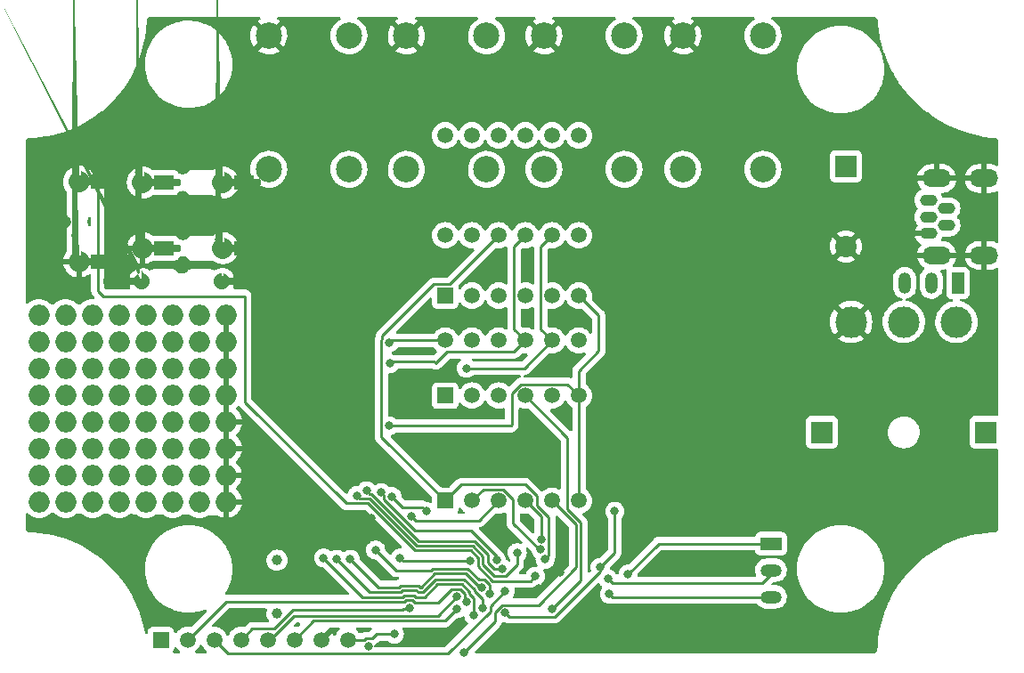
<source format=gbr>
%TF.GenerationSoftware,KiCad,Pcbnew,(6.0.0)*%
%TF.CreationDate,2022-11-14T00:42:39-08:00*%
%TF.ProjectId,digital_clock_v1,64696769-7461-46c5-9f63-6c6f636b5f76,rev?*%
%TF.SameCoordinates,Original*%
%TF.FileFunction,Copper,L2,Bot*%
%TF.FilePolarity,Positive*%
%FSLAX46Y46*%
G04 Gerber Fmt 4.6, Leading zero omitted, Abs format (unit mm)*
G04 Created by KiCad (PCBNEW (6.0.0)) date 2022-11-14 00:42:39*
%MOMM*%
%LPD*%
G01*
G04 APERTURE LIST*
G04 Aperture macros list*
%AMFreePoly0*
4,1,54,0.201078,0.979575,0.387516,0.921863,0.559193,0.829038,0.709571,0.704634,0.832921,0.553392,0.924546,0.381070,0.947815,0.304000,1.093000,0.304000,1.093000,0.635000,1.107645,0.670355,1.143000,0.685000,2.921000,0.685000,2.956355,0.670355,2.971000,0.635000,2.971000,0.304000,3.556000,0.304000,3.591355,0.289355,3.606000,0.254000,3.606000,-0.254000,3.591355,-0.289355,
3.556000,-0.304000,2.971000,-0.304000,2.971000,-0.635000,2.956355,-0.670355,2.921000,-0.685000,1.143000,-0.685000,1.107645,-0.670355,1.093000,-0.635000,1.093000,-0.304000,0.947721,-0.304000,0.913545,-0.406737,0.817145,-0.576432,0.689620,-0.724172,0.535827,-0.844328,0.361625,-0.932324,0.173648,-0.984808,-0.020942,-0.999781,-0.214735,-0.976672,-0.400349,-0.916363,-0.570714,-0.821149,
-0.719340,-0.694658,-0.840567,-0.541708,-0.929776,-0.368125,-0.983571,-0.180519,-0.999903,0.013962,-0.978148,0.207912,-0.919135,0.393942,-0.825113,0.564967,-0.699663,0.714473,-0.547563,0.836764,-0.374607,0.927184,-0.187381,0.982287,0.006981,0.999976,0.201078,0.979575,0.201078,0.979575,$1*%
%AMFreePoly1*
4,1,51,0.174003,0.741867,0.334039,0.684881,0.477472,0.593856,0.597174,0.473315,0.687196,0.329249,0.743064,0.168820,0.762000,0.000000,0.761703,-0.021276,0.738060,-0.189502,0.677735,-0.348309,0.583726,-0.489804,0.460705,-0.606956,0.314786,-0.693941,0.153221,-0.746436,-0.015958,-0.761833,-0.184344,-0.739365,-0.343569,-0.680150,-0.485717,-0.587131,-0.603725,-0.464931,-0.691726,-0.319622,
-0.696923,-0.304000,-1.093000,-0.304000,-1.093000,-0.635000,-1.107645,-0.670355,-1.143000,-0.685000,-2.921000,-0.685000,-2.956355,-0.670355,-2.971000,-0.635000,-2.971000,-0.304000,-3.556000,-0.304000,-3.591355,-0.289355,-3.606000,-0.254000,-3.606000,0.254000,-3.591355,0.289355,-3.556000,0.304000,-2.971000,0.304000,-2.971000,0.635000,-2.956355,0.670355,-2.921000,0.685000,-1.143000,0.685000,
-1.107645,0.670355,-1.093000,0.635000,-1.093000,0.304000,-0.695203,0.304000,-0.682532,0.338812,-0.590508,0.481606,-0.469134,0.600464,-0.324444,0.689478,-0.163628,0.744224,0.005320,0.761981,0.174003,0.741867,0.174003,0.741867,$1*%
%AMFreePoly2*
4,1,50,0.174003,0.741867,0.334039,0.684881,0.477472,0.593856,0.597174,0.473315,0.687196,0.329249,0.695989,0.304000,1.093000,0.304000,1.093000,0.635000,1.107645,0.670355,1.143000,0.685000,2.921000,0.685000,2.956355,0.670355,2.971000,0.635000,2.971000,0.304000,3.556000,0.304000,3.591355,0.289355,3.606000,0.254000,3.606000,-0.254000,3.591355,-0.289355,3.556000,-0.304000,
2.971000,-0.304000,2.971000,-0.635000,2.956355,-0.670355,2.921000,-0.685000,1.143000,-0.685000,1.107645,-0.670355,1.093000,-0.635000,1.093000,-0.304000,0.694566,-0.304000,0.677735,-0.348309,0.583726,-0.489804,0.460705,-0.606956,0.314786,-0.693941,0.153221,-0.746436,-0.015958,-0.761833,-0.184344,-0.739365,-0.343569,-0.680150,-0.485717,-0.587131,-0.603725,-0.464931,-0.691726,-0.319622,
-0.745348,-0.158429,-0.761926,0.010639,-0.740634,0.179178,-0.682532,0.338812,-0.590508,0.481606,-0.469134,0.600464,-0.324444,0.689478,-0.163628,0.744224,0.005320,0.761981,0.174003,0.741867,0.174003,0.741867,$1*%
G04 Aperture macros list end*
%TA.AperFunction,ComponentPad*%
%ADD10C,2.500000*%
%TD*%
%TA.AperFunction,ComponentPad*%
%ADD11C,1.500000*%
%TD*%
%TA.AperFunction,ComponentPad*%
%ADD12R,1.500000X1.500000*%
%TD*%
%TA.AperFunction,ComponentPad*%
%ADD13O,2.000000X2.000000*%
%TD*%
%TA.AperFunction,ComponentPad*%
%ADD14C,3.000000*%
%TD*%
%TA.AperFunction,WasherPad*%
%ADD15R,2.000000X2.100000*%
%TD*%
%TA.AperFunction,ComponentPad*%
%ADD16O,1.650000X1.100000*%
%TD*%
%TA.AperFunction,ComponentPad*%
%ADD17O,2.700000X1.700000*%
%TD*%
%TA.AperFunction,ComponentPad*%
%ADD18R,2.032000X2.032000*%
%TD*%
%TA.AperFunction,ComponentPad*%
%ADD19C,2.032000*%
%TD*%
%TA.AperFunction,ComponentPad*%
%ADD20R,1.200000X2.000000*%
%TD*%
%TA.AperFunction,ComponentPad*%
%ADD21O,1.200000X2.000000*%
%TD*%
%TA.AperFunction,ComponentPad*%
%ADD22FreePoly0,0.000000*%
%TD*%
%TA.AperFunction,ComponentPad*%
%ADD23FreePoly0,180.000000*%
%TD*%
%TA.AperFunction,ComponentPad*%
%ADD24FreePoly1,180.000000*%
%TD*%
%TA.AperFunction,ComponentPad*%
%ADD25FreePoly2,180.000000*%
%TD*%
%TA.AperFunction,ComponentPad*%
%ADD26C,1.000000*%
%TD*%
%TA.AperFunction,ComponentPad*%
%ADD27O,2.000000X1.200000*%
%TD*%
%TA.AperFunction,ComponentPad*%
%ADD28R,2.000000X1.200000*%
%TD*%
%TA.AperFunction,ComponentPad*%
%ADD29FreePoly0,270.000000*%
%TD*%
%TA.AperFunction,ComponentPad*%
%ADD30FreePoly0,90.000000*%
%TD*%
%TA.AperFunction,ViaPad*%
%ADD31C,0.800000*%
%TD*%
%TA.AperFunction,Conductor*%
%ADD32C,0.250000*%
%TD*%
G04 APERTURE END LIST*
D10*
%TO.P,S4,1*%
%TO.N,GND*%
X62992000Y-2286000D03*
%TO.P,S4,2*%
%TO.N,/2*%
X70612000Y-2286000D03*
%TO.P,S4,3*%
%TO.N,unconnected-(S4-Pad3)*%
X62992000Y-14986000D03*
%TO.P,S4,4*%
%TO.N,unconnected-(S4-Pad4)*%
X70612000Y-14986000D03*
%TD*%
%TO.P,S3,1*%
%TO.N,GND*%
X49784000Y-2286000D03*
%TO.P,S3,2*%
%TO.N,/A3*%
X57404000Y-2286000D03*
%TO.P,S3,3*%
%TO.N,unconnected-(S3-Pad3)*%
X49784000Y-14986000D03*
%TO.P,S3,4*%
%TO.N,unconnected-(S3-Pad4)*%
X57404000Y-14986000D03*
%TD*%
%TO.P,S2,4*%
%TO.N,unconnected-(S2-Pad4)*%
X44323000Y-14986000D03*
%TO.P,S2,3*%
%TO.N,unconnected-(S2-Pad3)*%
X36703000Y-14986000D03*
%TO.P,S2,2*%
%TO.N,/A2*%
X44323000Y-2286000D03*
%TO.P,S2,1*%
%TO.N,GND*%
X36703000Y-2286000D03*
%TD*%
%TO.P,S1,4*%
%TO.N,unconnected-(S1-Pad4)*%
X31242000Y-14986000D03*
%TO.P,S1,3*%
%TO.N,unconnected-(S1-Pad3)*%
X23622000Y-14986000D03*
%TO.P,S1,2*%
%TO.N,/A1*%
X31242000Y-2286000D03*
%TO.P,S1,1*%
%TO.N,GND*%
X23622000Y-2286000D03*
%TD*%
D11*
%TO.P,Upsidedown1,12,CA1*%
%TO.N,Net-(R9-Pad1)*%
X40400000Y-31260000D03*
%TO.P,Upsidedown1,11,a*%
%TO.N,/3(PWM)*%
X42940000Y-31260000D03*
%TO.P,Upsidedown1,10,f*%
%TO.N,/0(Rx)*%
X45480000Y-31260000D03*
%TO.P,Upsidedown1,9,CA2*%
%TO.N,Net-(R8-Pad1)*%
X48020000Y-31260000D03*
%TO.P,Upsidedown1,8,CA3*%
%TO.N,Net-(R7-Pad1)*%
X50560000Y-31260000D03*
%TO.P,Upsidedown1,7,b*%
%TO.N,/11(PWM-MOSI)*%
X53100000Y-31260000D03*
%TO.P,Upsidedown1,6,CA4*%
%TO.N,Net-(R6-Pad1)*%
X53100000Y-46500000D03*
%TO.P,Upsidedown1,5,g*%
%TO.N,/7*%
X50560000Y-46500000D03*
%TO.P,Upsidedown1,4,c*%
%TO.N,/8*%
X48020000Y-46500000D03*
%TO.P,Upsidedown1,3,DPX*%
%TO.N,/4*%
X45480000Y-46500000D03*
%TO.P,Upsidedown1,2,d*%
%TO.N,/12(MISO)*%
X42940000Y-46500000D03*
D12*
%TO.P,Upsidedown1,1,e*%
%TO.N,/13(SCK)*%
X40400000Y-46500000D03*
%TD*%
D13*
%TO.P,U6,64*%
%TO.N,GND*%
X19554600Y-28840000D03*
%TO.P,U6,63*%
X19567300Y-31380000D03*
%TO.P,U6,62*%
X19554600Y-33920000D03*
%TO.P,U6,61*%
X19567300Y-36460000D03*
%TO.P,U6,60*%
X19580000Y-39000000D03*
%TO.P,U6,59*%
X19567300Y-41540000D03*
%TO.P,U6,58*%
X19554600Y-44080000D03*
%TO.P,U6,57*%
X19567300Y-46620000D03*
%TO.P,U6,56*%
%TO.N,Net-(U6-Pad55)*%
X17014600Y-28840000D03*
%TO.P,U6,55*%
X17027300Y-31380000D03*
%TO.P,U6,54*%
%TO.N,Net-(U6-Pad53)*%
X17014600Y-33920000D03*
%TO.P,U6,53*%
X17027300Y-36460000D03*
%TO.P,U6,52*%
%TO.N,Net-(U6-Pad49)*%
X17040000Y-39000000D03*
%TO.P,U6,51*%
X17027300Y-41540000D03*
%TO.P,U6,50*%
X17014600Y-44080000D03*
%TO.P,U6,49*%
X17027300Y-46620000D03*
%TO.P,U6,48*%
%TO.N,Net-(U6-Pad47)*%
X14474600Y-28840000D03*
%TO.P,U6,47*%
X14487300Y-31380000D03*
%TO.P,U6,46*%
%TO.N,Net-(U6-Pad45)*%
X14474600Y-33920000D03*
%TO.P,U6,45*%
X14487300Y-36460000D03*
%TO.P,U6,44*%
%TO.N,Net-(U6-Pad41)*%
X14500000Y-39000000D03*
%TO.P,U6,43*%
X14487300Y-41540000D03*
%TO.P,U6,42*%
X14474600Y-44080000D03*
%TO.P,U6,41*%
X14487300Y-46620000D03*
%TO.P,U6,40*%
%TO.N,Net-(U6-Pad39)*%
X11934600Y-28840000D03*
%TO.P,U6,39*%
X11947300Y-31380000D03*
%TO.P,U6,38*%
%TO.N,Net-(U6-Pad37)*%
X11934600Y-33920000D03*
%TO.P,U6,37*%
X11947300Y-36460000D03*
%TO.P,U6,36*%
%TO.N,Net-(U6-Pad33)*%
X11960000Y-39000000D03*
%TO.P,U6,35*%
X11947300Y-41540000D03*
%TO.P,U6,34*%
X11934600Y-44080000D03*
%TO.P,U6,33*%
X11947300Y-46620000D03*
%TO.P,U6,32*%
%TO.N,Net-(U6-Pad31)*%
X9394600Y-28840000D03*
%TO.P,U6,31*%
X9407300Y-31380000D03*
%TO.P,U6,30*%
%TO.N,Net-(U6-Pad29)*%
X9394600Y-33920000D03*
%TO.P,U6,29*%
X9407300Y-36460000D03*
%TO.P,U6,28*%
%TO.N,Net-(U6-Pad25)*%
X9420000Y-39000000D03*
%TO.P,U6,27*%
X9407300Y-41540000D03*
%TO.P,U6,26*%
X9394600Y-44080000D03*
%TO.P,U6,25*%
X9407300Y-46620000D03*
%TO.P,U6,24*%
%TO.N,Net-(U6-Pad23)*%
X6854600Y-28840000D03*
%TO.P,U6,23*%
X6867300Y-31380000D03*
%TO.P,U6,22*%
%TO.N,Net-(U6-Pad21)*%
X6854600Y-33920000D03*
%TO.P,U6,21*%
X6867300Y-36460000D03*
%TO.P,U6,20*%
%TO.N,Net-(U6-Pad17)*%
X6880000Y-39000000D03*
%TO.P,U6,19*%
X6867300Y-41540000D03*
%TO.P,U6,18*%
X6854600Y-44080000D03*
%TO.P,U6,17*%
X6867300Y-46620000D03*
%TO.P,U6,16*%
%TO.N,Net-(U6-Pad15)*%
X4314600Y-28840000D03*
%TO.P,U6,15*%
X4327300Y-31380000D03*
%TO.P,U6,14*%
%TO.N,Net-(U6-Pad13)*%
X4314600Y-33920000D03*
%TO.P,U6,13*%
X4327300Y-36460000D03*
%TO.P,U6,12*%
%TO.N,Net-(U6-Pad10)*%
X4340000Y-39000000D03*
%TO.P,U6,11*%
X4327300Y-41540000D03*
%TO.P,U6,10*%
X4314600Y-44080000D03*
%TO.P,U6,9*%
X4327300Y-46620000D03*
%TO.P,U6,8*%
%TO.N,VCC*%
X1774600Y-28840000D03*
%TO.P,U6,7*%
X1787300Y-31380000D03*
%TO.P,U6,6*%
X1774600Y-33920000D03*
%TO.P,U6,5*%
X1787300Y-36460000D03*
%TO.P,U6,4*%
X1800000Y-39000000D03*
%TO.P,U6,3*%
X1787300Y-41540000D03*
%TO.P,U6,2*%
X1774600Y-44080000D03*
%TO.P,U6,1*%
X1787300Y-46620000D03*
%TD*%
D12*
%TO.P,U5,1,e*%
%TO.N,/0(Rx)*%
X40400000Y-27000000D03*
D11*
%TO.P,U5,2,d*%
%TO.N,/3(PWM)*%
X42940000Y-27000000D03*
%TO.P,U5,3,DPX*%
%TO.N,/4*%
X45480000Y-27000000D03*
%TO.P,U5,4,c*%
%TO.N,/11(PWM-MOSI)*%
X48020000Y-27000000D03*
%TO.P,U5,5,g*%
%TO.N,/7*%
X50560000Y-27000000D03*
%TO.P,U5,6,CA4*%
%TO.N,Net-(R6-Pad1)*%
X53100000Y-27000000D03*
%TO.P,U5,7,b*%
%TO.N,/8*%
X53100000Y-11760000D03*
%TO.P,U5,8,CA3*%
%TO.N,Net-(R7-Pad1)*%
X50560000Y-11760000D03*
%TO.P,U5,9,CA2*%
%TO.N,Net-(R8-Pad1)*%
X48020000Y-11760000D03*
%TO.P,U5,10,f*%
%TO.N,/13(SCK)*%
X45480000Y-11760000D03*
%TO.P,U5,11,a*%
%TO.N,/12(MISO)*%
X42940000Y-11760000D03*
%TO.P,U5,12,CA1*%
%TO.N,Net-(R9-Pad1)*%
X40400000Y-11760000D03*
%TD*%
D14*
%TO.P,S9,3,C*%
%TO.N,GND*%
X79000000Y-29500000D03*
%TO.P,S9,2,B*%
%TO.N,Net-(S9-Pad2)*%
X84000000Y-29500000D03*
%TO.P,S9,1,A*%
%TO.N,Net-(S9-Pad1)*%
X89000000Y-29500000D03*
D15*
%TO.P,S9,*%
%TO.N,*%
X76200000Y-40000000D03*
X91800000Y-40000000D03*
%TD*%
D16*
%TO.P,J1,1,GND*%
%TO.N,GND*%
X86350000Y-21100000D03*
%TO.P,J1,2,ID*%
%TO.N,unconnected-(J1-Pad2)*%
X88050000Y-20300000D03*
%TO.P,J1,3,D+*%
%TO.N,unconnected-(J1-Pad3)*%
X86350000Y-19500000D03*
%TO.P,J1,4,D-*%
%TO.N,unconnected-(J1-Pad4)*%
X88050000Y-18700000D03*
%TO.P,J1,5,VBUS*%
%TO.N,VCC*%
X86350000Y-17900000D03*
D17*
%TO.P,J1,6,Shield*%
%TO.N,GND*%
X91650000Y-15850000D03*
X87139280Y-23150000D03*
X87139280Y-15850000D03*
X91650000Y-23150000D03*
%TD*%
D18*
%TO.P,BZ1,1,-*%
%TO.N,/A0*%
X78500000Y-14690000D03*
D19*
%TO.P,BZ1,2,+*%
%TO.N,GND*%
X78500000Y-22310000D03*
%TD*%
D12*
%TO.P,T2,1,1*%
%TO.N,VCC*%
X13360000Y-59750000D03*
D11*
%TO.P,T2,2,2*%
%TO.N,/A5(SCL)*%
X15900000Y-59750000D03*
%TO.P,T2,3,3*%
%TO.N,/A4(SDA)*%
X18440000Y-59750000D03*
%TO.P,T2,4,4*%
%TO.N,Net-(R5-Pad1)*%
X20980000Y-59750000D03*
%TO.P,T2,5,5*%
%TO.N,/0(Rx)*%
X23520000Y-59750000D03*
%TO.P,T2,6,6*%
%TO.N,/1(Tx)*%
X26060000Y-59750000D03*
%TO.P,T2,7,7*%
%TO.N,GND*%
X28600000Y-59750000D03*
%TO.P,T2,8,8*%
%TO.N,VCC*%
X31140000Y-59750000D03*
%TD*%
D20*
%TO.P,T3,1,1*%
%TO.N,Net-(S9-Pad1)*%
X89154000Y-25781000D03*
D21*
%TO.P,T3,2,2*%
%TO.N,Net-(S9-Pad2)*%
X86614000Y-25781000D03*
%TO.P,T3,3,3*%
%TO.N,/A0*%
X84074000Y-25781000D03*
%TD*%
D22*
%TO.P,C3,1,+*%
%TO.N,Net-(C1-Pad2)*%
X11634600Y-16242800D03*
D23*
%TO.P,C3,2,-*%
%TO.N,Net-(C3-Pad2)*%
X19254600Y-16242800D03*
%TD*%
%TO.P,C4,1,+*%
%TO.N,Net-(C3-Pad2)*%
X19254600Y-22479000D03*
D22*
%TO.P,C4,2,-*%
%TO.N,GND*%
X11634600Y-22479000D03*
%TD*%
D24*
%TO.P,D1,1,K*%
%TO.N,Net-(D1-Pad1)*%
X11557000Y-25654000D03*
D25*
%TO.P,D1,2,A*%
%TO.N,VCC*%
X19177000Y-25654000D03*
%TD*%
D26*
%TO.P,Y2,1,1*%
%TO.N,Net-(C6-Pad1)*%
X24407200Y-52156000D03*
%TO.P,Y2,2,2*%
%TO.N,Net-(C7-Pad1)*%
X24407200Y-57236000D03*
%TD*%
D27*
%TO.P,T1,3,3*%
%TO.N,Net-(T1-Pad3)*%
X71374000Y-55652500D03*
%TO.P,T1,2,2*%
%TO.N,Net-(T1-Pad2)*%
X71374000Y-53112500D03*
D28*
%TO.P,T1,1,1*%
%TO.N,Net-(T1-Pad1)*%
X71374000Y-50572500D03*
%TD*%
D29*
%TO.P,C2,1,+*%
%TO.N,Net-(C1-Pad2)*%
X5589400Y-16141200D03*
D30*
%TO.P,C2,2,-*%
%TO.N,GND*%
X5589400Y-23761200D03*
%TD*%
D12*
%TO.P,U3,1,e*%
%TO.N,/0(Rx)*%
X40400000Y-36500000D03*
D11*
%TO.P,U3,2,d*%
%TO.N,/3(PWM)*%
X42940000Y-36500000D03*
%TO.P,U3,3,DPX*%
%TO.N,/4*%
X45480000Y-36500000D03*
%TO.P,U3,4,c*%
%TO.N,/11(PWM-MOSI)*%
X48020000Y-36500000D03*
%TO.P,U3,5,g*%
%TO.N,/7*%
X50560000Y-36500000D03*
%TO.P,U3,6,CA4*%
%TO.N,Net-(R6-Pad1)*%
X53100000Y-36500000D03*
%TO.P,U3,7,b*%
%TO.N,/8*%
X53100000Y-21260000D03*
%TO.P,U3,8,CA3*%
%TO.N,Net-(R7-Pad1)*%
X50560000Y-21260000D03*
%TO.P,U3,9,CA2*%
%TO.N,Net-(R8-Pad1)*%
X48020000Y-21260000D03*
%TO.P,U3,10,f*%
%TO.N,/13(SCK)*%
X45480000Y-21260000D03*
%TO.P,U3,11,a*%
%TO.N,/12(MISO)*%
X42940000Y-21260000D03*
%TO.P,U3,12,CA1*%
%TO.N,Net-(R9-Pad1)*%
X40400000Y-21260000D03*
%TD*%
D31*
%TO.N,GND*%
X34671000Y-49911000D03*
X33381632Y-48141769D03*
X33147000Y-60325000D03*
X51308000Y-53340000D03*
X49276000Y-54864000D03*
X68707000Y-52324000D03*
%TO.N,Net-(T1-Pad3)*%
X56007000Y-55372000D03*
%TO.N,Net-(T1-Pad2)*%
X55860459Y-53922989D03*
%TO.N,Net-(T1-Pad1)*%
X57785000Y-53467000D03*
%TO.N,VCC*%
X35560000Y-59182000D03*
X46101000Y-57150000D03*
X55118000Y-52832000D03*
X56515000Y-47498000D03*
%TO.N,Net-(R5-Pad1)*%
X36989164Y-56676511D03*
%TO.N,Net-(R6-Pad1)*%
X35052000Y-39370000D03*
%TO.N,Net-(R9-Pad1)*%
X35052000Y-31496000D03*
%TO.N,Net-(R8-Pad1)*%
X35141500Y-33455288D03*
%TO.N,Net-(R7-Pad1)*%
X42418000Y-33909000D03*
%TO.N,/0(Rx)*%
X41529004Y-55626000D03*
%TO.N,/5(PWM)*%
X28829000Y-51943000D03*
X43121655Y-57405098D03*
%TO.N,/4*%
X37159147Y-47943437D03*
%TO.N,/A5(SCL)*%
X42421036Y-56076871D03*
%TO.N,/6(PWM)*%
X30099000Y-52070000D03*
X43958573Y-56712776D03*
%TO.N,/9(PWM)*%
X43841742Y-54730181D03*
X31369000Y-52070000D03*
%TO.N,/10(PWM-SS)*%
X33782000Y-51181000D03*
X44615942Y-55362336D03*
%TO.N,/11(PWM-MOSI)*%
X50532324Y-56791979D03*
%TO.N,/8*%
X49530530Y-50148250D03*
%TO.N,/12(MISO)*%
X49497271Y-51147199D03*
%TO.N,/13(SCK)*%
X49902011Y-52061087D03*
%TO.N,Net-(C1-Pad2)*%
X48959977Y-53680119D03*
%TO.N,/A1*%
X47244000Y-51435000D03*
X32004000Y-46011500D03*
%TO.N,/A2*%
X32916887Y-45561989D03*
X45847000Y-52959000D03*
%TO.N,/A3*%
X34311250Y-45731243D03*
X45270056Y-52125943D03*
%TO.N,/A4(SDA)*%
X46097360Y-55105761D03*
%TO.N,/2*%
X35319080Y-46100698D03*
X38594835Y-47505084D03*
%TO.N,Net-(R5-Pad1)*%
X36111387Y-51942999D03*
X42807394Y-52239055D03*
%TO.N,/1(Tx)*%
X41537430Y-56751967D03*
%TO.N,/7*%
X42164000Y-60960000D03*
%TD*%
D32*
%TO.N,Net-(C1-Pad2)*%
X48507083Y-54133012D02*
X48959977Y-53680118D01*
X44907302Y-54133012D02*
X48507083Y-54133012D01*
X43531896Y-52757606D02*
X44907302Y-54133012D01*
X43531895Y-51938955D02*
X43531896Y-52757606D01*
X42811439Y-51218499D02*
X43531895Y-51938955D01*
X37502499Y-51218499D02*
X42811439Y-51218499D01*
X33020000Y-46736000D02*
X37502499Y-51218499D01*
X30965544Y-46736000D02*
X33020000Y-46736000D01*
X21336000Y-37106456D02*
X30965544Y-46736000D01*
X21336000Y-27051000D02*
X21336000Y-37106456D01*
X7874000Y-27051000D02*
X21336000Y-27051000D01*
X6997200Y-16141200D02*
X7366000Y-16510000D01*
X5589400Y-16141200D02*
X6997200Y-16141200D01*
%TO.N,/A2*%
X33191877Y-45836979D02*
X32916887Y-45561989D01*
X43183825Y-50319477D02*
X37874885Y-50319477D01*
X44490673Y-52379240D02*
X44490673Y-51626325D01*
X45070433Y-52959000D02*
X44490673Y-52379240D01*
%TO.N,/A1*%
X32278989Y-46286489D02*
X32004000Y-46011500D01*
X37688692Y-50768988D02*
X33206193Y-46286489D01*
%TO.N,/A2*%
X44490673Y-51626325D02*
X43183825Y-50319477D01*
%TO.N,/A1*%
X42997632Y-50768988D02*
X37688692Y-50768988D01*
X43981406Y-51752762D02*
X42997632Y-50768988D01*
X45093495Y-53683501D02*
X43981406Y-52571412D01*
X46147099Y-53683501D02*
X45093495Y-53683501D01*
%TO.N,/A2*%
X33392386Y-45836978D02*
X33191877Y-45836979D01*
%TO.N,/A1*%
X47244000Y-52586600D02*
X46147099Y-53683501D01*
X47244000Y-51435000D02*
X47244000Y-52586600D01*
%TO.N,/A3*%
X34594580Y-46014573D02*
X34311250Y-45731243D01*
X34594580Y-46403468D02*
X34594580Y-46014573D01*
X42862020Y-49361968D02*
X37553079Y-49361967D01*
X45270056Y-51770004D02*
X42862020Y-49361968D01*
%TO.N,/A2*%
X45847000Y-52959000D02*
X45070433Y-52959000D01*
%TO.N,/A1*%
X43981406Y-52571412D02*
X43981406Y-51752762D01*
%TO.N,Net-(C1-Pad2)*%
X7366000Y-26543000D02*
X7874000Y-27051000D01*
%TO.N,/A3*%
X45270056Y-52125943D02*
X45270056Y-51770004D01*
%TO.N,Net-(C1-Pad2)*%
X7366000Y-16510000D02*
X7366000Y-26543000D01*
%TO.N,/2*%
X36331079Y-47112697D02*
X35319080Y-46100698D01*
X38202448Y-47112697D02*
X36331079Y-47112697D01*
X38594835Y-47505084D02*
X38202448Y-47112697D01*
%TO.N,/A3*%
X37553079Y-49361967D02*
X34594580Y-46403468D01*
%TO.N,/A2*%
X37874885Y-50319477D02*
X33392386Y-45836978D01*
%TO.N,/A1*%
X33206193Y-46286489D02*
X32278989Y-46286489D01*
%TO.N,/4*%
X43592064Y-48387936D02*
X37603646Y-48387936D01*
X45480000Y-46500000D02*
X43592064Y-48387936D01*
X37603646Y-48387936D02*
X37159147Y-47943437D01*
%TO.N,Net-(R5-Pad1)*%
X42807394Y-52239055D02*
X36407443Y-52239055D01*
X36407443Y-52239055D02*
X36111387Y-51942999D01*
%TO.N,/A4(SDA)*%
X44683558Y-57012391D02*
X44683558Y-56519563D01*
X40646448Y-61049501D02*
X44683558Y-57012391D01*
X19739501Y-61049501D02*
X40646448Y-61049501D01*
X44683558Y-56519563D02*
X46097360Y-55105761D01*
X18440000Y-59750000D02*
X19739501Y-61049501D01*
%TO.N,VCC*%
X32697400Y-59750000D02*
X31140000Y-59750000D01*
X32846901Y-59600499D02*
X32697400Y-59750000D01*
X33447099Y-59600499D02*
X32846901Y-59600499D01*
X35560000Y-59182000D02*
X33865598Y-59182000D01*
X33865598Y-59182000D02*
X33447099Y-59600499D01*
%TO.N,/10(PWM-SS)*%
X44615942Y-54479781D02*
X44615942Y-55362336D01*
X44141841Y-54005680D02*
X44615942Y-54479781D01*
X43606796Y-54005680D02*
X44141841Y-54005680D01*
X42555771Y-52954655D02*
X43606796Y-54005680D01*
X39235930Y-52954654D02*
X42555771Y-52954655D01*
X39069326Y-53121258D02*
X39235930Y-52954654D01*
X33782000Y-51187337D02*
X35715921Y-53121258D01*
X35715921Y-53121258D02*
X39069326Y-53121258D01*
X33782000Y-51181000D02*
X33782000Y-51187337D01*
%TO.N,/5(PWM)*%
X43145537Y-57377629D02*
X43111367Y-57411799D01*
X43145537Y-55776772D02*
X43145537Y-57377629D01*
X42703012Y-55334247D02*
X43145537Y-55776772D01*
X42015293Y-54451989D02*
X42703012Y-55139708D01*
X39645707Y-54451989D02*
X42015293Y-54451989D01*
X38446714Y-55650982D02*
X39645707Y-54451989D01*
X37623939Y-55650982D02*
X38446714Y-55650982D01*
X37475457Y-55502500D02*
X37623939Y-55650982D01*
X36502872Y-55502499D02*
X37475457Y-55502500D01*
X36354389Y-55650982D02*
X36502872Y-55502499D01*
X32536981Y-55650981D02*
X36354389Y-55650982D01*
X28829000Y-51943000D02*
X32536981Y-55650981D01*
%TO.N,/A5(SCL)*%
X42253505Y-55909340D02*
X42421036Y-56076871D01*
X42253505Y-55325901D02*
X42253505Y-55909340D01*
X41829103Y-54901499D02*
X42253505Y-55325901D01*
X40956198Y-54901499D02*
X41829103Y-54901499D01*
X39686198Y-56171499D02*
X40956198Y-54901499D01*
X37508752Y-56171499D02*
X39686198Y-56171499D01*
X37289263Y-55952010D02*
X37508752Y-56171499D01*
X36689065Y-55952010D02*
X37289263Y-55952010D01*
X36540583Y-56100492D02*
X36689065Y-55952010D01*
X19549508Y-56100492D02*
X36540583Y-56100492D01*
X15900000Y-59750000D02*
X19549508Y-56100492D01*
%TO.N,/0(Rx)*%
X23694940Y-59750000D02*
X25982450Y-57462490D01*
X25982450Y-57462490D02*
X39692514Y-57462490D01*
%TO.N,/9(PWM)*%
X42369577Y-53404165D02*
X43695593Y-54730181D01*
%TO.N,/0(Rx)*%
X39692514Y-57462490D02*
X41529004Y-55626000D01*
%TO.N,/9(PWM)*%
X39422123Y-53404165D02*
X42369577Y-53404165D01*
X38074720Y-54751568D02*
X39422123Y-53404165D01*
X37995933Y-54751568D02*
X38074720Y-54751568D01*
X36130489Y-54603477D02*
X36502875Y-54603478D01*
X35982396Y-54751568D02*
X36130489Y-54603477D01*
X34050568Y-54751568D02*
X35982396Y-54751568D01*
X31369000Y-52070000D02*
X34050568Y-54751568D01*
X36502875Y-54603478D02*
X37847845Y-54603480D01*
%TO.N,/6(PWM)*%
X43958573Y-55887269D02*
X43958573Y-56712776D01*
X43152522Y-55081218D02*
X43958573Y-55887269D01*
X43152524Y-54953518D02*
X43152522Y-55081218D01*
X37809742Y-55201081D02*
X38260911Y-55201081D01*
%TO.N,/5(PWM)*%
X42703012Y-55139708D02*
X42703012Y-55334247D01*
%TO.N,/0(Rx)*%
X23520000Y-59750000D02*
X23694940Y-59750000D01*
%TO.N,/6(PWM)*%
X37661651Y-55052990D02*
X37809742Y-55201081D01*
X36316681Y-55052988D02*
X37661651Y-55052990D01*
X36168586Y-55201081D02*
X36316681Y-55052988D01*
X33230081Y-55201081D02*
X36168586Y-55201081D01*
X30099000Y-52070000D02*
X33230081Y-55201081D01*
X42201487Y-54002479D02*
X43152524Y-54953518D01*
%TO.N,/9(PWM)*%
X37847845Y-54603480D02*
X37995933Y-54751568D01*
%TO.N,/6(PWM)*%
X38260911Y-55201081D02*
X39459513Y-54002479D01*
%TO.N,/9(PWM)*%
X43695593Y-54730181D02*
X43841742Y-54730181D01*
%TO.N,/6(PWM)*%
X39459513Y-54002479D02*
X42201487Y-54002479D01*
%TO.N,/1(Tx)*%
X40377397Y-57912000D02*
X41537430Y-56751967D01*
X26060000Y-59750000D02*
X27898000Y-57912000D01*
X27898000Y-57912000D02*
X40377397Y-57912000D01*
%TO.N,GND*%
X50800000Y-53340000D02*
X49276000Y-54864000D01*
%TO.N,/7*%
X52832000Y-52840600D02*
X52832000Y-48772000D01*
X49247101Y-56425499D02*
X52832000Y-52840600D01*
X45800901Y-56425499D02*
X49247101Y-56425499D01*
X45133068Y-57093332D02*
X45800901Y-56425499D01*
X45133068Y-57990932D02*
X45133068Y-57093332D01*
%TO.N,/13(SCK)*%
X50255031Y-51708067D02*
X49902011Y-52061087D01*
X50254875Y-49847995D02*
X50255031Y-49848151D01*
X49094511Y-46938807D02*
X50254875Y-48099171D01*
X49094511Y-46054922D02*
X49094511Y-46938807D01*
X48015568Y-44975979D02*
X49094511Y-46054922D01*
X41924021Y-44975979D02*
X48015568Y-44975979D01*
X50255031Y-49848151D02*
X50255031Y-51708067D01*
%TO.N,/8*%
X49530530Y-48010530D02*
X49530530Y-50148250D01*
X48020000Y-46500000D02*
X49530530Y-48010530D01*
%TO.N,/12(MISO)*%
X46863000Y-48649602D02*
X49360597Y-51147199D01*
X44014511Y-45425489D02*
X45925078Y-45425489D01*
%TO.N,/13(SCK)*%
X40400000Y-46500000D02*
X41924021Y-44975979D01*
%TO.N,/12(MISO)*%
X42940000Y-46500000D02*
X44014511Y-45425489D01*
X49360597Y-51147199D02*
X49497271Y-51147199D01*
%TO.N,GND*%
X51308000Y-53340000D02*
X50800000Y-53340000D01*
%TO.N,/7*%
X42164000Y-60960000D02*
X45133068Y-57990932D01*
%TO.N,/13(SCK)*%
X50254875Y-48099171D02*
X50254875Y-49847995D01*
%TO.N,/12(MISO)*%
X45925078Y-45425489D02*
X46863000Y-46363411D01*
%TO.N,/7*%
X52832000Y-48772000D02*
X50560000Y-46500000D01*
%TO.N,/12(MISO)*%
X46863000Y-46363411D02*
X46863000Y-48649602D01*
%TO.N,/11(PWM-MOSI)*%
X52011510Y-47315806D02*
X53281511Y-48585807D01*
X53281511Y-48585807D02*
X53281511Y-54042792D01*
X53281511Y-54042792D02*
X50532324Y-56791979D01*
X52011510Y-40491510D02*
X52011510Y-47315806D01*
X48020000Y-36500000D02*
X52011510Y-40491510D01*
%TO.N,VCC*%
X46467480Y-57516480D02*
X46101000Y-57150000D01*
X50832423Y-57516480D02*
X46467480Y-57516480D01*
X55118000Y-53230903D02*
X50832423Y-57516480D01*
X55118000Y-52832000D02*
X55118000Y-53230903D01*
%TO.N,Net-(T1-Pad2)*%
X70530500Y-54356000D02*
X56293470Y-54356000D01*
X71374000Y-53512500D02*
X70530500Y-54356000D01*
X71374000Y-53112500D02*
X71374000Y-53512500D01*
X56293470Y-54356000D02*
X55860459Y-53922989D01*
%TO.N,Net-(T1-Pad3)*%
X56287500Y-55652500D02*
X71374000Y-55652500D01*
X56007000Y-55372000D02*
X56287500Y-55652500D01*
%TO.N,Net-(T1-Pad1)*%
X60679500Y-50572500D02*
X71374000Y-50572500D01*
X57785000Y-53467000D02*
X60679500Y-50572500D01*
%TO.N,Net-(R5-Pad1)*%
X36957000Y-56708675D02*
X36989164Y-56676511D01*
X36830704Y-56896000D02*
X36957000Y-56896000D01*
X36762194Y-56827490D02*
X36830704Y-56896000D01*
X36321296Y-56896000D02*
X36389806Y-56827490D01*
X24133747Y-58675489D02*
X25913236Y-56896000D01*
X20980000Y-59750000D02*
X22054511Y-58675489D01*
X36957000Y-56896000D02*
X36957000Y-56708675D01*
X22054511Y-58675489D02*
X24133747Y-58675489D01*
X36389806Y-56827490D02*
X36762194Y-56827490D01*
X25913236Y-56896000D02*
X36321296Y-56896000D01*
%TO.N,/13(SCK)*%
X34417000Y-30833978D02*
X34417000Y-31106400D01*
%TO.N,Net-(R6-Pad1)*%
X46736000Y-36264411D02*
X47574922Y-35425489D01*
%TO.N,/13(SCK)*%
X45480000Y-21260000D02*
X40814511Y-25925489D01*
%TO.N,Net-(R6-Pad1)*%
X47574922Y-35425489D02*
X52025489Y-35425489D01*
X46669589Y-39370000D02*
X46736000Y-39303589D01*
%TO.N,/13(SCK)*%
X34327499Y-40427499D02*
X40400000Y-46500000D01*
%TO.N,Net-(R6-Pad1)*%
X52025489Y-35425489D02*
X53100000Y-36500000D01*
X46736000Y-39303589D02*
X46736000Y-36264411D01*
X35052000Y-39370000D02*
X46669589Y-39370000D01*
%TO.N,/13(SCK)*%
X40814511Y-25925489D02*
X39325489Y-25925489D01*
X39325489Y-25925489D02*
X34417000Y-30833978D01*
X34417000Y-31106400D02*
X34327499Y-31195901D01*
X34327499Y-31195901D02*
X34327499Y-40427499D01*
%TO.N,VCC*%
X56515000Y-51435000D02*
X55118000Y-52832000D01*
X56515000Y-47498000D02*
X56515000Y-51435000D01*
%TO.N,Net-(R9-Pad1)*%
X35288000Y-31260000D02*
X40400000Y-31260000D01*
X35052000Y-31496000D02*
X35288000Y-31260000D01*
%TO.N,Net-(R8-Pad1)*%
X35322788Y-33274000D02*
X35141500Y-33455288D01*
X39370000Y-33274000D02*
X35322788Y-33274000D01*
X40563489Y-32334511D02*
X39497000Y-33401000D01*
X46945489Y-32334511D02*
X40563489Y-32334511D01*
X48020000Y-31260000D02*
X46945489Y-32334511D01*
X39497000Y-33401000D02*
X39370000Y-33274000D01*
X46945489Y-22334511D02*
X48020000Y-21260000D01*
X46945489Y-30185489D02*
X46945489Y-22334511D01*
X48020000Y-31260000D02*
X46945489Y-30185489D01*
%TO.N,Net-(R7-Pad1)*%
X49485489Y-22334511D02*
X50560000Y-21260000D01*
X49485489Y-30185489D02*
X49485489Y-22334511D01*
X50560000Y-31260000D02*
X49485489Y-30185489D01*
X47911000Y-33909000D02*
X50560000Y-31260000D01*
X42418000Y-33909000D02*
X47911000Y-33909000D01*
%TO.N,Net-(R6-Pad1)*%
X54991000Y-28891000D02*
X53100000Y-27000000D01*
X54991000Y-32258000D02*
X54991000Y-28891000D01*
X53100000Y-34149000D02*
X54991000Y-32258000D01*
X53100000Y-36500000D02*
X53100000Y-34149000D01*
X53100000Y-46500000D02*
X53100000Y-36500000D01*
%TD*%
%TA.AperFunction,Conductor*%
%TO.N,GND*%
G36*
X22774893Y-528002D02*
G01*
X22821386Y-581658D01*
X22831490Y-651932D01*
X22801996Y-716512D01*
X22767859Y-744202D01*
X22763401Y-746673D01*
X22584353Y-864062D01*
X22575216Y-874803D01*
X22579789Y-884579D01*
X23609188Y-1913978D01*
X23623132Y-1921592D01*
X23624965Y-1921461D01*
X23631580Y-1917210D01*
X24660419Y-888371D01*
X24666803Y-876681D01*
X24657391Y-864570D01*
X24520593Y-769670D01*
X24512564Y-764941D01*
X24476195Y-747006D01*
X24423946Y-698938D01*
X24405979Y-630252D01*
X24427998Y-562756D01*
X24483013Y-517880D01*
X24531923Y-508000D01*
X30325737Y-508000D01*
X30393858Y-528002D01*
X30440351Y-581658D01*
X30450455Y-651932D01*
X30420961Y-716512D01*
X30388020Y-743231D01*
X30387072Y-743668D01*
X30288810Y-808091D01*
X30172404Y-884410D01*
X30172399Y-884414D01*
X30168491Y-886976D01*
X29973494Y-1061018D01*
X29806363Y-1261970D01*
X29803934Y-1265973D01*
X29708262Y-1423636D01*
X29670771Y-1485419D01*
X29569697Y-1726455D01*
X29505359Y-1979783D01*
X29479173Y-2239839D01*
X29479397Y-2244505D01*
X29479397Y-2244511D01*
X29482775Y-2314839D01*
X29491713Y-2500908D01*
X29542704Y-2757256D01*
X29631026Y-3003252D01*
X29633242Y-3007376D01*
X29749959Y-3224598D01*
X29754737Y-3233491D01*
X29757532Y-3237234D01*
X29757534Y-3237237D01*
X29908330Y-3439177D01*
X29908335Y-3439183D01*
X29911122Y-3442915D01*
X29914431Y-3446195D01*
X29914436Y-3446201D01*
X30093426Y-3623635D01*
X30096743Y-3626923D01*
X30100505Y-3629681D01*
X30100508Y-3629684D01*
X30303173Y-3778284D01*
X30307524Y-3781474D01*
X30311667Y-3783654D01*
X30311669Y-3783655D01*
X30534684Y-3900989D01*
X30534689Y-3900991D01*
X30538834Y-3903172D01*
X30785590Y-3989344D01*
X30790183Y-3990216D01*
X31037785Y-4037224D01*
X31037788Y-4037224D01*
X31042374Y-4038095D01*
X31172958Y-4043226D01*
X31298875Y-4048174D01*
X31298881Y-4048174D01*
X31303543Y-4048357D01*
X31382977Y-4039657D01*
X31558707Y-4020412D01*
X31558712Y-4020411D01*
X31563360Y-4019902D01*
X31676116Y-3990216D01*
X31811594Y-3954548D01*
X31811596Y-3954547D01*
X31816117Y-3953357D01*
X32056262Y-3850182D01*
X32278519Y-3712646D01*
X32282082Y-3709629D01*
X32282087Y-3709626D01*
X32299207Y-3695133D01*
X35658612Y-3695133D01*
X35667325Y-3706653D01*
X35765018Y-3778284D01*
X35772928Y-3783227D01*
X35995890Y-3900533D01*
X36004453Y-3904256D01*
X36242304Y-3987318D01*
X36251313Y-3989732D01*
X36498842Y-4036727D01*
X36508098Y-4037781D01*
X36759857Y-4047673D01*
X36769171Y-4047347D01*
X37019615Y-4019920D01*
X37028792Y-4018219D01*
X37272431Y-3954074D01*
X37281251Y-3951037D01*
X37512736Y-3851583D01*
X37521008Y-3847276D01*
X37735249Y-3714700D01*
X37742188Y-3709658D01*
X37750518Y-3697019D01*
X37744456Y-3686666D01*
X36715812Y-2658022D01*
X36701868Y-2650408D01*
X36700035Y-2650539D01*
X36693420Y-2654790D01*
X35665270Y-3682940D01*
X35658612Y-3695133D01*
X32299207Y-3695133D01*
X32474439Y-3546787D01*
X32474440Y-3546786D01*
X32478005Y-3543768D01*
X32498736Y-3520128D01*
X32647257Y-3350774D01*
X32647261Y-3350769D01*
X32650339Y-3347259D01*
X32791733Y-3127437D01*
X32899083Y-2889129D01*
X32959812Y-2673802D01*
X32968760Y-2642076D01*
X32968761Y-2642073D01*
X32970030Y-2637572D01*
X32986840Y-2505435D01*
X33002616Y-2381421D01*
X33002616Y-2381417D01*
X33003014Y-2378291D01*
X33003098Y-2375108D01*
X33005348Y-2289160D01*
X33005431Y-2286000D01*
X33002349Y-2244523D01*
X34940898Y-2244523D01*
X34952987Y-2496175D01*
X34954124Y-2505435D01*
X35003274Y-2752535D01*
X35005768Y-2761528D01*
X35090900Y-2998639D01*
X35094700Y-3007174D01*
X35213946Y-3229101D01*
X35218957Y-3236968D01*
X35282446Y-3321990D01*
X35293704Y-3330439D01*
X35306123Y-3323667D01*
X36330978Y-2298812D01*
X36337356Y-2287132D01*
X37067408Y-2287132D01*
X37067539Y-2288965D01*
X37071790Y-2295580D01*
X38102913Y-3326703D01*
X38115293Y-3333463D01*
X38123634Y-3327219D01*
X38249765Y-3131127D01*
X38254212Y-3122936D01*
X38357691Y-2893222D01*
X38360882Y-2884455D01*
X38429269Y-2641976D01*
X38431129Y-2632834D01*
X38463116Y-2381396D01*
X38463597Y-2375108D01*
X38465847Y-2289160D01*
X38465696Y-2282851D01*
X38446912Y-2030074D01*
X38445536Y-2020868D01*
X38389929Y-1775126D01*
X38387205Y-1766215D01*
X38295888Y-1531392D01*
X38291877Y-1522983D01*
X38166854Y-1304240D01*
X38161643Y-1296514D01*
X38124391Y-1249261D01*
X38112466Y-1240790D01*
X38100934Y-1247276D01*
X37075022Y-2273188D01*
X37067408Y-2287132D01*
X36337356Y-2287132D01*
X36338592Y-2284868D01*
X36338461Y-2283035D01*
X36334210Y-2276420D01*
X35304321Y-1246531D01*
X35291013Y-1239264D01*
X35280974Y-1246386D01*
X35270761Y-1258666D01*
X35265346Y-1266258D01*
X35134646Y-1481646D01*
X35130408Y-1489963D01*
X35032981Y-1722299D01*
X35030020Y-1731149D01*
X34968006Y-1975331D01*
X34966384Y-1984528D01*
X34941143Y-2235198D01*
X34940898Y-2244523D01*
X33002349Y-2244523D01*
X32989471Y-2071237D01*
X32986407Y-2030000D01*
X32986406Y-2029996D01*
X32986061Y-2025348D01*
X32976825Y-1984528D01*
X32930479Y-1779714D01*
X32928377Y-1770423D01*
X32893943Y-1681876D01*
X32835340Y-1531176D01*
X32835339Y-1531173D01*
X32833647Y-1526823D01*
X32830380Y-1521106D01*
X32736674Y-1357155D01*
X32703951Y-1299902D01*
X32542138Y-1094643D01*
X32351763Y-915557D01*
X32137009Y-766576D01*
X32127625Y-761948D01*
X32097325Y-747006D01*
X32045076Y-698938D01*
X32027109Y-630252D01*
X32049128Y-562756D01*
X32104143Y-517880D01*
X32153053Y-508000D01*
X35787772Y-508000D01*
X35855893Y-528002D01*
X35902386Y-581658D01*
X35912490Y-651932D01*
X35882996Y-716512D01*
X35848859Y-744202D01*
X35844401Y-746673D01*
X35665353Y-864062D01*
X35656216Y-874803D01*
X35660789Y-884579D01*
X36690188Y-1913978D01*
X36704132Y-1921592D01*
X36705965Y-1921461D01*
X36712580Y-1917210D01*
X37741419Y-888371D01*
X37747803Y-876681D01*
X37738391Y-864570D01*
X37601593Y-769670D01*
X37593564Y-764941D01*
X37557195Y-747006D01*
X37504946Y-698938D01*
X37486979Y-630252D01*
X37508998Y-562756D01*
X37564013Y-517880D01*
X37612923Y-508000D01*
X43406737Y-508000D01*
X43474858Y-528002D01*
X43521351Y-581658D01*
X43531455Y-651932D01*
X43501961Y-716512D01*
X43469020Y-743231D01*
X43468072Y-743668D01*
X43369810Y-808091D01*
X43253404Y-884410D01*
X43253399Y-884414D01*
X43249491Y-886976D01*
X43054494Y-1061018D01*
X42887363Y-1261970D01*
X42884934Y-1265973D01*
X42789262Y-1423636D01*
X42751771Y-1485419D01*
X42650697Y-1726455D01*
X42586359Y-1979783D01*
X42560173Y-2239839D01*
X42560397Y-2244505D01*
X42560397Y-2244511D01*
X42563775Y-2314839D01*
X42572713Y-2500908D01*
X42623704Y-2757256D01*
X42712026Y-3003252D01*
X42714242Y-3007376D01*
X42830959Y-3224598D01*
X42835737Y-3233491D01*
X42838532Y-3237234D01*
X42838534Y-3237237D01*
X42989330Y-3439177D01*
X42989335Y-3439183D01*
X42992122Y-3442915D01*
X42995431Y-3446195D01*
X42995436Y-3446201D01*
X43174426Y-3623635D01*
X43177743Y-3626923D01*
X43181505Y-3629681D01*
X43181508Y-3629684D01*
X43384173Y-3778284D01*
X43388524Y-3781474D01*
X43392667Y-3783654D01*
X43392669Y-3783655D01*
X43615684Y-3900989D01*
X43615689Y-3900991D01*
X43619834Y-3903172D01*
X43866590Y-3989344D01*
X43871183Y-3990216D01*
X44118785Y-4037224D01*
X44118788Y-4037224D01*
X44123374Y-4038095D01*
X44253958Y-4043226D01*
X44379875Y-4048174D01*
X44379881Y-4048174D01*
X44384543Y-4048357D01*
X44463977Y-4039657D01*
X44639707Y-4020412D01*
X44639712Y-4020411D01*
X44644360Y-4019902D01*
X44757116Y-3990216D01*
X44892594Y-3954548D01*
X44892596Y-3954547D01*
X44897117Y-3953357D01*
X45137262Y-3850182D01*
X45359519Y-3712646D01*
X45363082Y-3709629D01*
X45363087Y-3709626D01*
X45380207Y-3695133D01*
X48739612Y-3695133D01*
X48748325Y-3706653D01*
X48846018Y-3778284D01*
X48853928Y-3783227D01*
X49076890Y-3900533D01*
X49085453Y-3904256D01*
X49323304Y-3987318D01*
X49332313Y-3989732D01*
X49579842Y-4036727D01*
X49589098Y-4037781D01*
X49840857Y-4047673D01*
X49850171Y-4047347D01*
X50100615Y-4019920D01*
X50109792Y-4018219D01*
X50353431Y-3954074D01*
X50362251Y-3951037D01*
X50593736Y-3851583D01*
X50602008Y-3847276D01*
X50816249Y-3714700D01*
X50823188Y-3709658D01*
X50831518Y-3697019D01*
X50825456Y-3686666D01*
X49796812Y-2658022D01*
X49782868Y-2650408D01*
X49781035Y-2650539D01*
X49774420Y-2654790D01*
X48746270Y-3682940D01*
X48739612Y-3695133D01*
X45380207Y-3695133D01*
X45555439Y-3546787D01*
X45555440Y-3546786D01*
X45559005Y-3543768D01*
X45579736Y-3520128D01*
X45728257Y-3350774D01*
X45728261Y-3350769D01*
X45731339Y-3347259D01*
X45872733Y-3127437D01*
X45980083Y-2889129D01*
X46040812Y-2673802D01*
X46049760Y-2642076D01*
X46049761Y-2642073D01*
X46051030Y-2637572D01*
X46067840Y-2505435D01*
X46083616Y-2381421D01*
X46083616Y-2381417D01*
X46084014Y-2378291D01*
X46084098Y-2375108D01*
X46086348Y-2289160D01*
X46086431Y-2286000D01*
X46083349Y-2244523D01*
X48021898Y-2244523D01*
X48033987Y-2496175D01*
X48035124Y-2505435D01*
X48084274Y-2752535D01*
X48086768Y-2761528D01*
X48171900Y-2998639D01*
X48175700Y-3007174D01*
X48294946Y-3229101D01*
X48299957Y-3236968D01*
X48363446Y-3321990D01*
X48374704Y-3330439D01*
X48387123Y-3323667D01*
X49411978Y-2298812D01*
X49418356Y-2287132D01*
X50148408Y-2287132D01*
X50148539Y-2288965D01*
X50152790Y-2295580D01*
X51183913Y-3326703D01*
X51196293Y-3333463D01*
X51204634Y-3327219D01*
X51330765Y-3131127D01*
X51335212Y-3122936D01*
X51438691Y-2893222D01*
X51441882Y-2884455D01*
X51510269Y-2641976D01*
X51512129Y-2632834D01*
X51544116Y-2381396D01*
X51544597Y-2375108D01*
X51546847Y-2289160D01*
X51546696Y-2282851D01*
X51527912Y-2030074D01*
X51526536Y-2020868D01*
X51470929Y-1775126D01*
X51468205Y-1766215D01*
X51376888Y-1531392D01*
X51372877Y-1522983D01*
X51247854Y-1304240D01*
X51242643Y-1296514D01*
X51205391Y-1249261D01*
X51193466Y-1240790D01*
X51181934Y-1247276D01*
X50156022Y-2273188D01*
X50148408Y-2287132D01*
X49418356Y-2287132D01*
X49419592Y-2284868D01*
X49419461Y-2283035D01*
X49415210Y-2276420D01*
X48385321Y-1246531D01*
X48372013Y-1239264D01*
X48361974Y-1246386D01*
X48351761Y-1258666D01*
X48346346Y-1266258D01*
X48215646Y-1481646D01*
X48211408Y-1489963D01*
X48113981Y-1722299D01*
X48111020Y-1731149D01*
X48049006Y-1975331D01*
X48047384Y-1984528D01*
X48022143Y-2235198D01*
X48021898Y-2244523D01*
X46083349Y-2244523D01*
X46070471Y-2071237D01*
X46067407Y-2030000D01*
X46067406Y-2029996D01*
X46067061Y-2025348D01*
X46057825Y-1984528D01*
X46011479Y-1779714D01*
X46009377Y-1770423D01*
X45974943Y-1681876D01*
X45916340Y-1531176D01*
X45916339Y-1531173D01*
X45914647Y-1526823D01*
X45911380Y-1521106D01*
X45817674Y-1357155D01*
X45784951Y-1299902D01*
X45623138Y-1094643D01*
X45432763Y-915557D01*
X45218009Y-766576D01*
X45208625Y-761948D01*
X45178325Y-747006D01*
X45126076Y-698938D01*
X45108109Y-630252D01*
X45130128Y-562756D01*
X45185143Y-517880D01*
X45234053Y-508000D01*
X48868772Y-508000D01*
X48936893Y-528002D01*
X48983386Y-581658D01*
X48993490Y-651932D01*
X48963996Y-716512D01*
X48929859Y-744202D01*
X48925401Y-746673D01*
X48746353Y-864062D01*
X48737216Y-874803D01*
X48741789Y-884579D01*
X49771188Y-1913978D01*
X49785132Y-1921592D01*
X49786965Y-1921461D01*
X49793580Y-1917210D01*
X50822419Y-888371D01*
X50828803Y-876681D01*
X50819391Y-864570D01*
X50682593Y-769670D01*
X50674564Y-764941D01*
X50638195Y-747006D01*
X50585946Y-698938D01*
X50567979Y-630252D01*
X50589998Y-562756D01*
X50645013Y-517880D01*
X50693923Y-508000D01*
X56487737Y-508000D01*
X56555858Y-528002D01*
X56602351Y-581658D01*
X56612455Y-651932D01*
X56582961Y-716512D01*
X56550020Y-743231D01*
X56549072Y-743668D01*
X56450810Y-808091D01*
X56334404Y-884410D01*
X56334399Y-884414D01*
X56330491Y-886976D01*
X56135494Y-1061018D01*
X55968363Y-1261970D01*
X55965934Y-1265973D01*
X55870262Y-1423636D01*
X55832771Y-1485419D01*
X55731697Y-1726455D01*
X55667359Y-1979783D01*
X55641173Y-2239839D01*
X55641397Y-2244505D01*
X55641397Y-2244511D01*
X55644775Y-2314839D01*
X55653713Y-2500908D01*
X55704704Y-2757256D01*
X55793026Y-3003252D01*
X55795242Y-3007376D01*
X55911959Y-3224598D01*
X55916737Y-3233491D01*
X55919532Y-3237234D01*
X55919534Y-3237237D01*
X56070330Y-3439177D01*
X56070335Y-3439183D01*
X56073122Y-3442915D01*
X56076431Y-3446195D01*
X56076436Y-3446201D01*
X56255426Y-3623635D01*
X56258743Y-3626923D01*
X56262505Y-3629681D01*
X56262508Y-3629684D01*
X56465173Y-3778284D01*
X56469524Y-3781474D01*
X56473667Y-3783654D01*
X56473669Y-3783655D01*
X56696684Y-3900989D01*
X56696689Y-3900991D01*
X56700834Y-3903172D01*
X56947590Y-3989344D01*
X56952183Y-3990216D01*
X57199785Y-4037224D01*
X57199788Y-4037224D01*
X57204374Y-4038095D01*
X57334958Y-4043226D01*
X57460875Y-4048174D01*
X57460881Y-4048174D01*
X57465543Y-4048357D01*
X57544977Y-4039657D01*
X57720707Y-4020412D01*
X57720712Y-4020411D01*
X57725360Y-4019902D01*
X57838116Y-3990216D01*
X57973594Y-3954548D01*
X57973596Y-3954547D01*
X57978117Y-3953357D01*
X58218262Y-3850182D01*
X58440519Y-3712646D01*
X58444082Y-3709629D01*
X58444087Y-3709626D01*
X58461207Y-3695133D01*
X61947612Y-3695133D01*
X61956325Y-3706653D01*
X62054018Y-3778284D01*
X62061928Y-3783227D01*
X62284890Y-3900533D01*
X62293453Y-3904256D01*
X62531304Y-3987318D01*
X62540313Y-3989732D01*
X62787842Y-4036727D01*
X62797098Y-4037781D01*
X63048857Y-4047673D01*
X63058171Y-4047347D01*
X63308615Y-4019920D01*
X63317792Y-4018219D01*
X63561431Y-3954074D01*
X63570251Y-3951037D01*
X63801736Y-3851583D01*
X63810008Y-3847276D01*
X64024249Y-3714700D01*
X64031188Y-3709658D01*
X64039518Y-3697019D01*
X64033456Y-3686666D01*
X63004812Y-2658022D01*
X62990868Y-2650408D01*
X62989035Y-2650539D01*
X62982420Y-2654790D01*
X61954270Y-3682940D01*
X61947612Y-3695133D01*
X58461207Y-3695133D01*
X58636439Y-3546787D01*
X58636440Y-3546786D01*
X58640005Y-3543768D01*
X58660736Y-3520128D01*
X58809257Y-3350774D01*
X58809261Y-3350769D01*
X58812339Y-3347259D01*
X58953733Y-3127437D01*
X59061083Y-2889129D01*
X59121812Y-2673802D01*
X59130760Y-2642076D01*
X59130761Y-2642073D01*
X59132030Y-2637572D01*
X59148840Y-2505435D01*
X59164616Y-2381421D01*
X59164616Y-2381417D01*
X59165014Y-2378291D01*
X59165098Y-2375108D01*
X59167348Y-2289160D01*
X59167431Y-2286000D01*
X59164349Y-2244523D01*
X61229898Y-2244523D01*
X61241987Y-2496175D01*
X61243124Y-2505435D01*
X61292274Y-2752535D01*
X61294768Y-2761528D01*
X61379900Y-2998639D01*
X61383700Y-3007174D01*
X61502946Y-3229101D01*
X61507957Y-3236968D01*
X61571446Y-3321990D01*
X61582704Y-3330439D01*
X61595123Y-3323667D01*
X62619978Y-2298812D01*
X62626356Y-2287132D01*
X63356408Y-2287132D01*
X63356539Y-2288965D01*
X63360790Y-2295580D01*
X64391913Y-3326703D01*
X64404293Y-3333463D01*
X64412634Y-3327219D01*
X64538765Y-3131127D01*
X64543212Y-3122936D01*
X64646691Y-2893222D01*
X64649882Y-2884455D01*
X64718269Y-2641976D01*
X64720129Y-2632834D01*
X64752116Y-2381396D01*
X64752597Y-2375108D01*
X64754847Y-2289160D01*
X64754696Y-2282851D01*
X64735912Y-2030074D01*
X64734536Y-2020868D01*
X64678929Y-1775126D01*
X64676205Y-1766215D01*
X64584888Y-1531392D01*
X64580877Y-1522983D01*
X64455854Y-1304240D01*
X64450643Y-1296514D01*
X64413391Y-1249261D01*
X64401466Y-1240790D01*
X64389934Y-1247276D01*
X63364022Y-2273188D01*
X63356408Y-2287132D01*
X62626356Y-2287132D01*
X62627592Y-2284868D01*
X62627461Y-2283035D01*
X62623210Y-2276420D01*
X61593321Y-1246531D01*
X61580013Y-1239264D01*
X61569974Y-1246386D01*
X61559761Y-1258666D01*
X61554346Y-1266258D01*
X61423646Y-1481646D01*
X61419408Y-1489963D01*
X61321981Y-1722299D01*
X61319020Y-1731149D01*
X61257006Y-1975331D01*
X61255384Y-1984528D01*
X61230143Y-2235198D01*
X61229898Y-2244523D01*
X59164349Y-2244523D01*
X59151471Y-2071237D01*
X59148407Y-2030000D01*
X59148406Y-2029996D01*
X59148061Y-2025348D01*
X59138825Y-1984528D01*
X59092479Y-1779714D01*
X59090377Y-1770423D01*
X59055943Y-1681876D01*
X58997340Y-1531176D01*
X58997339Y-1531173D01*
X58995647Y-1526823D01*
X58992380Y-1521106D01*
X58898674Y-1357155D01*
X58865951Y-1299902D01*
X58704138Y-1094643D01*
X58513763Y-915557D01*
X58299009Y-766576D01*
X58289625Y-761948D01*
X58259325Y-747006D01*
X58207076Y-698938D01*
X58189109Y-630252D01*
X58211128Y-562756D01*
X58266143Y-517880D01*
X58315053Y-508000D01*
X62076772Y-508000D01*
X62144893Y-528002D01*
X62191386Y-581658D01*
X62201490Y-651932D01*
X62171996Y-716512D01*
X62137859Y-744202D01*
X62133401Y-746673D01*
X61954353Y-864062D01*
X61945216Y-874803D01*
X61949789Y-884579D01*
X62979188Y-1913978D01*
X62993132Y-1921592D01*
X62994965Y-1921461D01*
X63001580Y-1917210D01*
X64030419Y-888371D01*
X64036803Y-876681D01*
X64027391Y-864570D01*
X63890593Y-769670D01*
X63882564Y-764941D01*
X63846195Y-747006D01*
X63793946Y-698938D01*
X63775979Y-630252D01*
X63797998Y-562756D01*
X63853013Y-517880D01*
X63901923Y-508000D01*
X69695737Y-508000D01*
X69763858Y-528002D01*
X69810351Y-581658D01*
X69820455Y-651932D01*
X69790961Y-716512D01*
X69758020Y-743231D01*
X69757072Y-743668D01*
X69658810Y-808091D01*
X69542404Y-884410D01*
X69542399Y-884414D01*
X69538491Y-886976D01*
X69343494Y-1061018D01*
X69176363Y-1261970D01*
X69173934Y-1265973D01*
X69078262Y-1423636D01*
X69040771Y-1485419D01*
X68939697Y-1726455D01*
X68875359Y-1979783D01*
X68849173Y-2239839D01*
X68849397Y-2244505D01*
X68849397Y-2244511D01*
X68852775Y-2314839D01*
X68861713Y-2500908D01*
X68912704Y-2757256D01*
X69001026Y-3003252D01*
X69003242Y-3007376D01*
X69119959Y-3224598D01*
X69124737Y-3233491D01*
X69127532Y-3237234D01*
X69127534Y-3237237D01*
X69278330Y-3439177D01*
X69278335Y-3439183D01*
X69281122Y-3442915D01*
X69284431Y-3446195D01*
X69284436Y-3446201D01*
X69463426Y-3623635D01*
X69466743Y-3626923D01*
X69470505Y-3629681D01*
X69470508Y-3629684D01*
X69673173Y-3778284D01*
X69677524Y-3781474D01*
X69681667Y-3783654D01*
X69681669Y-3783655D01*
X69904684Y-3900989D01*
X69904689Y-3900991D01*
X69908834Y-3903172D01*
X70155590Y-3989344D01*
X70160183Y-3990216D01*
X70407785Y-4037224D01*
X70407788Y-4037224D01*
X70412374Y-4038095D01*
X70542958Y-4043226D01*
X70668875Y-4048174D01*
X70668881Y-4048174D01*
X70673543Y-4048357D01*
X70752977Y-4039657D01*
X70928707Y-4020412D01*
X70928712Y-4020411D01*
X70933360Y-4019902D01*
X71046116Y-3990216D01*
X71181594Y-3954548D01*
X71181596Y-3954547D01*
X71186117Y-3953357D01*
X71426262Y-3850182D01*
X71648519Y-3712646D01*
X71652082Y-3709629D01*
X71652087Y-3709626D01*
X71844439Y-3546787D01*
X71844440Y-3546786D01*
X71848005Y-3543768D01*
X71868736Y-3520128D01*
X72017257Y-3350774D01*
X72017261Y-3350769D01*
X72020339Y-3347259D01*
X72161733Y-3127437D01*
X72269083Y-2889129D01*
X72329812Y-2673802D01*
X72338760Y-2642076D01*
X72338761Y-2642073D01*
X72340030Y-2637572D01*
X72356840Y-2505435D01*
X72372616Y-2381421D01*
X72372616Y-2381417D01*
X72373014Y-2378291D01*
X72373098Y-2375108D01*
X72375348Y-2289160D01*
X72375431Y-2286000D01*
X72359471Y-2071237D01*
X72356407Y-2030000D01*
X72356406Y-2029996D01*
X72356061Y-2025348D01*
X72346825Y-1984528D01*
X72300479Y-1779714D01*
X72298377Y-1770423D01*
X72263943Y-1681876D01*
X72205340Y-1531176D01*
X72205339Y-1531173D01*
X72203647Y-1526823D01*
X72200380Y-1521106D01*
X72106674Y-1357155D01*
X72073951Y-1299902D01*
X71912138Y-1094643D01*
X71721763Y-915557D01*
X71507009Y-766576D01*
X71497625Y-761948D01*
X71467325Y-747006D01*
X71415076Y-698938D01*
X71397109Y-630252D01*
X71419128Y-562756D01*
X71474143Y-517880D01*
X71523053Y-508000D01*
X81237389Y-508000D01*
X81305510Y-528002D01*
X81326485Y-544905D01*
X81468976Y-687397D01*
X81503001Y-749709D01*
X81505554Y-767440D01*
X81535375Y-1181580D01*
X81618882Y-1836796D01*
X81619192Y-1838482D01*
X81619192Y-1838484D01*
X81718918Y-2381421D01*
X81738208Y-2486444D01*
X81738609Y-2488107D01*
X81738611Y-2488117D01*
X81879385Y-3072114D01*
X81892993Y-3128568D01*
X82082771Y-3761233D01*
X82083349Y-3762834D01*
X82083354Y-3762850D01*
X82186314Y-4048174D01*
X82306969Y-4382535D01*
X82307640Y-4384117D01*
X82307644Y-4384127D01*
X82556594Y-4970989D01*
X82564914Y-4990602D01*
X82855828Y-5583603D01*
X82856673Y-5585109D01*
X82856676Y-5585116D01*
X83050764Y-5931311D01*
X83178835Y-6159752D01*
X83179747Y-6161187D01*
X83179753Y-6161198D01*
X83506836Y-6676179D01*
X83532962Y-6717314D01*
X83533971Y-6718725D01*
X83850904Y-7161970D01*
X83917143Y-7254609D01*
X83918221Y-7255954D01*
X83918227Y-7255962D01*
X84255289Y-7676525D01*
X84330221Y-7770020D01*
X84331372Y-7771305D01*
X84331373Y-7771306D01*
X84492076Y-7950694D01*
X84770951Y-8261994D01*
X85238006Y-8729049D01*
X85729980Y-9169779D01*
X85731324Y-9170856D01*
X85731325Y-9170857D01*
X86223345Y-9565188D01*
X86245391Y-9582857D01*
X86782686Y-9967038D01*
X86784126Y-9967953D01*
X86784137Y-9967960D01*
X87338802Y-10320247D01*
X87338813Y-10320253D01*
X87340248Y-10321165D01*
X87341747Y-10322005D01*
X87341748Y-10322006D01*
X87796313Y-10576849D01*
X87916397Y-10644172D01*
X87917946Y-10644932D01*
X87917950Y-10644934D01*
X88383151Y-10873152D01*
X88509398Y-10935086D01*
X88510957Y-10935747D01*
X88510965Y-10935751D01*
X89115873Y-11192356D01*
X89115883Y-11192360D01*
X89117465Y-11193031D01*
X89305182Y-11260769D01*
X89737150Y-11416646D01*
X89737166Y-11416651D01*
X89738767Y-11417229D01*
X90371432Y-11607007D01*
X90373079Y-11607404D01*
X90373090Y-11607407D01*
X91011883Y-11761389D01*
X91011893Y-11761391D01*
X91013556Y-11761792D01*
X91015250Y-11762103D01*
X91015254Y-11762104D01*
X91661516Y-11880808D01*
X91663204Y-11881118D01*
X92318420Y-11964625D01*
X92732559Y-11994445D01*
X92799067Y-12019288D01*
X92812605Y-12031025D01*
X92955096Y-12173517D01*
X92989121Y-12235829D01*
X92992000Y-12262612D01*
X92992000Y-14549952D01*
X92971998Y-14618073D01*
X92918342Y-14664566D01*
X92848068Y-14674670D01*
X92803668Y-14659454D01*
X92726318Y-14615424D01*
X92716654Y-14610959D01*
X92510059Y-14535969D01*
X92499792Y-14533198D01*
X92282345Y-14493877D01*
X92274116Y-14492944D01*
X92255598Y-14492070D01*
X92252623Y-14492000D01*
X91922115Y-14492000D01*
X91906876Y-14496475D01*
X91905671Y-14497865D01*
X91904000Y-14505548D01*
X91904000Y-17189885D01*
X91908475Y-17205124D01*
X91909865Y-17206329D01*
X91917548Y-17208000D01*
X92205206Y-17208000D01*
X92210515Y-17207775D01*
X92374325Y-17193876D01*
X92384797Y-17192086D01*
X92597535Y-17136870D01*
X92607575Y-17133335D01*
X92812831Y-17040873D01*
X92813714Y-17042834D01*
X92873988Y-17029219D01*
X92940704Y-17053500D01*
X92983702Y-17109995D01*
X92992000Y-17154966D01*
X92992000Y-21849952D01*
X92971998Y-21918073D01*
X92918342Y-21964566D01*
X92848068Y-21974670D01*
X92803668Y-21959454D01*
X92726318Y-21915424D01*
X92716654Y-21910959D01*
X92510059Y-21835969D01*
X92499792Y-21833198D01*
X92282345Y-21793877D01*
X92274116Y-21792944D01*
X92255598Y-21792070D01*
X92252623Y-21792000D01*
X91922115Y-21792000D01*
X91906876Y-21796475D01*
X91905671Y-21797865D01*
X91904000Y-21805548D01*
X91904000Y-24489885D01*
X91908475Y-24505124D01*
X91909865Y-24506329D01*
X91917548Y-24508000D01*
X92205206Y-24508000D01*
X92210515Y-24507775D01*
X92374325Y-24493876D01*
X92384797Y-24492086D01*
X92597535Y-24436870D01*
X92607575Y-24433335D01*
X92812831Y-24340873D01*
X92813714Y-24342834D01*
X92873988Y-24329219D01*
X92940704Y-24353500D01*
X92983702Y-24409995D01*
X92992000Y-24454966D01*
X92992000Y-38316700D01*
X92971998Y-38384821D01*
X92918342Y-38431314D01*
X92854955Y-38441546D01*
X92854928Y-38442053D01*
X92852597Y-38441927D01*
X92852382Y-38441961D01*
X92848134Y-38441500D01*
X90751866Y-38441500D01*
X90689684Y-38448255D01*
X90553295Y-38499385D01*
X90436739Y-38586739D01*
X90349385Y-38703295D01*
X90298255Y-38839684D01*
X90291500Y-38901866D01*
X90291500Y-41098134D01*
X90298255Y-41160316D01*
X90349385Y-41296705D01*
X90436739Y-41413261D01*
X90553295Y-41500615D01*
X90689684Y-41551745D01*
X90745560Y-41557815D01*
X90747945Y-41558074D01*
X90751866Y-41558500D01*
X92848134Y-41558500D01*
X92852382Y-41558039D01*
X92852581Y-41558074D01*
X92854928Y-41557947D01*
X92854958Y-41558500D01*
X92922263Y-41570559D01*
X92974284Y-41618875D01*
X92992000Y-41683300D01*
X92992000Y-49237388D01*
X92971998Y-49305509D01*
X92955096Y-49326483D01*
X92823615Y-49457965D01*
X92761303Y-49491990D01*
X92738053Y-49494820D01*
X92356265Y-49505532D01*
X92356261Y-49505532D01*
X92354487Y-49505582D01*
X92352722Y-49505731D01*
X92352720Y-49505731D01*
X92256501Y-49513847D01*
X91711006Y-49559859D01*
X91709262Y-49560105D01*
X91709246Y-49560107D01*
X91073322Y-49649885D01*
X91071580Y-49650131D01*
X91069854Y-49650474D01*
X91069850Y-49650475D01*
X90898574Y-49684544D01*
X90438221Y-49776114D01*
X89812923Y-49937411D01*
X89197653Y-50133516D01*
X89196001Y-50134147D01*
X89195997Y-50134148D01*
X88596011Y-50363174D01*
X88595998Y-50363180D01*
X88594346Y-50363810D01*
X88004901Y-50627569D01*
X88003346Y-50628372D01*
X88003328Y-50628381D01*
X87633569Y-50819404D01*
X87431172Y-50923965D01*
X86874965Y-51252063D01*
X86849556Y-51269041D01*
X86339503Y-51609847D01*
X86339485Y-51609860D01*
X86338030Y-51610832D01*
X86234095Y-51689051D01*
X85841822Y-51984266D01*
X85822055Y-51999142D01*
X85820709Y-52000279D01*
X85820706Y-52000281D01*
X85767402Y-52045292D01*
X85328665Y-52415773D01*
X84859412Y-52859412D01*
X84415773Y-53328665D01*
X84089582Y-53714953D01*
X84052614Y-53758732D01*
X83999142Y-53822055D01*
X83998079Y-53823467D01*
X83998073Y-53823475D01*
X83732637Y-54176179D01*
X83610832Y-54338030D01*
X83609860Y-54339485D01*
X83609847Y-54339503D01*
X83324861Y-54766015D01*
X83252063Y-54874965D01*
X83251166Y-54876486D01*
X83251162Y-54876492D01*
X83181421Y-54994721D01*
X82923965Y-55431172D01*
X82906469Y-55465039D01*
X82628381Y-56003328D01*
X82628372Y-56003346D01*
X82627569Y-56004901D01*
X82626850Y-56006508D01*
X82626848Y-56006512D01*
X82580371Y-56110378D01*
X82363810Y-56594346D01*
X82363180Y-56595998D01*
X82363174Y-56596011D01*
X82157175Y-57135672D01*
X82133516Y-57197653D01*
X81937411Y-57812923D01*
X81776114Y-58438221D01*
X81711990Y-58760596D01*
X81659438Y-59024793D01*
X81650131Y-59071580D01*
X81649886Y-59073318D01*
X81649885Y-59073322D01*
X81582975Y-59547271D01*
X81559859Y-59711006D01*
X81557807Y-59735329D01*
X81515984Y-60231172D01*
X81505582Y-60354487D01*
X81505532Y-60356259D01*
X81505532Y-60356264D01*
X81494821Y-60738053D01*
X81472917Y-60805586D01*
X81457966Y-60823614D01*
X81326485Y-60955095D01*
X81264173Y-60989121D01*
X81237390Y-60992000D01*
X43332094Y-60992000D01*
X43263973Y-60971998D01*
X43217480Y-60918342D01*
X43207376Y-60848068D01*
X43236870Y-60783488D01*
X43242999Y-60776905D01*
X45525315Y-58494589D01*
X45533605Y-58487045D01*
X45540086Y-58482932D01*
X45550773Y-58471552D01*
X45586726Y-58433265D01*
X45589481Y-58430423D01*
X45609202Y-58410702D01*
X45611680Y-58407507D01*
X45619386Y-58398485D01*
X45634743Y-58382131D01*
X45649654Y-58366253D01*
X45659414Y-58348500D01*
X45670267Y-58331977D01*
X45677821Y-58322238D01*
X45682681Y-58315973D01*
X45700244Y-58275389D01*
X45705451Y-58264759D01*
X45726763Y-58225992D01*
X45728734Y-58218315D01*
X45728736Y-58218310D01*
X45731800Y-58206374D01*
X45738206Y-58187662D01*
X45743012Y-58176558D01*
X45746249Y-58169077D01*
X45747489Y-58161247D01*
X45747491Y-58161241D01*
X45750867Y-58139929D01*
X45781280Y-58075776D01*
X45841548Y-58038250D01*
X45901512Y-58036394D01*
X45999056Y-58057128D01*
X45999061Y-58057128D01*
X46005513Y-58058500D01*
X46098797Y-58058500D01*
X46148838Y-58068863D01*
X46182630Y-58083486D01*
X46183018Y-58083654D01*
X46193667Y-58088871D01*
X46232420Y-58110175D01*
X46240095Y-58112146D01*
X46240096Y-58112146D01*
X46252042Y-58115213D01*
X46270747Y-58121617D01*
X46289335Y-58129661D01*
X46297158Y-58130900D01*
X46297168Y-58130903D01*
X46333004Y-58136579D01*
X46344624Y-58138985D01*
X46376439Y-58147153D01*
X46387450Y-58149980D01*
X46407704Y-58149980D01*
X46427414Y-58151531D01*
X46447423Y-58154700D01*
X46455315Y-58153954D01*
X46474060Y-58152182D01*
X46491442Y-58150539D01*
X46503299Y-58149980D01*
X50753656Y-58149980D01*
X50764839Y-58150507D01*
X50772332Y-58152182D01*
X50780258Y-58151933D01*
X50780259Y-58151933D01*
X50840409Y-58150042D01*
X50844368Y-58149980D01*
X50872279Y-58149980D01*
X50876214Y-58149483D01*
X50876279Y-58149475D01*
X50888116Y-58148542D01*
X50920374Y-58147528D01*
X50924393Y-58147402D01*
X50932312Y-58147153D01*
X50951766Y-58141501D01*
X50971123Y-58137493D01*
X50983353Y-58135948D01*
X50983354Y-58135948D01*
X50991220Y-58134954D01*
X50998591Y-58132035D01*
X50998593Y-58132035D01*
X51032335Y-58118676D01*
X51043565Y-58114831D01*
X51078406Y-58104709D01*
X51078407Y-58104709D01*
X51086016Y-58102498D01*
X51092835Y-58098465D01*
X51092840Y-58098463D01*
X51103451Y-58092187D01*
X51121199Y-58083492D01*
X51140040Y-58076032D01*
X51147019Y-58070962D01*
X51175810Y-58050044D01*
X51185730Y-58043528D01*
X51216958Y-58025060D01*
X51216961Y-58025058D01*
X51223785Y-58021022D01*
X51238106Y-58006701D01*
X51253140Y-57993860D01*
X51263117Y-57986611D01*
X51269530Y-57981952D01*
X51297721Y-57947875D01*
X51305711Y-57939096D01*
X54882124Y-54362684D01*
X54944436Y-54328658D01*
X55015252Y-54333723D01*
X55072087Y-54376270D01*
X55080338Y-54388779D01*
X55121419Y-54459933D01*
X55125837Y-54464840D01*
X55125838Y-54464841D01*
X55244784Y-54596944D01*
X55249206Y-54601855D01*
X55254547Y-54605735D01*
X55254552Y-54605740D01*
X55274266Y-54620062D01*
X55317621Y-54676283D01*
X55323698Y-54747019D01*
X55293843Y-54806309D01*
X55272383Y-54830143D01*
X55272380Y-54830147D01*
X55267960Y-54835056D01*
X55264657Y-54840777D01*
X55178792Y-54989500D01*
X55172473Y-55000444D01*
X55113458Y-55182072D01*
X55112768Y-55188633D01*
X55112768Y-55188635D01*
X55101505Y-55295799D01*
X55093496Y-55372000D01*
X55094186Y-55378565D01*
X55107000Y-55500480D01*
X55113458Y-55561928D01*
X55172473Y-55743556D01*
X55267960Y-55908944D01*
X55272378Y-55913851D01*
X55272379Y-55913852D01*
X55391325Y-56045955D01*
X55395747Y-56050866D01*
X55550248Y-56163118D01*
X55556276Y-56165802D01*
X55556278Y-56165803D01*
X55718681Y-56238109D01*
X55724712Y-56240794D01*
X55818113Y-56260647D01*
X55905056Y-56279128D01*
X55905061Y-56279128D01*
X55911513Y-56280500D01*
X56102487Y-56280500D01*
X56108945Y-56279127D01*
X56108948Y-56279127D01*
X56119293Y-56276928D01*
X56176825Y-56278132D01*
X56207470Y-56286000D01*
X56227724Y-56286000D01*
X56247434Y-56287551D01*
X56267443Y-56290720D01*
X56275335Y-56289974D01*
X56311461Y-56286559D01*
X56323319Y-56286000D01*
X69999193Y-56286000D01*
X70067314Y-56306002D01*
X70101963Y-56339101D01*
X70127584Y-56375220D01*
X70127587Y-56375224D01*
X70131054Y-56380111D01*
X70283850Y-56526381D01*
X70461548Y-56641120D01*
X70467114Y-56643363D01*
X70652168Y-56717942D01*
X70652171Y-56717943D01*
X70657737Y-56720186D01*
X70865337Y-56760728D01*
X70870899Y-56761000D01*
X71826846Y-56761000D01*
X71984566Y-56745952D01*
X72187534Y-56686408D01*
X72272117Y-56642845D01*
X72370249Y-56592304D01*
X72370252Y-56592302D01*
X72375580Y-56589558D01*
X72541920Y-56458896D01*
X72545852Y-56454365D01*
X72545855Y-56454362D01*
X72676621Y-56303667D01*
X72680552Y-56299137D01*
X72683552Y-56293951D01*
X72683555Y-56293947D01*
X72783467Y-56121242D01*
X72786473Y-56116046D01*
X72855861Y-55916229D01*
X72857466Y-55905161D01*
X72885352Y-55712836D01*
X72885352Y-55712833D01*
X72886213Y-55706896D01*
X72876433Y-55495601D01*
X72835012Y-55323729D01*
X72828281Y-55295799D01*
X72828280Y-55295797D01*
X72826875Y-55289966D01*
X72821387Y-55277894D01*
X72772084Y-55169459D01*
X72739326Y-55097413D01*
X72616946Y-54924889D01*
X72464150Y-54778619D01*
X72286452Y-54663880D01*
X72177725Y-54620062D01*
X72095832Y-54587058D01*
X72095829Y-54587057D01*
X72090263Y-54584814D01*
X71882663Y-54544272D01*
X71877101Y-54544000D01*
X71542594Y-54544000D01*
X71474473Y-54523998D01*
X71427980Y-54470342D01*
X71417876Y-54400068D01*
X71447370Y-54335488D01*
X71453499Y-54328905D01*
X71524499Y-54257905D01*
X71586811Y-54223879D01*
X71613594Y-54221000D01*
X71826846Y-54221000D01*
X71984566Y-54205952D01*
X72187534Y-54146408D01*
X72243517Y-54117575D01*
X72370249Y-54052304D01*
X72370252Y-54052302D01*
X72375580Y-54049558D01*
X72541920Y-53918896D01*
X72545852Y-53914365D01*
X72545855Y-53914362D01*
X72676621Y-53763667D01*
X72680552Y-53759137D01*
X72683552Y-53753951D01*
X72683555Y-53753947D01*
X72783467Y-53581242D01*
X72786473Y-53576046D01*
X72855861Y-53376229D01*
X72862563Y-53330005D01*
X72885352Y-53172836D01*
X72885352Y-53172833D01*
X72886213Y-53166896D01*
X72877145Y-52970989D01*
X73844596Y-52970989D01*
X73844725Y-52974067D01*
X73844725Y-52974071D01*
X73852807Y-53166896D01*
X73861597Y-53376624D01*
X73862025Y-53379668D01*
X73862025Y-53379670D01*
X73874608Y-53469201D01*
X73918100Y-53778664D01*
X74013566Y-54173271D01*
X74147083Y-54556680D01*
X74148376Y-54559478D01*
X74316084Y-54922432D01*
X74316089Y-54922442D01*
X74317377Y-54925229D01*
X74522822Y-55275402D01*
X74637141Y-55432748D01*
X74694776Y-55512076D01*
X74761457Y-55603855D01*
X74763486Y-55606141D01*
X74763489Y-55606144D01*
X74799190Y-55646355D01*
X75031005Y-55907455D01*
X75033250Y-55909534D01*
X75033257Y-55909541D01*
X75326640Y-56181216D01*
X75328893Y-56183302D01*
X75331341Y-56185160D01*
X75331342Y-56185161D01*
X75487469Y-56303667D01*
X75652277Y-56428763D01*
X75654899Y-56430376D01*
X75995444Y-56639882D01*
X75995452Y-56639886D01*
X75998070Y-56641497D01*
X76362972Y-56819471D01*
X76365856Y-56820543D01*
X76365857Y-56820544D01*
X76691228Y-56941549D01*
X76743500Y-56960989D01*
X77136022Y-57064697D01*
X77536790Y-57129608D01*
X77539863Y-57129801D01*
X77539869Y-57129802D01*
X77685107Y-57138939D01*
X77868864Y-57150500D01*
X78102332Y-57150500D01*
X78103858Y-57150425D01*
X78103873Y-57150425D01*
X78269063Y-57142345D01*
X78405506Y-57135672D01*
X78807142Y-57076364D01*
X78810138Y-57075617D01*
X78810143Y-57075616D01*
X78936522Y-57044106D01*
X79201073Y-56978146D01*
X79203981Y-56977110D01*
X79203986Y-56977109D01*
X79480249Y-56878736D01*
X79583540Y-56841956D01*
X79950891Y-56669093D01*
X79953532Y-56667519D01*
X79953537Y-56667516D01*
X80190292Y-56526381D01*
X80299621Y-56461208D01*
X80626401Y-56220286D01*
X80628684Y-56218230D01*
X80628693Y-56218223D01*
X80925814Y-55950694D01*
X80925822Y-55950686D01*
X80928111Y-55948625D01*
X81201872Y-55648819D01*
X81445070Y-55323729D01*
X81466026Y-55289126D01*
X81653793Y-54979087D01*
X81653798Y-54979078D01*
X81655384Y-54976459D01*
X81805528Y-54663085D01*
X81829479Y-54613095D01*
X81829480Y-54613093D01*
X81830807Y-54610323D01*
X81850332Y-54556680D01*
X81968609Y-54231715D01*
X81968610Y-54231712D01*
X81969664Y-54228816D01*
X82054426Y-53898690D01*
X82069864Y-53838564D01*
X82069865Y-53838561D01*
X82070630Y-53835580D01*
X82132741Y-53434369D01*
X82155404Y-53029011D01*
X82154447Y-53006164D01*
X82140216Y-52666630D01*
X82138403Y-52623376D01*
X82130288Y-52565631D01*
X82096356Y-52324195D01*
X82081900Y-52221336D01*
X81986434Y-51826729D01*
X81852917Y-51443320D01*
X81800816Y-51330563D01*
X81683916Y-51077568D01*
X81683911Y-51077558D01*
X81682623Y-51074771D01*
X81477178Y-50724598D01*
X81333718Y-50527142D01*
X81240346Y-50398626D01*
X81240341Y-50398620D01*
X81238543Y-50396145D01*
X81232983Y-50389882D01*
X81019893Y-50149873D01*
X80968995Y-50092545D01*
X80966750Y-50090466D01*
X80966743Y-50090459D01*
X80673360Y-49818784D01*
X80673357Y-49818781D01*
X80671107Y-49816698D01*
X80663321Y-49810788D01*
X80350171Y-49573095D01*
X80350169Y-49573094D01*
X80347723Y-49571237D01*
X80241003Y-49505582D01*
X80004556Y-49360118D01*
X80004548Y-49360114D01*
X80001930Y-49358503D01*
X79637028Y-49180529D01*
X79573793Y-49157012D01*
X79259399Y-49040089D01*
X79259397Y-49040088D01*
X79256500Y-49039011D01*
X78863978Y-48935303D01*
X78463210Y-48870392D01*
X78460137Y-48870199D01*
X78460131Y-48870198D01*
X78309857Y-48860744D01*
X78131136Y-48849500D01*
X77897668Y-48849500D01*
X77896142Y-48849575D01*
X77896127Y-48849575D01*
X77730937Y-48857655D01*
X77594494Y-48864328D01*
X77192858Y-48923636D01*
X77189862Y-48924383D01*
X77189857Y-48924384D01*
X77115891Y-48942826D01*
X76798927Y-49021854D01*
X76796019Y-49022890D01*
X76796014Y-49022891D01*
X76612726Y-49088157D01*
X76416460Y-49158044D01*
X76049109Y-49330907D01*
X76046468Y-49332481D01*
X76046463Y-49332484D01*
X76002816Y-49358503D01*
X75700379Y-49538792D01*
X75373599Y-49779714D01*
X75371316Y-49781770D01*
X75371307Y-49781777D01*
X75074186Y-50049306D01*
X75074178Y-50049314D01*
X75071889Y-50051375D01*
X74798128Y-50351181D01*
X74554930Y-50676271D01*
X74553333Y-50678908D01*
X74346207Y-51020913D01*
X74346202Y-51020922D01*
X74344616Y-51023541D01*
X74269174Y-51181000D01*
X74182283Y-51362357D01*
X74169193Y-51389677D01*
X74168141Y-51392567D01*
X74168139Y-51392572D01*
X74035576Y-51756787D01*
X74030336Y-51771184D01*
X73959490Y-52047109D01*
X73934770Y-52143390D01*
X73929370Y-52164420D01*
X73867259Y-52565631D01*
X73867088Y-52568688D01*
X73867088Y-52568689D01*
X73866309Y-52582619D01*
X73844596Y-52970989D01*
X72877145Y-52970989D01*
X72876433Y-52955601D01*
X72841332Y-52809953D01*
X72828281Y-52755799D01*
X72828280Y-52755797D01*
X72826875Y-52749966D01*
X72822323Y-52739953D01*
X72761716Y-52606657D01*
X72739326Y-52557413D01*
X72616946Y-52384889D01*
X72464150Y-52238619D01*
X72286452Y-52123880D01*
X72200295Y-52089158D01*
X72095832Y-52047058D01*
X72095829Y-52047057D01*
X72090263Y-52044814D01*
X71882663Y-52004272D01*
X71877101Y-52004000D01*
X70921154Y-52004000D01*
X70763434Y-52019048D01*
X70560466Y-52078592D01*
X70555139Y-52081336D01*
X70555138Y-52081336D01*
X70377751Y-52172696D01*
X70377748Y-52172698D01*
X70372420Y-52175442D01*
X70206080Y-52306104D01*
X70202148Y-52310635D01*
X70202145Y-52310638D01*
X70136433Y-52386365D01*
X70067448Y-52465863D01*
X70064448Y-52471049D01*
X70064445Y-52471053D01*
X69990562Y-52598765D01*
X69961527Y-52648954D01*
X69892139Y-52848771D01*
X69891278Y-52854706D01*
X69891278Y-52854708D01*
X69866017Y-53028933D01*
X69861787Y-53058104D01*
X69871567Y-53269399D01*
X69872971Y-53275224D01*
X69872971Y-53275225D01*
X69915351Y-53451074D01*
X69921125Y-53475034D01*
X69923609Y-53480498D01*
X69923610Y-53480500D01*
X69952640Y-53544348D01*
X69962628Y-53614639D01*
X69933027Y-53679171D01*
X69873237Y-53717455D01*
X69837940Y-53722500D01*
X58811587Y-53722500D01*
X58743466Y-53702498D01*
X58696973Y-53648842D01*
X58686277Y-53583329D01*
X58686497Y-53581242D01*
X58695907Y-53491705D01*
X58722920Y-53426050D01*
X58732122Y-53415782D01*
X60904999Y-51242905D01*
X60967311Y-51208879D01*
X60994094Y-51206000D01*
X69756130Y-51206000D01*
X69824251Y-51226002D01*
X69870744Y-51279658D01*
X69874112Y-51287770D01*
X69892615Y-51337127D01*
X69923385Y-51419205D01*
X70010739Y-51535761D01*
X70127295Y-51623115D01*
X70263684Y-51674245D01*
X70325866Y-51681000D01*
X72422134Y-51681000D01*
X72484316Y-51674245D01*
X72620705Y-51623115D01*
X72737261Y-51535761D01*
X72824615Y-51419205D01*
X72875745Y-51282816D01*
X72882500Y-51220634D01*
X72882500Y-49924366D01*
X72875745Y-49862184D01*
X72824615Y-49725795D01*
X72737261Y-49609239D01*
X72620705Y-49521885D01*
X72484316Y-49470755D01*
X72422134Y-49464000D01*
X70325866Y-49464000D01*
X70263684Y-49470755D01*
X70127295Y-49521885D01*
X70010739Y-49609239D01*
X69923385Y-49725795D01*
X69920233Y-49734203D01*
X69874112Y-49857230D01*
X69831470Y-49913994D01*
X69764909Y-49938694D01*
X69756130Y-49939000D01*
X60758267Y-49939000D01*
X60747084Y-49938473D01*
X60739591Y-49936798D01*
X60731665Y-49937047D01*
X60731664Y-49937047D01*
X60671514Y-49938938D01*
X60667555Y-49939000D01*
X60639644Y-49939000D01*
X60635710Y-49939497D01*
X60635709Y-49939497D01*
X60635644Y-49939505D01*
X60623807Y-49940438D01*
X60591990Y-49941438D01*
X60587529Y-49941578D01*
X60579610Y-49941827D01*
X60561954Y-49946956D01*
X60560158Y-49947478D01*
X60540806Y-49951486D01*
X60533735Y-49952380D01*
X60520703Y-49954026D01*
X60513334Y-49956943D01*
X60513332Y-49956944D01*
X60479597Y-49970300D01*
X60468369Y-49974145D01*
X60425907Y-49986482D01*
X60419085Y-49990516D01*
X60419079Y-49990519D01*
X60408468Y-49996794D01*
X60390718Y-50005490D01*
X60379256Y-50010028D01*
X60379251Y-50010031D01*
X60371883Y-50012948D01*
X60365468Y-50017609D01*
X60336125Y-50038927D01*
X60326207Y-50045443D01*
X60307519Y-50056495D01*
X60288137Y-50067958D01*
X60273813Y-50082282D01*
X60258781Y-50095121D01*
X60242393Y-50107028D01*
X60214212Y-50141093D01*
X60206222Y-50149873D01*
X57834500Y-52521595D01*
X57772188Y-52555621D01*
X57745405Y-52558500D01*
X57689513Y-52558500D01*
X57683061Y-52559872D01*
X57683056Y-52559872D01*
X57618746Y-52573542D01*
X57502712Y-52598206D01*
X57496682Y-52600891D01*
X57496681Y-52600891D01*
X57334278Y-52673197D01*
X57334276Y-52673198D01*
X57328248Y-52675882D01*
X57322907Y-52679762D01*
X57322906Y-52679763D01*
X57281587Y-52709783D01*
X57173747Y-52788134D01*
X57169326Y-52793044D01*
X57169325Y-52793045D01*
X57078736Y-52893655D01*
X57045960Y-52930056D01*
X57008954Y-52994153D01*
X56953852Y-53089592D01*
X56950473Y-53095444D01*
X56891458Y-53277072D01*
X56890769Y-53283631D01*
X56890768Y-53283634D01*
X56877339Y-53411406D01*
X56850326Y-53477062D01*
X56792104Y-53517692D01*
X56721159Y-53520395D01*
X56660015Y-53484313D01*
X56642910Y-53461235D01*
X56599499Y-53386045D01*
X56549041Y-53330005D01*
X56476134Y-53249034D01*
X56476133Y-53249033D01*
X56471712Y-53244123D01*
X56365419Y-53166896D01*
X56322553Y-53135752D01*
X56322552Y-53135751D01*
X56317211Y-53131871D01*
X56311183Y-53129187D01*
X56311181Y-53129186D01*
X56148778Y-53056880D01*
X56148777Y-53056880D01*
X56142747Y-53054195D01*
X56131331Y-53051769D01*
X56122066Y-53049799D01*
X56059592Y-53016072D01*
X56025270Y-52953923D01*
X56022951Y-52913383D01*
X56028623Y-52859412D01*
X56028907Y-52856708D01*
X56055919Y-52791051D01*
X56065122Y-52780782D01*
X56907247Y-51938657D01*
X56915537Y-51931113D01*
X56922018Y-51927000D01*
X56968659Y-51877332D01*
X56971413Y-51874491D01*
X56991134Y-51854770D01*
X56993612Y-51851575D01*
X57001318Y-51842553D01*
X57016801Y-51826065D01*
X57031586Y-51810321D01*
X57041346Y-51792568D01*
X57052199Y-51776045D01*
X57053651Y-51774173D01*
X57064613Y-51760041D01*
X57082176Y-51719457D01*
X57087383Y-51708827D01*
X57108695Y-51670060D01*
X57110666Y-51662383D01*
X57110668Y-51662378D01*
X57113732Y-51650442D01*
X57120138Y-51631730D01*
X57121807Y-51627875D01*
X57128181Y-51613145D01*
X57132006Y-51588999D01*
X57135097Y-51569481D01*
X57137504Y-51557860D01*
X57146528Y-51522711D01*
X57146528Y-51522710D01*
X57148500Y-51515030D01*
X57148500Y-51494769D01*
X57150051Y-51475058D01*
X57151979Y-51462885D01*
X57153219Y-51455057D01*
X57149059Y-51411046D01*
X57148500Y-51399189D01*
X57148500Y-48200524D01*
X57168502Y-48132403D01*
X57180858Y-48116221D01*
X57254040Y-48034944D01*
X57340046Y-47885978D01*
X57346223Y-47875279D01*
X57346224Y-47875278D01*
X57349527Y-47869556D01*
X57408542Y-47687928D01*
X57409294Y-47680778D01*
X57427814Y-47504565D01*
X57428504Y-47498000D01*
X57412017Y-47341137D01*
X57409232Y-47314635D01*
X57409232Y-47314633D01*
X57408542Y-47308072D01*
X57349527Y-47126444D01*
X57254040Y-46961056D01*
X57180936Y-46879865D01*
X57130675Y-46824045D01*
X57130674Y-46824044D01*
X57126253Y-46819134D01*
X56988942Y-46719371D01*
X56977094Y-46710763D01*
X56977093Y-46710762D01*
X56971752Y-46706882D01*
X56965724Y-46704198D01*
X56965722Y-46704197D01*
X56803319Y-46631891D01*
X56803318Y-46631891D01*
X56797288Y-46629206D01*
X56703887Y-46609353D01*
X56616944Y-46590872D01*
X56616939Y-46590872D01*
X56610487Y-46589500D01*
X56419513Y-46589500D01*
X56413061Y-46590872D01*
X56413056Y-46590872D01*
X56326113Y-46609353D01*
X56232712Y-46629206D01*
X56226682Y-46631891D01*
X56226681Y-46631891D01*
X56064278Y-46704197D01*
X56064276Y-46704198D01*
X56058248Y-46706882D01*
X56052907Y-46710762D01*
X56052906Y-46710763D01*
X56041058Y-46719371D01*
X55903747Y-46819134D01*
X55899326Y-46824044D01*
X55899325Y-46824045D01*
X55849065Y-46879865D01*
X55775960Y-46961056D01*
X55680473Y-47126444D01*
X55621458Y-47308072D01*
X55620768Y-47314633D01*
X55620768Y-47314635D01*
X55617983Y-47341137D01*
X55601496Y-47498000D01*
X55602186Y-47504565D01*
X55620707Y-47680778D01*
X55621458Y-47687928D01*
X55680473Y-47869556D01*
X55683776Y-47875278D01*
X55683777Y-47875279D01*
X55689954Y-47885978D01*
X55775960Y-48034944D01*
X55849137Y-48116215D01*
X55879853Y-48180221D01*
X55881500Y-48200524D01*
X55881500Y-51120405D01*
X55861498Y-51188526D01*
X55844595Y-51209500D01*
X55167500Y-51886595D01*
X55105188Y-51920621D01*
X55078405Y-51923500D01*
X55022513Y-51923500D01*
X55016061Y-51924872D01*
X55016056Y-51924872D01*
X54951205Y-51938657D01*
X54835712Y-51963206D01*
X54829682Y-51965891D01*
X54829681Y-51965891D01*
X54667278Y-52038197D01*
X54667276Y-52038198D01*
X54661248Y-52040882D01*
X54655907Y-52044762D01*
X54655906Y-52044763D01*
X54633438Y-52061087D01*
X54506747Y-52153134D01*
X54502326Y-52158044D01*
X54502325Y-52158045D01*
X54412260Y-52258073D01*
X54378960Y-52295056D01*
X54283473Y-52460444D01*
X54224458Y-52642072D01*
X54223768Y-52648633D01*
X54223768Y-52648635D01*
X54206390Y-52813978D01*
X54204496Y-52832000D01*
X54205186Y-52838565D01*
X54222495Y-53003247D01*
X54224458Y-53021928D01*
X54250624Y-53102457D01*
X54251267Y-53104437D01*
X54253295Y-53175404D01*
X54220529Y-53232468D01*
X54130106Y-53322891D01*
X54067794Y-53356917D01*
X53996979Y-53351852D01*
X53940143Y-53309305D01*
X53915332Y-53242785D01*
X53915011Y-53233796D01*
X53915011Y-48664575D01*
X53915538Y-48653392D01*
X53917213Y-48645899D01*
X53915073Y-48577808D01*
X53915011Y-48573851D01*
X53915011Y-48545951D01*
X53914507Y-48541960D01*
X53913574Y-48530118D01*
X53912434Y-48493843D01*
X53912185Y-48485918D01*
X53906532Y-48466459D01*
X53902523Y-48447100D01*
X53902357Y-48445790D01*
X53899985Y-48427010D01*
X53897069Y-48419644D01*
X53897067Y-48419638D01*
X53883711Y-48385905D01*
X53879866Y-48374675D01*
X53869741Y-48339824D01*
X53869741Y-48339823D01*
X53867530Y-48332214D01*
X53857216Y-48314773D01*
X53848519Y-48297020D01*
X53843983Y-48285565D01*
X53841063Y-48278190D01*
X53815074Y-48242419D01*
X53808558Y-48232499D01*
X53790089Y-48201270D01*
X53786053Y-48194445D01*
X53771732Y-48180124D01*
X53758891Y-48165090D01*
X53746983Y-48148700D01*
X53740879Y-48143650D01*
X53740874Y-48143645D01*
X53712913Y-48120514D01*
X53704132Y-48112524D01*
X53485811Y-47894202D01*
X53451786Y-47831890D01*
X53456851Y-47761074D01*
X53499398Y-47704239D01*
X53530038Y-47687666D01*
X53532076Y-47687120D01*
X53537053Y-47684799D01*
X53537059Y-47684797D01*
X53690468Y-47613261D01*
X53731654Y-47594056D01*
X53860421Y-47503892D01*
X53907527Y-47470908D01*
X53907529Y-47470906D01*
X53912038Y-47467749D01*
X54067749Y-47312038D01*
X54079878Y-47294717D01*
X54190899Y-47136162D01*
X54190900Y-47136160D01*
X54194056Y-47131653D01*
X54196379Y-47126671D01*
X54196382Y-47126666D01*
X54284795Y-46937061D01*
X54287120Y-46932076D01*
X54344115Y-46719371D01*
X54363307Y-46500000D01*
X54344115Y-46280629D01*
X54287120Y-46067924D01*
X54226460Y-45937837D01*
X54196382Y-45873334D01*
X54196379Y-45873329D01*
X54194056Y-45868347D01*
X54190899Y-45863838D01*
X54070908Y-45692473D01*
X54070906Y-45692470D01*
X54067749Y-45687962D01*
X53912038Y-45532251D01*
X53907530Y-45529094D01*
X53907527Y-45529092D01*
X53822632Y-45469648D01*
X53787228Y-45444858D01*
X53742901Y-45389402D01*
X53733500Y-45341646D01*
X53733500Y-41098134D01*
X74691500Y-41098134D01*
X74698255Y-41160316D01*
X74749385Y-41296705D01*
X74836739Y-41413261D01*
X74953295Y-41500615D01*
X75089684Y-41551745D01*
X75145560Y-41557815D01*
X75147945Y-41558074D01*
X75151866Y-41558500D01*
X77248134Y-41558500D01*
X77252056Y-41558074D01*
X77254440Y-41557815D01*
X77310316Y-41551745D01*
X77446705Y-41500615D01*
X77563261Y-41413261D01*
X77650615Y-41296705D01*
X77701745Y-41160316D01*
X77708500Y-41098134D01*
X77708500Y-40052817D01*
X82487514Y-40052817D01*
X82488095Y-40057837D01*
X82488095Y-40057841D01*
X82513627Y-40278500D01*
X82515415Y-40293956D01*
X82516791Y-40298820D01*
X82516792Y-40298823D01*
X82555463Y-40435485D01*
X82581510Y-40527532D01*
X82583644Y-40532108D01*
X82583646Y-40532114D01*
X82681962Y-40742954D01*
X82684099Y-40747536D01*
X82686940Y-40751717D01*
X82686941Y-40751718D01*
X82699968Y-40770886D01*
X82820544Y-40948307D01*
X82987332Y-41124681D01*
X82991358Y-41127759D01*
X82991359Y-41127760D01*
X83176154Y-41269047D01*
X83176158Y-41269050D01*
X83180174Y-41272120D01*
X83394109Y-41386831D01*
X83623631Y-41465862D01*
X83722978Y-41483022D01*
X83858926Y-41506504D01*
X83858932Y-41506505D01*
X83862836Y-41507179D01*
X83866797Y-41507359D01*
X83866798Y-41507359D01*
X83890506Y-41508436D01*
X83890525Y-41508436D01*
X83891925Y-41508500D01*
X84061001Y-41508500D01*
X84063509Y-41508298D01*
X84063514Y-41508298D01*
X84236924Y-41494346D01*
X84236929Y-41494345D01*
X84241965Y-41493940D01*
X84246873Y-41492734D01*
X84246876Y-41492734D01*
X84472792Y-41437244D01*
X84477706Y-41436037D01*
X84482358Y-41434062D01*
X84482362Y-41434061D01*
X84696498Y-41343165D01*
X84701156Y-41341188D01*
X84807037Y-41274511D01*
X84902288Y-41214528D01*
X84902291Y-41214526D01*
X84906567Y-41211833D01*
X85005422Y-41124681D01*
X85084858Y-41054650D01*
X85084861Y-41054647D01*
X85088655Y-41051302D01*
X85242734Y-40863722D01*
X85364841Y-40653922D01*
X85393820Y-40578429D01*
X85450020Y-40432022D01*
X85450021Y-40432018D01*
X85451833Y-40427298D01*
X85462689Y-40375335D01*
X85500440Y-40194631D01*
X85500440Y-40194627D01*
X85501474Y-40189680D01*
X85512486Y-39947183D01*
X85511731Y-39940659D01*
X85485167Y-39711071D01*
X85485166Y-39711067D01*
X85484585Y-39706044D01*
X85478543Y-39684690D01*
X85419866Y-39477331D01*
X85418490Y-39472468D01*
X85416356Y-39467892D01*
X85416354Y-39467886D01*
X85318038Y-39257046D01*
X85318036Y-39257042D01*
X85315901Y-39252464D01*
X85179456Y-39051693D01*
X85012668Y-38875319D01*
X84976335Y-38847540D01*
X84823846Y-38730953D01*
X84823842Y-38730950D01*
X84819826Y-38727880D01*
X84814668Y-38725114D01*
X84610352Y-38615561D01*
X84605891Y-38613169D01*
X84376369Y-38534138D01*
X84277022Y-38516978D01*
X84141074Y-38493496D01*
X84141068Y-38493495D01*
X84137164Y-38492821D01*
X84133203Y-38492641D01*
X84133202Y-38492641D01*
X84109494Y-38491564D01*
X84109475Y-38491564D01*
X84108075Y-38491500D01*
X83938999Y-38491500D01*
X83936491Y-38491702D01*
X83936486Y-38491702D01*
X83763076Y-38505654D01*
X83763071Y-38505655D01*
X83758035Y-38506060D01*
X83753127Y-38507266D01*
X83753124Y-38507266D01*
X83527208Y-38562756D01*
X83522294Y-38563963D01*
X83517642Y-38565938D01*
X83517638Y-38565939D01*
X83468637Y-38586739D01*
X83298844Y-38658812D01*
X83294560Y-38661510D01*
X83097712Y-38785472D01*
X83097709Y-38785474D01*
X83093433Y-38788167D01*
X83089639Y-38791512D01*
X82915142Y-38945350D01*
X82915139Y-38945353D01*
X82911345Y-38948698D01*
X82757266Y-39136278D01*
X82635159Y-39346078D01*
X82633346Y-39350801D01*
X82558573Y-39545594D01*
X82548167Y-39572702D01*
X82547133Y-39577652D01*
X82547132Y-39577655D01*
X82500675Y-39800035D01*
X82498526Y-39810320D01*
X82487514Y-40052817D01*
X77708500Y-40052817D01*
X77708500Y-38901866D01*
X77701745Y-38839684D01*
X77650615Y-38703295D01*
X77563261Y-38586739D01*
X77446705Y-38499385D01*
X77310316Y-38448255D01*
X77248134Y-38441500D01*
X75151866Y-38441500D01*
X75089684Y-38448255D01*
X74953295Y-38499385D01*
X74836739Y-38586739D01*
X74749385Y-38703295D01*
X74698255Y-38839684D01*
X74691500Y-38901866D01*
X74691500Y-41098134D01*
X53733500Y-41098134D01*
X53733500Y-37658354D01*
X53753502Y-37590233D01*
X53787228Y-37555142D01*
X53870685Y-37496705D01*
X53907527Y-37470908D01*
X53907530Y-37470906D01*
X53912038Y-37467749D01*
X54067749Y-37312038D01*
X54079878Y-37294717D01*
X54190899Y-37136162D01*
X54190900Y-37136160D01*
X54194056Y-37131653D01*
X54196379Y-37126671D01*
X54196382Y-37126666D01*
X54284795Y-36937061D01*
X54287120Y-36932076D01*
X54344115Y-36719371D01*
X54363307Y-36500000D01*
X54344115Y-36280629D01*
X54287120Y-36067924D01*
X54243585Y-35974562D01*
X54196382Y-35873334D01*
X54196379Y-35873329D01*
X54194056Y-35868347D01*
X54183326Y-35853023D01*
X54070908Y-35692473D01*
X54070906Y-35692470D01*
X54067749Y-35687962D01*
X53912038Y-35532251D01*
X53907530Y-35529094D01*
X53907527Y-35529092D01*
X53809203Y-35460245D01*
X53787228Y-35444858D01*
X53742901Y-35389402D01*
X53733500Y-35341646D01*
X53733500Y-34463594D01*
X53753502Y-34395473D01*
X53770405Y-34374499D01*
X55383253Y-32761652D01*
X55391539Y-32754112D01*
X55398018Y-32750000D01*
X55444644Y-32700348D01*
X55447398Y-32697507D01*
X55467135Y-32677770D01*
X55469615Y-32674573D01*
X55477320Y-32665551D01*
X55492407Y-32649485D01*
X55507586Y-32633321D01*
X55511405Y-32626375D01*
X55511407Y-32626372D01*
X55517348Y-32615566D01*
X55528199Y-32599047D01*
X55535758Y-32589301D01*
X55540614Y-32583041D01*
X55543759Y-32575772D01*
X55543762Y-32575768D01*
X55558174Y-32542463D01*
X55563391Y-32531813D01*
X55584695Y-32493060D01*
X55589733Y-32473437D01*
X55596137Y-32454734D01*
X55601033Y-32443420D01*
X55601033Y-32443419D01*
X55604181Y-32436145D01*
X55605420Y-32428322D01*
X55605423Y-32428312D01*
X55611099Y-32392476D01*
X55613505Y-32380856D01*
X55622528Y-32345711D01*
X55622528Y-32345710D01*
X55624500Y-32338030D01*
X55624500Y-32317776D01*
X55626051Y-32298065D01*
X55627980Y-32285886D01*
X55629220Y-32278057D01*
X55625059Y-32234038D01*
X55624500Y-32222181D01*
X55624500Y-31089654D01*
X77775618Y-31089654D01*
X77782673Y-31099627D01*
X77813679Y-31125551D01*
X77820598Y-31130579D01*
X78045272Y-31271515D01*
X78052807Y-31275556D01*
X78294520Y-31384694D01*
X78302551Y-31387680D01*
X78556832Y-31463002D01*
X78565184Y-31464869D01*
X78827340Y-31504984D01*
X78835874Y-31505700D01*
X79101045Y-31509867D01*
X79109596Y-31509418D01*
X79372883Y-31477557D01*
X79381284Y-31475955D01*
X79637824Y-31408653D01*
X79645926Y-31405926D01*
X79890949Y-31304434D01*
X79898617Y-31300628D01*
X80127598Y-31166822D01*
X80134679Y-31162009D01*
X80214655Y-31099301D01*
X80223125Y-31087442D01*
X80216608Y-31075818D01*
X79012812Y-29872022D01*
X78998868Y-29864408D01*
X78997035Y-29864539D01*
X78990420Y-29868790D01*
X77782910Y-31076300D01*
X77775618Y-31089654D01*
X55624500Y-31089654D01*
X55624500Y-29483204D01*
X76987665Y-29483204D01*
X77002932Y-29747969D01*
X77004005Y-29756470D01*
X77055065Y-30016722D01*
X77057276Y-30024974D01*
X77143184Y-30275894D01*
X77146499Y-30283779D01*
X77265664Y-30520713D01*
X77270020Y-30528079D01*
X77399347Y-30716250D01*
X77409601Y-30724594D01*
X77423342Y-30717448D01*
X78627978Y-29512812D01*
X78634356Y-29501132D01*
X79364408Y-29501132D01*
X79364539Y-29502965D01*
X79368790Y-29509580D01*
X80575730Y-30716520D01*
X80587939Y-30723187D01*
X80599439Y-30714497D01*
X80696831Y-30581913D01*
X80701418Y-30574685D01*
X80827962Y-30341621D01*
X80831530Y-30333827D01*
X80925271Y-30085750D01*
X80927748Y-30077544D01*
X80986954Y-29819038D01*
X80988294Y-29810577D01*
X81012031Y-29544616D01*
X81012277Y-29539677D01*
X81012666Y-29502485D01*
X81012523Y-29497519D01*
X81011255Y-29478918D01*
X81986917Y-29478918D01*
X82002682Y-29752320D01*
X82003507Y-29756525D01*
X82003508Y-29756533D01*
X82024698Y-29864539D01*
X82055405Y-30021053D01*
X82056792Y-30025103D01*
X82056793Y-30025108D01*
X82125350Y-30225345D01*
X82144112Y-30280144D01*
X82267160Y-30524799D01*
X82269586Y-30528328D01*
X82269589Y-30528334D01*
X82398741Y-30716250D01*
X82422274Y-30750490D01*
X82425161Y-30753663D01*
X82425162Y-30753664D01*
X82525237Y-30863646D01*
X82606582Y-30953043D01*
X82816675Y-31128707D01*
X82820316Y-31130991D01*
X83045024Y-31271951D01*
X83045028Y-31271953D01*
X83048664Y-31274234D01*
X83116544Y-31304883D01*
X83294345Y-31385164D01*
X83294349Y-31385166D01*
X83298257Y-31386930D01*
X83302377Y-31388150D01*
X83302376Y-31388150D01*
X83556723Y-31463491D01*
X83556727Y-31463492D01*
X83560836Y-31464709D01*
X83565070Y-31465357D01*
X83565075Y-31465358D01*
X83827298Y-31505483D01*
X83827300Y-31505483D01*
X83831540Y-31506132D01*
X83970912Y-31508322D01*
X84101071Y-31510367D01*
X84101077Y-31510367D01*
X84105362Y-31510434D01*
X84377235Y-31477534D01*
X84642127Y-31408041D01*
X84646087Y-31406401D01*
X84646092Y-31406399D01*
X84839283Y-31326376D01*
X84895136Y-31303241D01*
X85113150Y-31175844D01*
X85127879Y-31167237D01*
X85127880Y-31167236D01*
X85131582Y-31165073D01*
X85347089Y-30996094D01*
X85388809Y-30953043D01*
X85534686Y-30802509D01*
X85537669Y-30799431D01*
X85540202Y-30795983D01*
X85540206Y-30795978D01*
X85697257Y-30582178D01*
X85699795Y-30578723D01*
X85701841Y-30574955D01*
X85828418Y-30341830D01*
X85828419Y-30341828D01*
X85830468Y-30338054D01*
X85927269Y-30081877D01*
X85988407Y-29814933D01*
X85994384Y-29747969D01*
X86012531Y-29544627D01*
X86012532Y-29544616D01*
X86012751Y-29542161D01*
X86013193Y-29500000D01*
X86011465Y-29474648D01*
X85994859Y-29231055D01*
X85994858Y-29231049D01*
X85994567Y-29226778D01*
X85939032Y-28958612D01*
X85847617Y-28700465D01*
X85722013Y-28457112D01*
X85712040Y-28442921D01*
X85599662Y-28283024D01*
X85564545Y-28233057D01*
X85437538Y-28096381D01*
X85381046Y-28035588D01*
X85381043Y-28035585D01*
X85378125Y-28032445D01*
X85374810Y-28029731D01*
X85374806Y-28029728D01*
X85176865Y-27867715D01*
X85166205Y-27858990D01*
X84932704Y-27715901D01*
X84928768Y-27714173D01*
X84685873Y-27607549D01*
X84685869Y-27607548D01*
X84681945Y-27605825D01*
X84418566Y-27530800D01*
X84414324Y-27530196D01*
X84414318Y-27530195D01*
X84337341Y-27519240D01*
X84307633Y-27515012D01*
X84243012Y-27485611D01*
X84204543Y-27425940D01*
X84204441Y-27354943D01*
X84242740Y-27295162D01*
X84295867Y-27267776D01*
X84430701Y-27235281D01*
X84430703Y-27235280D01*
X84436534Y-27233875D01*
X84441992Y-27231393D01*
X84441996Y-27231392D01*
X84557041Y-27179084D01*
X84629087Y-27146326D01*
X84785959Y-27035049D01*
X84796725Y-27027412D01*
X84796726Y-27027411D01*
X84801611Y-27023946D01*
X84947881Y-26871150D01*
X85062620Y-26693452D01*
X85105579Y-26586856D01*
X85139442Y-26502832D01*
X85139443Y-26502829D01*
X85141686Y-26497263D01*
X85182228Y-26289663D01*
X85182500Y-26284101D01*
X85182500Y-25328154D01*
X85167452Y-25170434D01*
X85107908Y-24967466D01*
X85097899Y-24948032D01*
X85013804Y-24784751D01*
X85013802Y-24784748D01*
X85011058Y-24779420D01*
X84880396Y-24613080D01*
X84875865Y-24609148D01*
X84875862Y-24609145D01*
X84725167Y-24478379D01*
X84720637Y-24474448D01*
X84715451Y-24471448D01*
X84715447Y-24471445D01*
X84542742Y-24371533D01*
X84537546Y-24368527D01*
X84337729Y-24299139D01*
X84331794Y-24298278D01*
X84331792Y-24298278D01*
X84134336Y-24269648D01*
X84134333Y-24269648D01*
X84128396Y-24268787D01*
X83917101Y-24278567D01*
X83785923Y-24310181D01*
X83717299Y-24326719D01*
X83717297Y-24326720D01*
X83711466Y-24328125D01*
X83706008Y-24330607D01*
X83706004Y-24330608D01*
X83606600Y-24375805D01*
X83518913Y-24415674D01*
X83395066Y-24503525D01*
X83361819Y-24527109D01*
X83346389Y-24538054D01*
X83200119Y-24690850D01*
X83085380Y-24868548D01*
X83083137Y-24874114D01*
X83013552Y-25046778D01*
X83006314Y-25064737D01*
X82965772Y-25272337D01*
X82965500Y-25277899D01*
X82965500Y-26233846D01*
X82980548Y-26391566D01*
X83040092Y-26594534D01*
X83042836Y-26599861D01*
X83042836Y-26599862D01*
X83120551Y-26750754D01*
X83136942Y-26782580D01*
X83267604Y-26948920D01*
X83272135Y-26952852D01*
X83272138Y-26952855D01*
X83366859Y-27035049D01*
X83427363Y-27087552D01*
X83432549Y-27090552D01*
X83432553Y-27090555D01*
X83525388Y-27144261D01*
X83610454Y-27193473D01*
X83801046Y-27259657D01*
X83858835Y-27300899D01*
X83885154Y-27366837D01*
X83871646Y-27436537D01*
X83822600Y-27487869D01*
X83776158Y-27503607D01*
X83716373Y-27511478D01*
X83602078Y-27526525D01*
X83597938Y-27527658D01*
X83597936Y-27527658D01*
X83564961Y-27536679D01*
X83337928Y-27598788D01*
X83333980Y-27600472D01*
X83089982Y-27704546D01*
X83089978Y-27704548D01*
X83086030Y-27706232D01*
X83042948Y-27732016D01*
X82854725Y-27844664D01*
X82854721Y-27844667D01*
X82851043Y-27846868D01*
X82637318Y-28018094D01*
X82525964Y-28135436D01*
X82479125Y-28184795D01*
X82448808Y-28216742D01*
X82289002Y-28439136D01*
X82160857Y-28681161D01*
X82159385Y-28685184D01*
X82159383Y-28685188D01*
X82100091Y-28847211D01*
X82066743Y-28938337D01*
X82008404Y-29205907D01*
X81986917Y-29478918D01*
X81011255Y-29478918D01*
X80994362Y-29231123D01*
X80993201Y-29222649D01*
X80939419Y-28962944D01*
X80937120Y-28954709D01*
X80848588Y-28704705D01*
X80845191Y-28696854D01*
X80723550Y-28461178D01*
X80719122Y-28453866D01*
X80600031Y-28284417D01*
X80589509Y-28276037D01*
X80576121Y-28283089D01*
X79372022Y-29487188D01*
X79364408Y-29501132D01*
X78634356Y-29501132D01*
X78635592Y-29498868D01*
X78635461Y-29497035D01*
X78631210Y-29490420D01*
X77423814Y-28283024D01*
X77411804Y-28276466D01*
X77400064Y-28285434D01*
X77291935Y-28435911D01*
X77287418Y-28443196D01*
X77163325Y-28677567D01*
X77159839Y-28685395D01*
X77068700Y-28934446D01*
X77066311Y-28942670D01*
X77009812Y-29201795D01*
X77008563Y-29210250D01*
X76987754Y-29474653D01*
X76987665Y-29483204D01*
X55624500Y-29483204D01*
X55624500Y-28969767D01*
X55625027Y-28958584D01*
X55626702Y-28951091D01*
X55624562Y-28883000D01*
X55624500Y-28879043D01*
X55624500Y-28851144D01*
X55623996Y-28847153D01*
X55623063Y-28835311D01*
X55621923Y-28799036D01*
X55621674Y-28791111D01*
X55619462Y-28783497D01*
X55619461Y-28783492D01*
X55616023Y-28771659D01*
X55612012Y-28752295D01*
X55610467Y-28740064D01*
X55609474Y-28732203D01*
X55606557Y-28724836D01*
X55606556Y-28724831D01*
X55593198Y-28691092D01*
X55589354Y-28679865D01*
X55579230Y-28645022D01*
X55577018Y-28637407D01*
X55566707Y-28619972D01*
X55558012Y-28602224D01*
X55550552Y-28583383D01*
X55524564Y-28547613D01*
X55518048Y-28537693D01*
X55499580Y-28506465D01*
X55499578Y-28506462D01*
X55495542Y-28499638D01*
X55481221Y-28485317D01*
X55468380Y-28470283D01*
X55461765Y-28461178D01*
X55456472Y-28453893D01*
X55422395Y-28425702D01*
X55413616Y-28417712D01*
X54908404Y-27912500D01*
X77776584Y-27912500D01*
X77782980Y-27923770D01*
X78987188Y-29127978D01*
X79001132Y-29135592D01*
X79002965Y-29135461D01*
X79009580Y-29131210D01*
X80216604Y-27924186D01*
X80223795Y-27911017D01*
X80216473Y-27900780D01*
X80169233Y-27862115D01*
X80162261Y-27857160D01*
X79936122Y-27718582D01*
X79928552Y-27714624D01*
X79685704Y-27608022D01*
X79677644Y-27605120D01*
X79422592Y-27532467D01*
X79414214Y-27530685D01*
X79151656Y-27493318D01*
X79143111Y-27492691D01*
X78877908Y-27491302D01*
X78869374Y-27491839D01*
X78606433Y-27526456D01*
X78598035Y-27528149D01*
X78342238Y-27598127D01*
X78334143Y-27600946D01*
X78090199Y-27704997D01*
X78082577Y-27708881D01*
X77855013Y-27845075D01*
X77847981Y-27849962D01*
X77785053Y-27900377D01*
X77776584Y-27912500D01*
X54908404Y-27912500D01*
X54368328Y-27372423D01*
X54334302Y-27310111D01*
X54335716Y-27250717D01*
X54342691Y-27224685D01*
X54344115Y-27219371D01*
X54363307Y-27000000D01*
X54344115Y-26780629D01*
X54287120Y-26567924D01*
X54234582Y-26455256D01*
X54196382Y-26373334D01*
X54196379Y-26373329D01*
X54194056Y-26368347D01*
X54183326Y-26353023D01*
X54070908Y-26192473D01*
X54070906Y-26192470D01*
X54067749Y-26187962D01*
X53912038Y-26032251D01*
X53731654Y-25905944D01*
X53532076Y-25812880D01*
X53319371Y-25755885D01*
X53100000Y-25736693D01*
X52880629Y-25755885D01*
X52667924Y-25812880D01*
X52574562Y-25856415D01*
X52473334Y-25903618D01*
X52473329Y-25903621D01*
X52468347Y-25905944D01*
X52463840Y-25909100D01*
X52463838Y-25909101D01*
X52292473Y-26029092D01*
X52292470Y-26029094D01*
X52287962Y-26032251D01*
X52132251Y-26187962D01*
X52129094Y-26192470D01*
X52129092Y-26192473D01*
X52016674Y-26353023D01*
X52005944Y-26368347D01*
X52003621Y-26373329D01*
X52003618Y-26373334D01*
X51965418Y-26455256D01*
X51951847Y-26484360D01*
X51944195Y-26500769D01*
X51897278Y-26554054D01*
X51829001Y-26573515D01*
X51761041Y-26552973D01*
X51715805Y-26500769D01*
X51708154Y-26484360D01*
X51694582Y-26455256D01*
X51656382Y-26373334D01*
X51656379Y-26373329D01*
X51654056Y-26368347D01*
X51643326Y-26353023D01*
X51530908Y-26192473D01*
X51530906Y-26192470D01*
X51527749Y-26187962D01*
X51372038Y-26032251D01*
X51191654Y-25905944D01*
X50992076Y-25812880D01*
X50779371Y-25755885D01*
X50560000Y-25736693D01*
X50340629Y-25755885D01*
X50335315Y-25757309D01*
X50335309Y-25757310D01*
X50277601Y-25772773D01*
X50206625Y-25771084D01*
X50147829Y-25731291D01*
X50119880Y-25666027D01*
X50118989Y-25651067D01*
X50118989Y-23554306D01*
X77620524Y-23554306D01*
X77626251Y-23561956D01*
X77801759Y-23669507D01*
X77810553Y-23673988D01*
X78023029Y-23761998D01*
X78032414Y-23765047D01*
X78256044Y-23818737D01*
X78265791Y-23820280D01*
X78495070Y-23838325D01*
X78504930Y-23838325D01*
X78734209Y-23820280D01*
X78743956Y-23818737D01*
X78967586Y-23765047D01*
X78976971Y-23761998D01*
X79189447Y-23673988D01*
X79198241Y-23669507D01*
X79370083Y-23564203D01*
X79379543Y-23553747D01*
X79375759Y-23544969D01*
X79249370Y-23418580D01*
X85308032Y-23418580D01*
X85332757Y-23536421D01*
X85335817Y-23546617D01*
X85416543Y-23751029D01*
X85421274Y-23760561D01*
X85535296Y-23948462D01*
X85541560Y-23957052D01*
X85685607Y-24123052D01*
X85693238Y-24130472D01*
X85863191Y-24269826D01*
X85871958Y-24275850D01*
X85913153Y-24299300D01*
X85962459Y-24350382D01*
X85976321Y-24420012D01*
X85950338Y-24486083D01*
X85923722Y-24511571D01*
X85891277Y-24534586D01*
X85891275Y-24534588D01*
X85886389Y-24538054D01*
X85740119Y-24690850D01*
X85625380Y-24868548D01*
X85623137Y-24874114D01*
X85553552Y-25046778D01*
X85546314Y-25064737D01*
X85505772Y-25272337D01*
X85505500Y-25277899D01*
X85505500Y-26233846D01*
X85520548Y-26391566D01*
X85580092Y-26594534D01*
X85582836Y-26599861D01*
X85582836Y-26599862D01*
X85660551Y-26750754D01*
X85676942Y-26782580D01*
X85807604Y-26948920D01*
X85812135Y-26952852D01*
X85812138Y-26952855D01*
X85906859Y-27035049D01*
X85967363Y-27087552D01*
X85972549Y-27090552D01*
X85972553Y-27090555D01*
X86065388Y-27144261D01*
X86150454Y-27193473D01*
X86350271Y-27262861D01*
X86356206Y-27263722D01*
X86356208Y-27263722D01*
X86553664Y-27292352D01*
X86553667Y-27292352D01*
X86559604Y-27293213D01*
X86770899Y-27283433D01*
X86906650Y-27250717D01*
X86970701Y-27235281D01*
X86970703Y-27235280D01*
X86976534Y-27233875D01*
X86981992Y-27231393D01*
X86981996Y-27231392D01*
X87097041Y-27179084D01*
X87169087Y-27146326D01*
X87325959Y-27035049D01*
X87336725Y-27027412D01*
X87336726Y-27027411D01*
X87341611Y-27023946D01*
X87487881Y-26871150D01*
X87602620Y-26693452D01*
X87645579Y-26586856D01*
X87679442Y-26502832D01*
X87679443Y-26502829D01*
X87681686Y-26497263D01*
X87722228Y-26289663D01*
X87722500Y-26284101D01*
X87722500Y-25328154D01*
X87707452Y-25170434D01*
X87647908Y-24967466D01*
X87637899Y-24948032D01*
X87553804Y-24784751D01*
X87553802Y-24784748D01*
X87551058Y-24779420D01*
X87497968Y-24711833D01*
X87471618Y-24645907D01*
X87485093Y-24576201D01*
X87534115Y-24524846D01*
X87597054Y-24508000D01*
X87694486Y-24508000D01*
X87699795Y-24507775D01*
X87863605Y-24493876D01*
X87874073Y-24492086D01*
X87910848Y-24482541D01*
X87981809Y-24484788D01*
X88040291Y-24525042D01*
X88067725Y-24590524D01*
X88060485Y-24648729D01*
X88055029Y-24663282D01*
X88055027Y-24663288D01*
X88052255Y-24670684D01*
X88045500Y-24732866D01*
X88045500Y-26829134D01*
X88052255Y-26891316D01*
X88103385Y-27027705D01*
X88190739Y-27144261D01*
X88307295Y-27231615D01*
X88443684Y-27282745D01*
X88505866Y-27289500D01*
X88530415Y-27289500D01*
X88598536Y-27309502D01*
X88645029Y-27363158D01*
X88655133Y-27433432D01*
X88625639Y-27498012D01*
X88563663Y-27537034D01*
X88337928Y-27598788D01*
X88333980Y-27600472D01*
X88089982Y-27704546D01*
X88089978Y-27704548D01*
X88086030Y-27706232D01*
X88042948Y-27732016D01*
X87854725Y-27844664D01*
X87854721Y-27844667D01*
X87851043Y-27846868D01*
X87637318Y-28018094D01*
X87525964Y-28135436D01*
X87479125Y-28184795D01*
X87448808Y-28216742D01*
X87289002Y-28439136D01*
X87160857Y-28681161D01*
X87159385Y-28685184D01*
X87159383Y-28685188D01*
X87100091Y-28847211D01*
X87066743Y-28938337D01*
X87008404Y-29205907D01*
X86986917Y-29478918D01*
X87002682Y-29752320D01*
X87003507Y-29756525D01*
X87003508Y-29756533D01*
X87024698Y-29864539D01*
X87055405Y-30021053D01*
X87056792Y-30025103D01*
X87056793Y-30025108D01*
X87125350Y-30225345D01*
X87144112Y-30280144D01*
X87267160Y-30524799D01*
X87269586Y-30528328D01*
X87269589Y-30528334D01*
X87398741Y-30716250D01*
X87422274Y-30750490D01*
X87425161Y-30753663D01*
X87425162Y-30753664D01*
X87525237Y-30863646D01*
X87606582Y-30953043D01*
X87816675Y-31128707D01*
X87820316Y-31130991D01*
X88045024Y-31271951D01*
X88045028Y-31271953D01*
X88048664Y-31274234D01*
X88116544Y-31304883D01*
X88294345Y-31385164D01*
X88294349Y-31385166D01*
X88298257Y-31386930D01*
X88302377Y-31388150D01*
X88302376Y-31388150D01*
X88556723Y-31463491D01*
X88556727Y-31463492D01*
X88560836Y-31464709D01*
X88565070Y-31465357D01*
X88565075Y-31465358D01*
X88827298Y-31505483D01*
X88827300Y-31505483D01*
X88831540Y-31506132D01*
X88970912Y-31508322D01*
X89101071Y-31510367D01*
X89101077Y-31510367D01*
X89105362Y-31510434D01*
X89377235Y-31477534D01*
X89642127Y-31408041D01*
X89646087Y-31406401D01*
X89646092Y-31406399D01*
X89839283Y-31326376D01*
X89895136Y-31303241D01*
X90113150Y-31175844D01*
X90127879Y-31167237D01*
X90127880Y-31167236D01*
X90131582Y-31165073D01*
X90347089Y-30996094D01*
X90388809Y-30953043D01*
X90534686Y-30802509D01*
X90537669Y-30799431D01*
X90540202Y-30795983D01*
X90540206Y-30795978D01*
X90697257Y-30582178D01*
X90699795Y-30578723D01*
X90701841Y-30574955D01*
X90828418Y-30341830D01*
X90828419Y-30341828D01*
X90830468Y-30338054D01*
X90927269Y-30081877D01*
X90988407Y-29814933D01*
X90994384Y-29747969D01*
X91012531Y-29544627D01*
X91012532Y-29544616D01*
X91012751Y-29542161D01*
X91013193Y-29500000D01*
X91011465Y-29474648D01*
X90994859Y-29231055D01*
X90994858Y-29231049D01*
X90994567Y-29226778D01*
X90939032Y-28958612D01*
X90847617Y-28700465D01*
X90722013Y-28457112D01*
X90712040Y-28442921D01*
X90599662Y-28283024D01*
X90564545Y-28233057D01*
X90437538Y-28096381D01*
X90381046Y-28035588D01*
X90381043Y-28035585D01*
X90378125Y-28032445D01*
X90374810Y-28029731D01*
X90374806Y-28029728D01*
X90176865Y-27867715D01*
X90166205Y-27858990D01*
X89932704Y-27715901D01*
X89928768Y-27714173D01*
X89685873Y-27607549D01*
X89685869Y-27607548D01*
X89681945Y-27605825D01*
X89439205Y-27536679D01*
X89379170Y-27498780D01*
X89349156Y-27434440D01*
X89358691Y-27364087D01*
X89404748Y-27310057D01*
X89473724Y-27289500D01*
X89802134Y-27289500D01*
X89864316Y-27282745D01*
X90000705Y-27231615D01*
X90117261Y-27144261D01*
X90204615Y-27027705D01*
X90255745Y-26891316D01*
X90262500Y-26829134D01*
X90262500Y-24732866D01*
X90255745Y-24670684D01*
X90204615Y-24534295D01*
X90117261Y-24417739D01*
X90000705Y-24330385D01*
X89864316Y-24279255D01*
X89802134Y-24272500D01*
X88744663Y-24272500D01*
X88676542Y-24252498D01*
X88630049Y-24198842D01*
X88619945Y-24128568D01*
X88649439Y-24063988D01*
X88654410Y-24058773D01*
X88663221Y-24048814D01*
X88794421Y-23872475D01*
X88800025Y-23863438D01*
X88899637Y-23667516D01*
X88903637Y-23657665D01*
X88968814Y-23447760D01*
X88971097Y-23437376D01*
X88973141Y-23421957D01*
X88972617Y-23418580D01*
X89818752Y-23418580D01*
X89843477Y-23536421D01*
X89846537Y-23546617D01*
X89927263Y-23751029D01*
X89931994Y-23760561D01*
X90046016Y-23948462D01*
X90052280Y-23957052D01*
X90196327Y-24123052D01*
X90203958Y-24130472D01*
X90373911Y-24269826D01*
X90382678Y-24275850D01*
X90573682Y-24384576D01*
X90583346Y-24389041D01*
X90789941Y-24464031D01*
X90800208Y-24466802D01*
X91017655Y-24506123D01*
X91025884Y-24507056D01*
X91044402Y-24507930D01*
X91047377Y-24508000D01*
X91377885Y-24508000D01*
X91393124Y-24503525D01*
X91394329Y-24502135D01*
X91396000Y-24494452D01*
X91396000Y-23422115D01*
X91391525Y-23406876D01*
X91390135Y-23405671D01*
X91382452Y-23404000D01*
X89833808Y-23404000D01*
X89820277Y-23407973D01*
X89818752Y-23418580D01*
X88972617Y-23418580D01*
X88970945Y-23407793D01*
X88957758Y-23404000D01*
X85323088Y-23404000D01*
X85309557Y-23407973D01*
X85308032Y-23418580D01*
X79249370Y-23418580D01*
X78512812Y-22682022D01*
X78498868Y-22674408D01*
X78497035Y-22674539D01*
X78490420Y-22678790D01*
X77627284Y-23541926D01*
X77620524Y-23554306D01*
X50118989Y-23554306D01*
X50118989Y-22649106D01*
X50138991Y-22580985D01*
X50155895Y-22560009D01*
X50187579Y-22528326D01*
X50249892Y-22494302D01*
X50309284Y-22495716D01*
X50340629Y-22504115D01*
X50560000Y-22523307D01*
X50779371Y-22504115D01*
X50992076Y-22447120D01*
X51191654Y-22354056D01*
X51329287Y-22257684D01*
X51367527Y-22230908D01*
X51367529Y-22230906D01*
X51372038Y-22227749D01*
X51527749Y-22072038D01*
X51558297Y-22028412D01*
X51650899Y-21896162D01*
X51650900Y-21896160D01*
X51654056Y-21891653D01*
X51656379Y-21886671D01*
X51656382Y-21886666D01*
X51709852Y-21771998D01*
X51715805Y-21759231D01*
X51762722Y-21705946D01*
X51830999Y-21686485D01*
X51898959Y-21707027D01*
X51944195Y-21759230D01*
X51950148Y-21771998D01*
X52003618Y-21886666D01*
X52003621Y-21886671D01*
X52005944Y-21891653D01*
X52009100Y-21896160D01*
X52009101Y-21896162D01*
X52101704Y-22028412D01*
X52132251Y-22072038D01*
X52287962Y-22227749D01*
X52292471Y-22230906D01*
X52292473Y-22230908D01*
X52330713Y-22257684D01*
X52468346Y-22354056D01*
X52667924Y-22447120D01*
X52880629Y-22504115D01*
X53100000Y-22523307D01*
X53319371Y-22504115D01*
X53532076Y-22447120D01*
X53731654Y-22354056D01*
X53787532Y-22314930D01*
X76971675Y-22314930D01*
X76989720Y-22544209D01*
X76991263Y-22553956D01*
X77044953Y-22777586D01*
X77048002Y-22786971D01*
X77136012Y-22999447D01*
X77140493Y-23008241D01*
X77245797Y-23180083D01*
X77256253Y-23189543D01*
X77265031Y-23185759D01*
X78127978Y-22322812D01*
X78134356Y-22311132D01*
X78864408Y-22311132D01*
X78864539Y-22312965D01*
X78868790Y-22319580D01*
X79731926Y-23182716D01*
X79744306Y-23189476D01*
X79751956Y-23183749D01*
X79859507Y-23008241D01*
X79863988Y-22999447D01*
X79951998Y-22786971D01*
X79955047Y-22777586D01*
X80008737Y-22553956D01*
X80010280Y-22544209D01*
X80028325Y-22314930D01*
X80028325Y-22305070D01*
X80010280Y-22075791D01*
X80008737Y-22066044D01*
X79955047Y-21842414D01*
X79951998Y-21833029D01*
X79863988Y-21620553D01*
X79859507Y-21611759D01*
X79754203Y-21439917D01*
X79743747Y-21430457D01*
X79734969Y-21434241D01*
X78872022Y-22297188D01*
X78864408Y-22311132D01*
X78134356Y-22311132D01*
X78135592Y-22308868D01*
X78135461Y-22307035D01*
X78131210Y-22300420D01*
X77268074Y-21437284D01*
X77255694Y-21430524D01*
X77248044Y-21436251D01*
X77140493Y-21611759D01*
X77136012Y-21620553D01*
X77048002Y-21833029D01*
X77044953Y-21842414D01*
X76991263Y-22066044D01*
X76989720Y-22075791D01*
X76971675Y-22305070D01*
X76971675Y-22314930D01*
X53787532Y-22314930D01*
X53869287Y-22257684D01*
X53907527Y-22230908D01*
X53907529Y-22230906D01*
X53912038Y-22227749D01*
X54067749Y-22072038D01*
X54098297Y-22028412D01*
X54190899Y-21896162D01*
X54190900Y-21896160D01*
X54194056Y-21891653D01*
X54196379Y-21886671D01*
X54196382Y-21886666D01*
X54249852Y-21771998D01*
X54287120Y-21692076D01*
X54344115Y-21479371D01*
X54363307Y-21260000D01*
X54346357Y-21066253D01*
X77620457Y-21066253D01*
X77624241Y-21075031D01*
X78487188Y-21937978D01*
X78501132Y-21945592D01*
X78502965Y-21945461D01*
X78509580Y-21941210D01*
X79372716Y-21078074D01*
X79379476Y-21065694D01*
X79373749Y-21058044D01*
X79198241Y-20950493D01*
X79189447Y-20946012D01*
X78976971Y-20858002D01*
X78967586Y-20854953D01*
X78743956Y-20801263D01*
X78734209Y-20799720D01*
X78504930Y-20781675D01*
X78495070Y-20781675D01*
X78265791Y-20799720D01*
X78256044Y-20801263D01*
X78032414Y-20854953D01*
X78023029Y-20858002D01*
X77810553Y-20946012D01*
X77801759Y-20950493D01*
X77629917Y-21055797D01*
X77620457Y-21066253D01*
X54346357Y-21066253D01*
X54344115Y-21040629D01*
X54287120Y-20827924D01*
X54202777Y-20647049D01*
X54196382Y-20633334D01*
X54196379Y-20633329D01*
X54194056Y-20628347D01*
X54180989Y-20609685D01*
X54070908Y-20452473D01*
X54070906Y-20452470D01*
X54067749Y-20447962D01*
X53912038Y-20292251D01*
X53861531Y-20256885D01*
X53790927Y-20207448D01*
X53731654Y-20165944D01*
X53532076Y-20072880D01*
X53319371Y-20015885D01*
X53100000Y-19996693D01*
X52880629Y-20015885D01*
X52667924Y-20072880D01*
X52608270Y-20100697D01*
X52473334Y-20163618D01*
X52473329Y-20163621D01*
X52468347Y-20165944D01*
X52463840Y-20169100D01*
X52463838Y-20169101D01*
X52292473Y-20289092D01*
X52292470Y-20289094D01*
X52287962Y-20292251D01*
X52132251Y-20447962D01*
X52129094Y-20452470D01*
X52129092Y-20452473D01*
X52019011Y-20609685D01*
X52005944Y-20628347D01*
X52003621Y-20633329D01*
X52003618Y-20633334D01*
X51997223Y-20647049D01*
X51945980Y-20756942D01*
X51944195Y-20760769D01*
X51897278Y-20814054D01*
X51829001Y-20833515D01*
X51761041Y-20812973D01*
X51715805Y-20760769D01*
X51714021Y-20756942D01*
X51662777Y-20647049D01*
X51656382Y-20633334D01*
X51656379Y-20633329D01*
X51654056Y-20628347D01*
X51640989Y-20609685D01*
X51530908Y-20452473D01*
X51530906Y-20452470D01*
X51527749Y-20447962D01*
X51372038Y-20292251D01*
X51321531Y-20256885D01*
X51250927Y-20207448D01*
X51191654Y-20165944D01*
X50992076Y-20072880D01*
X50779371Y-20015885D01*
X50560000Y-19996693D01*
X50340629Y-20015885D01*
X50127924Y-20072880D01*
X50068270Y-20100697D01*
X49933334Y-20163618D01*
X49933329Y-20163621D01*
X49928347Y-20165944D01*
X49923840Y-20169100D01*
X49923838Y-20169101D01*
X49752473Y-20289092D01*
X49752470Y-20289094D01*
X49747962Y-20292251D01*
X49592251Y-20447962D01*
X49589094Y-20452470D01*
X49589092Y-20452473D01*
X49479011Y-20609685D01*
X49465944Y-20628347D01*
X49463621Y-20633329D01*
X49463618Y-20633334D01*
X49457223Y-20647049D01*
X49405980Y-20756942D01*
X49404195Y-20760769D01*
X49357278Y-20814054D01*
X49289001Y-20833515D01*
X49221041Y-20812973D01*
X49175805Y-20760769D01*
X49174021Y-20756942D01*
X49122777Y-20647049D01*
X49116382Y-20633334D01*
X49116379Y-20633329D01*
X49114056Y-20628347D01*
X49100989Y-20609685D01*
X48990908Y-20452473D01*
X48990906Y-20452470D01*
X48987749Y-20447962D01*
X48832038Y-20292251D01*
X48781531Y-20256885D01*
X48710927Y-20207448D01*
X48651654Y-20165944D01*
X48452076Y-20072880D01*
X48239371Y-20015885D01*
X48020000Y-19996693D01*
X47800629Y-20015885D01*
X47587924Y-20072880D01*
X47528270Y-20100697D01*
X47393334Y-20163618D01*
X47393329Y-20163621D01*
X47388347Y-20165944D01*
X47383840Y-20169100D01*
X47383838Y-20169101D01*
X47212473Y-20289092D01*
X47212470Y-20289094D01*
X47207962Y-20292251D01*
X47052251Y-20447962D01*
X47049094Y-20452470D01*
X47049092Y-20452473D01*
X46939011Y-20609685D01*
X46925944Y-20628347D01*
X46923621Y-20633329D01*
X46923618Y-20633334D01*
X46917223Y-20647049D01*
X46865980Y-20756942D01*
X46864195Y-20760769D01*
X46817278Y-20814054D01*
X46749001Y-20833515D01*
X46681041Y-20812973D01*
X46635805Y-20760769D01*
X46634021Y-20756942D01*
X46582777Y-20647049D01*
X46576382Y-20633334D01*
X46576379Y-20633329D01*
X46574056Y-20628347D01*
X46560989Y-20609685D01*
X46450908Y-20452473D01*
X46450906Y-20452470D01*
X46447749Y-20447962D01*
X46292038Y-20292251D01*
X46241531Y-20256885D01*
X46170927Y-20207448D01*
X46111654Y-20165944D01*
X45912076Y-20072880D01*
X45699371Y-20015885D01*
X45480000Y-19996693D01*
X45260629Y-20015885D01*
X45047924Y-20072880D01*
X44988270Y-20100697D01*
X44853334Y-20163618D01*
X44853329Y-20163621D01*
X44848347Y-20165944D01*
X44843840Y-20169100D01*
X44843838Y-20169101D01*
X44672473Y-20289092D01*
X44672470Y-20289094D01*
X44667962Y-20292251D01*
X44512251Y-20447962D01*
X44509094Y-20452470D01*
X44509092Y-20452473D01*
X44399011Y-20609685D01*
X44385944Y-20628347D01*
X44383621Y-20633329D01*
X44383618Y-20633334D01*
X44377223Y-20647049D01*
X44325980Y-20756942D01*
X44324195Y-20760769D01*
X44277278Y-20814054D01*
X44209001Y-20833515D01*
X44141041Y-20812973D01*
X44095805Y-20760769D01*
X44094021Y-20756942D01*
X44042777Y-20647049D01*
X44036382Y-20633334D01*
X44036379Y-20633329D01*
X44034056Y-20628347D01*
X44020989Y-20609685D01*
X43910908Y-20452473D01*
X43910906Y-20452470D01*
X43907749Y-20447962D01*
X43752038Y-20292251D01*
X43701531Y-20256885D01*
X43630927Y-20207448D01*
X43571654Y-20165944D01*
X43372076Y-20072880D01*
X43159371Y-20015885D01*
X42940000Y-19996693D01*
X42720629Y-20015885D01*
X42507924Y-20072880D01*
X42448270Y-20100697D01*
X42313334Y-20163618D01*
X42313329Y-20163621D01*
X42308347Y-20165944D01*
X42303840Y-20169100D01*
X42303838Y-20169101D01*
X42132473Y-20289092D01*
X42132470Y-20289094D01*
X42127962Y-20292251D01*
X41972251Y-20447962D01*
X41969094Y-20452470D01*
X41969092Y-20452473D01*
X41859011Y-20609685D01*
X41845944Y-20628347D01*
X41843621Y-20633329D01*
X41843618Y-20633334D01*
X41837223Y-20647049D01*
X41785980Y-20756942D01*
X41784195Y-20760769D01*
X41737278Y-20814054D01*
X41669001Y-20833515D01*
X41601041Y-20812973D01*
X41555805Y-20760769D01*
X41554021Y-20756942D01*
X41502777Y-20647049D01*
X41496382Y-20633334D01*
X41496379Y-20633329D01*
X41494056Y-20628347D01*
X41480989Y-20609685D01*
X41370908Y-20452473D01*
X41370906Y-20452470D01*
X41367749Y-20447962D01*
X41212038Y-20292251D01*
X41161531Y-20256885D01*
X41090927Y-20207448D01*
X41031654Y-20165944D01*
X40832076Y-20072880D01*
X40619371Y-20015885D01*
X40400000Y-19996693D01*
X40180629Y-20015885D01*
X39967924Y-20072880D01*
X39908270Y-20100697D01*
X39773334Y-20163618D01*
X39773329Y-20163621D01*
X39768347Y-20165944D01*
X39763840Y-20169100D01*
X39763838Y-20169101D01*
X39592473Y-20289092D01*
X39592470Y-20289094D01*
X39587962Y-20292251D01*
X39432251Y-20447962D01*
X39429094Y-20452470D01*
X39429092Y-20452473D01*
X39319011Y-20609685D01*
X39305944Y-20628347D01*
X39303621Y-20633329D01*
X39303618Y-20633334D01*
X39297223Y-20647049D01*
X39212880Y-20827924D01*
X39155885Y-21040629D01*
X39136693Y-21260000D01*
X39155885Y-21479371D01*
X39212880Y-21692076D01*
X39250148Y-21771998D01*
X39303618Y-21886666D01*
X39303621Y-21886671D01*
X39305944Y-21891653D01*
X39309100Y-21896160D01*
X39309101Y-21896162D01*
X39401704Y-22028412D01*
X39432251Y-22072038D01*
X39587962Y-22227749D01*
X39592471Y-22230906D01*
X39592473Y-22230908D01*
X39630713Y-22257684D01*
X39768346Y-22354056D01*
X39967924Y-22447120D01*
X40180629Y-22504115D01*
X40400000Y-22523307D01*
X40619371Y-22504115D01*
X40832076Y-22447120D01*
X41031654Y-22354056D01*
X41169287Y-22257684D01*
X41207527Y-22230908D01*
X41207529Y-22230906D01*
X41212038Y-22227749D01*
X41367749Y-22072038D01*
X41398297Y-22028412D01*
X41490899Y-21896162D01*
X41490900Y-21896160D01*
X41494056Y-21891653D01*
X41496379Y-21886671D01*
X41496382Y-21886666D01*
X41549852Y-21771998D01*
X41555805Y-21759231D01*
X41602722Y-21705946D01*
X41670999Y-21686485D01*
X41738959Y-21707027D01*
X41784195Y-21759230D01*
X41790148Y-21771998D01*
X41843618Y-21886666D01*
X41843621Y-21886671D01*
X41845944Y-21891653D01*
X41849100Y-21896160D01*
X41849101Y-21896162D01*
X41941704Y-22028412D01*
X41972251Y-22072038D01*
X42127962Y-22227749D01*
X42132471Y-22230906D01*
X42132473Y-22230908D01*
X42170713Y-22257684D01*
X42308346Y-22354056D01*
X42507924Y-22447120D01*
X42720629Y-22504115D01*
X42940000Y-22523307D01*
X42945475Y-22522828D01*
X43012434Y-22516970D01*
X43082038Y-22530959D01*
X43133031Y-22580359D01*
X43149221Y-22649485D01*
X43125468Y-22716390D01*
X43112511Y-22731585D01*
X41849688Y-23994407D01*
X40589011Y-25255084D01*
X40526699Y-25289110D01*
X40499916Y-25291989D01*
X39404257Y-25291989D01*
X39393074Y-25291462D01*
X39385581Y-25289787D01*
X39377655Y-25290036D01*
X39377654Y-25290036D01*
X39317491Y-25291927D01*
X39313533Y-25291989D01*
X39285633Y-25291989D01*
X39281643Y-25292493D01*
X39269809Y-25293425D01*
X39225600Y-25294815D01*
X39217986Y-25297027D01*
X39217981Y-25297028D01*
X39206148Y-25300466D01*
X39186785Y-25304477D01*
X39166692Y-25307015D01*
X39159325Y-25309932D01*
X39159320Y-25309933D01*
X39125581Y-25323291D01*
X39114354Y-25327135D01*
X39071896Y-25339471D01*
X39065070Y-25343508D01*
X39054461Y-25349782D01*
X39036713Y-25358477D01*
X39017872Y-25365937D01*
X39011456Y-25370599D01*
X39011455Y-25370599D01*
X38982102Y-25391925D01*
X38972182Y-25398441D01*
X38940954Y-25416909D01*
X38940951Y-25416911D01*
X38934127Y-25420947D01*
X38919806Y-25435268D01*
X38904773Y-25448108D01*
X38888382Y-25460017D01*
X38883331Y-25466123D01*
X38860191Y-25494094D01*
X38852201Y-25502873D01*
X34024747Y-30330326D01*
X34016461Y-30337866D01*
X34009982Y-30341978D01*
X34004557Y-30347755D01*
X33963357Y-30391629D01*
X33960602Y-30394471D01*
X33940865Y-30414208D01*
X33938385Y-30417405D01*
X33930682Y-30426425D01*
X33900414Y-30458657D01*
X33896595Y-30465603D01*
X33896593Y-30465606D01*
X33890652Y-30476412D01*
X33879801Y-30492931D01*
X33867386Y-30508937D01*
X33864241Y-30516206D01*
X33864238Y-30516210D01*
X33849826Y-30549515D01*
X33844609Y-30560165D01*
X33823305Y-30598918D01*
X33821334Y-30606593D01*
X33821334Y-30606594D01*
X33818267Y-30618540D01*
X33811863Y-30637244D01*
X33803819Y-30655833D01*
X33802580Y-30663656D01*
X33802577Y-30663666D01*
X33796901Y-30699502D01*
X33794495Y-30711122D01*
X33785472Y-30746267D01*
X33783500Y-30753948D01*
X33783500Y-30774202D01*
X33781949Y-30793912D01*
X33778780Y-30813921D01*
X33779526Y-30821815D01*
X33779526Y-30821818D01*
X33779992Y-30826752D01*
X33770189Y-30888644D01*
X33760326Y-30911437D01*
X33755108Y-30922088D01*
X33733804Y-30960841D01*
X33731833Y-30968516D01*
X33731833Y-30968517D01*
X33728766Y-30980463D01*
X33722362Y-30999167D01*
X33714318Y-31017756D01*
X33713079Y-31025579D01*
X33713076Y-31025589D01*
X33707400Y-31061425D01*
X33704994Y-31073045D01*
X33695971Y-31108190D01*
X33693999Y-31115871D01*
X33693999Y-31136125D01*
X33692448Y-31155835D01*
X33689279Y-31175844D01*
X33690025Y-31183736D01*
X33693440Y-31219862D01*
X33693999Y-31231720D01*
X33693999Y-40348732D01*
X33693472Y-40359915D01*
X33691797Y-40367408D01*
X33692046Y-40375334D01*
X33692046Y-40375335D01*
X33693937Y-40435485D01*
X33693999Y-40439444D01*
X33693999Y-40467355D01*
X33694496Y-40471289D01*
X33694496Y-40471290D01*
X33694504Y-40471355D01*
X33695437Y-40483192D01*
X33696826Y-40527388D01*
X33702477Y-40546838D01*
X33706486Y-40566199D01*
X33709025Y-40586296D01*
X33711944Y-40593667D01*
X33711944Y-40593669D01*
X33725303Y-40627411D01*
X33729148Y-40638641D01*
X33739270Y-40673482D01*
X33741481Y-40681092D01*
X33745514Y-40687911D01*
X33745516Y-40687916D01*
X33751792Y-40698527D01*
X33760487Y-40716275D01*
X33767947Y-40735116D01*
X33772609Y-40741532D01*
X33772609Y-40741533D01*
X33793935Y-40770886D01*
X33800451Y-40780806D01*
X33822957Y-40818861D01*
X33837278Y-40833182D01*
X33850118Y-40848215D01*
X33862027Y-40864606D01*
X33868133Y-40869657D01*
X33896104Y-40892797D01*
X33904883Y-40900787D01*
X39104595Y-46100499D01*
X39138621Y-46162811D01*
X39141500Y-46189594D01*
X39141500Y-46559975D01*
X39121498Y-46628096D01*
X39067842Y-46674589D01*
X38997568Y-46684693D01*
X38964253Y-46675083D01*
X38877123Y-46636290D01*
X38783723Y-46616437D01*
X38696779Y-46597956D01*
X38696774Y-46597956D01*
X38690322Y-46596584D01*
X38613818Y-46596584D01*
X38545697Y-46576582D01*
X38536596Y-46570147D01*
X38533748Y-46567938D01*
X38527489Y-46563083D01*
X38520220Y-46559938D01*
X38520216Y-46559935D01*
X38486911Y-46545523D01*
X38476261Y-46540306D01*
X38437508Y-46519002D01*
X38417885Y-46513964D01*
X38399182Y-46507560D01*
X38387868Y-46502664D01*
X38387867Y-46502664D01*
X38380593Y-46499516D01*
X38372770Y-46498277D01*
X38372760Y-46498274D01*
X38336924Y-46492598D01*
X38325304Y-46490192D01*
X38290159Y-46481169D01*
X38290158Y-46481169D01*
X38282478Y-46479197D01*
X38262224Y-46479197D01*
X38242513Y-46477646D01*
X38230334Y-46475717D01*
X38222505Y-46474477D01*
X38214613Y-46475223D01*
X38178487Y-46478638D01*
X38166629Y-46479197D01*
X36645673Y-46479197D01*
X36577552Y-46459195D01*
X36556578Y-46442292D01*
X36266202Y-46151916D01*
X36232176Y-46089604D01*
X36229987Y-46075991D01*
X36229698Y-46073235D01*
X36215467Y-45937837D01*
X36213312Y-45917333D01*
X36213312Y-45917331D01*
X36212622Y-45910770D01*
X36153607Y-45729142D01*
X36058120Y-45563754D01*
X36049466Y-45554142D01*
X35934755Y-45426743D01*
X35934754Y-45426742D01*
X35930333Y-45421832D01*
X35775832Y-45309580D01*
X35769804Y-45306896D01*
X35769802Y-45306895D01*
X35607399Y-45234589D01*
X35607398Y-45234589D01*
X35601368Y-45231904D01*
X35490462Y-45208330D01*
X35421024Y-45193570D01*
X35421019Y-45193570D01*
X35414567Y-45192198D01*
X35223593Y-45192198D01*
X35217141Y-45193570D01*
X35217136Y-45193570D01*
X35147698Y-45208330D01*
X35076907Y-45202928D01*
X35027865Y-45169394D01*
X34922503Y-45052377D01*
X34768002Y-44940125D01*
X34761974Y-44937441D01*
X34761972Y-44937440D01*
X34599569Y-44865134D01*
X34599568Y-44865134D01*
X34593538Y-44862449D01*
X34500137Y-44842596D01*
X34413194Y-44824115D01*
X34413189Y-44824115D01*
X34406737Y-44822743D01*
X34215763Y-44822743D01*
X34209311Y-44824115D01*
X34209306Y-44824115D01*
X34122363Y-44842596D01*
X34028962Y-44862449D01*
X34022932Y-44865134D01*
X34022931Y-44865134D01*
X33860528Y-44937440D01*
X33860526Y-44937441D01*
X33854498Y-44940125D01*
X33849157Y-44944005D01*
X33849156Y-44944006D01*
X33780016Y-44994239D01*
X33713148Y-45018098D01*
X33643996Y-45002017D01*
X33612321Y-44976616D01*
X33528140Y-44883123D01*
X33373639Y-44770871D01*
X33367611Y-44768187D01*
X33367609Y-44768186D01*
X33205206Y-44695880D01*
X33205205Y-44695880D01*
X33199175Y-44693195D01*
X33105775Y-44673342D01*
X33018831Y-44654861D01*
X33018826Y-44654861D01*
X33012374Y-44653489D01*
X32821400Y-44653489D01*
X32814948Y-44654861D01*
X32814943Y-44654861D01*
X32727999Y-44673342D01*
X32634599Y-44693195D01*
X32628569Y-44695880D01*
X32628568Y-44695880D01*
X32466165Y-44768186D01*
X32466163Y-44768187D01*
X32460135Y-44770871D01*
X32305634Y-44883123D01*
X32301216Y-44888030D01*
X32301212Y-44888034D01*
X32232003Y-44964899D01*
X32177847Y-45025045D01*
X32169212Y-45040001D01*
X32117832Y-45088992D01*
X32060094Y-45103000D01*
X31908513Y-45103000D01*
X31902061Y-45104372D01*
X31902056Y-45104372D01*
X31850867Y-45115253D01*
X31721712Y-45142706D01*
X31715682Y-45145391D01*
X31715681Y-45145391D01*
X31553278Y-45217697D01*
X31553276Y-45217698D01*
X31547248Y-45220382D01*
X31541907Y-45224262D01*
X31541906Y-45224263D01*
X31496424Y-45257308D01*
X31392747Y-45332634D01*
X31388326Y-45337544D01*
X31388325Y-45337545D01*
X31384633Y-45341646D01*
X31264960Y-45474556D01*
X31219011Y-45554142D01*
X31198531Y-45589615D01*
X31169473Y-45639944D01*
X31138449Y-45735427D01*
X31133915Y-45749380D01*
X31093841Y-45807986D01*
X31028445Y-45835623D01*
X30958488Y-45823516D01*
X30924987Y-45799539D01*
X26531530Y-41406081D01*
X22006405Y-36880956D01*
X21972379Y-36818644D01*
X21969500Y-36791861D01*
X21969500Y-27122793D01*
X21971732Y-27099184D01*
X21971790Y-27098881D01*
X21971790Y-27098877D01*
X21973275Y-27091094D01*
X21969749Y-27035049D01*
X21969500Y-27027138D01*
X21969500Y-27011144D01*
X21967494Y-26995270D01*
X21966751Y-26987402D01*
X21963723Y-26939263D01*
X21963723Y-26939262D01*
X21963225Y-26931350D01*
X21960679Y-26923513D01*
X21955506Y-26900369D01*
X21955468Y-26900065D01*
X21955467Y-26900060D01*
X21954474Y-26892203D01*
X21951558Y-26884838D01*
X21951557Y-26884834D01*
X21933801Y-26839989D01*
X21931129Y-26832570D01*
X21913764Y-26779125D01*
X21909514Y-26772428D01*
X21909350Y-26772169D01*
X21898585Y-26751042D01*
X21898471Y-26750754D01*
X21898468Y-26750749D01*
X21895552Y-26743383D01*
X21890896Y-26736975D01*
X21890893Y-26736969D01*
X21862542Y-26697948D01*
X21858092Y-26691401D01*
X21828000Y-26643982D01*
X21821993Y-26638341D01*
X21806312Y-26620554D01*
X21806134Y-26620309D01*
X21806132Y-26620307D01*
X21801472Y-26613893D01*
X21784512Y-26599862D01*
X21758204Y-26578097D01*
X21752270Y-26572866D01*
X21717102Y-26539842D01*
X21717099Y-26539840D01*
X21711321Y-26534414D01*
X21704097Y-26530442D01*
X21684494Y-26517119D01*
X21684254Y-26516920D01*
X21684247Y-26516916D01*
X21678144Y-26511867D01*
X21634592Y-26491373D01*
X21627324Y-26487953D01*
X21620292Y-26484371D01*
X21571060Y-26457305D01*
X21563385Y-26455335D01*
X21563379Y-26455332D01*
X21563081Y-26455256D01*
X21540772Y-26447224D01*
X21540497Y-26447094D01*
X21540489Y-26447091D01*
X21533318Y-26443717D01*
X21478151Y-26433194D01*
X21470442Y-26431471D01*
X21436449Y-26422743D01*
X21423707Y-26419471D01*
X21423706Y-26419471D01*
X21416030Y-26417500D01*
X21407793Y-26417500D01*
X21384184Y-26415268D01*
X21383881Y-26415210D01*
X21383877Y-26415210D01*
X21376094Y-26413725D01*
X21324913Y-26416945D01*
X21320049Y-26417251D01*
X21312138Y-26417500D01*
X20427284Y-26417500D01*
X20359163Y-26397498D01*
X20312670Y-26343842D01*
X20302566Y-26273568D01*
X20314424Y-26235476D01*
X20331108Y-26201866D01*
X20346598Y-26170663D01*
X20405068Y-26010019D01*
X20431999Y-25898699D01*
X20433783Y-25884582D01*
X20448120Y-25771084D01*
X20453425Y-25729094D01*
X20455024Y-25614576D01*
X20438342Y-25444438D01*
X20434542Y-25426558D01*
X20421036Y-25363020D01*
X20414530Y-25332412D01*
X20407053Y-25309933D01*
X20381243Y-25232347D01*
X20360569Y-25170198D01*
X20352661Y-25153082D01*
X20314008Y-25069430D01*
X20312529Y-25066229D01*
X20295617Y-25038304D01*
X20225792Y-24923009D01*
X20225790Y-24923005D01*
X20223970Y-24920001D01*
X20154092Y-24829262D01*
X20137872Y-24812465D01*
X20061004Y-24732866D01*
X20035338Y-24706288D01*
X19947088Y-24633282D01*
X19876838Y-24587312D01*
X19806982Y-24541600D01*
X19806980Y-24541599D01*
X19804040Y-24539675D01*
X19701815Y-24488037D01*
X19541583Y-24428447D01*
X19538176Y-24427598D01*
X19538171Y-24427596D01*
X19433878Y-24401593D01*
X19433875Y-24401592D01*
X19430456Y-24400740D01*
X19384970Y-24394671D01*
X19264498Y-24378596D01*
X19264494Y-24378596D01*
X19261004Y-24378130D01*
X19257479Y-24378056D01*
X19257477Y-24378056D01*
X19223713Y-24377349D01*
X19146498Y-24375731D01*
X19142995Y-24376050D01*
X19142990Y-24376050D01*
X19061373Y-24383478D01*
X18976248Y-24391225D01*
X18972804Y-24391932D01*
X18972797Y-24391933D01*
X18873298Y-24412358D01*
X18864057Y-24414255D01*
X18860714Y-24415341D01*
X18860711Y-24415342D01*
X18762998Y-24447091D01*
X18701470Y-24467083D01*
X18698264Y-24468537D01*
X18698257Y-24468540D01*
X18600383Y-24512938D01*
X18600377Y-24512941D01*
X18597172Y-24514395D01*
X18594145Y-24516200D01*
X18594144Y-24516200D01*
X18504738Y-24569496D01*
X18435983Y-24587196D01*
X18375928Y-24569630D01*
X18272722Y-24508397D01*
X18272723Y-24508397D01*
X18268859Y-24506105D01*
X18230590Y-24490254D01*
X18166533Y-24471445D01*
X18132784Y-24461535D01*
X18132781Y-24461534D01*
X18125222Y-24459315D01*
X18024053Y-24455700D01*
X18024208Y-24451366D01*
X18024053Y-24451380D01*
X18024053Y-24455271D01*
X18014296Y-24455271D01*
X18009797Y-24455191D01*
X18009097Y-24455166D01*
X17979093Y-24454094D01*
X17974772Y-24455197D01*
X17973387Y-24455271D01*
X16265947Y-24455271D01*
X16265947Y-24455166D01*
X16258233Y-24456135D01*
X16228547Y-24455075D01*
X16201091Y-24454094D01*
X16192358Y-24456323D01*
X16192357Y-24456323D01*
X16181735Y-24459034D01*
X16059410Y-24490254D01*
X16049275Y-24494452D01*
X16030726Y-24502135D01*
X16021141Y-24506105D01*
X15986819Y-24524846D01*
X15937544Y-24551752D01*
X15924735Y-24558746D01*
X15918971Y-24564112D01*
X15918969Y-24564114D01*
X15901138Y-24580716D01*
X15817717Y-24658386D01*
X15813121Y-24666133D01*
X15813119Y-24666135D01*
X15748786Y-24774564D01*
X15696825Y-24822943D01*
X15666148Y-24830192D01*
X15666435Y-24831170D01*
X15663219Y-24832114D01*
X15652115Y-24833508D01*
X15640424Y-24836271D01*
X15630947Y-24836271D01*
X15630947Y-24836166D01*
X15623233Y-24837135D01*
X15593547Y-24836075D01*
X15566091Y-24835094D01*
X15557358Y-24837323D01*
X15557357Y-24837323D01*
X15546735Y-24840034D01*
X15424410Y-24871254D01*
X15415218Y-24875061D01*
X15344630Y-24882651D01*
X15318784Y-24875062D01*
X15309590Y-24871254D01*
X15254909Y-24855198D01*
X15211784Y-24842535D01*
X15211781Y-24842534D01*
X15204222Y-24840315D01*
X15103053Y-24836700D01*
X15103208Y-24832366D01*
X15103053Y-24832380D01*
X15103053Y-24836271D01*
X15094119Y-24836271D01*
X15086032Y-24833897D01*
X15080752Y-24834367D01*
X15076270Y-24833392D01*
X15076753Y-24831172D01*
X15025998Y-24816269D01*
X14983532Y-24770657D01*
X14942032Y-24694655D01*
X14942030Y-24694653D01*
X14938253Y-24687735D01*
X14838613Y-24580716D01*
X14712859Y-24506105D01*
X14674590Y-24490254D01*
X14610533Y-24471445D01*
X14576784Y-24461535D01*
X14576781Y-24461534D01*
X14569222Y-24459315D01*
X14468053Y-24455700D01*
X14468208Y-24451366D01*
X14468053Y-24451380D01*
X14468053Y-24455271D01*
X14458296Y-24455271D01*
X14453797Y-24455191D01*
X14453097Y-24455166D01*
X14423093Y-24454094D01*
X14418772Y-24455197D01*
X14417387Y-24455271D01*
X12709947Y-24455271D01*
X12709947Y-24455166D01*
X12702233Y-24456135D01*
X12672547Y-24455075D01*
X12645091Y-24454094D01*
X12636358Y-24456323D01*
X12636357Y-24456323D01*
X12625735Y-24459034D01*
X12503410Y-24490254D01*
X12493275Y-24494452D01*
X12474726Y-24502135D01*
X12465141Y-24506105D01*
X12430819Y-24524846D01*
X12375651Y-24554969D01*
X12375650Y-24554970D01*
X12368735Y-24558746D01*
X12364803Y-24562407D01*
X12298899Y-24585659D01*
X12229805Y-24569334D01*
X12223159Y-24565273D01*
X12186982Y-24541600D01*
X12186980Y-24541599D01*
X12184040Y-24539675D01*
X12081815Y-24488037D01*
X11921583Y-24428447D01*
X11918176Y-24427598D01*
X11918171Y-24427596D01*
X11813878Y-24401593D01*
X11813875Y-24401592D01*
X11810456Y-24400740D01*
X11764970Y-24394671D01*
X11644498Y-24378596D01*
X11644494Y-24378596D01*
X11641004Y-24378130D01*
X11637479Y-24378056D01*
X11637477Y-24378056D01*
X11603713Y-24377349D01*
X11526498Y-24375731D01*
X11522995Y-24376050D01*
X11522990Y-24376050D01*
X11441373Y-24383478D01*
X11356248Y-24391225D01*
X11352804Y-24391932D01*
X11352797Y-24391933D01*
X11253298Y-24412358D01*
X11244057Y-24414255D01*
X11240714Y-24415341D01*
X11240711Y-24415342D01*
X11142998Y-24447091D01*
X11081470Y-24467083D01*
X11078264Y-24468537D01*
X11078257Y-24468540D01*
X10980383Y-24512938D01*
X10980377Y-24512941D01*
X10977172Y-24514395D01*
X10974145Y-24516200D01*
X10974144Y-24516200D01*
X10855047Y-24587196D01*
X10830330Y-24601930D01*
X10827524Y-24604060D01*
X10741911Y-24669043D01*
X10741904Y-24669049D01*
X10739103Y-24671175D01*
X10736555Y-24673602D01*
X10736552Y-24673604D01*
X10617850Y-24786642D01*
X10617845Y-24786647D01*
X10615303Y-24789068D01*
X10541684Y-24876803D01*
X10539742Y-24879726D01*
X10539739Y-24879730D01*
X10449030Y-25016258D01*
X10449025Y-25016267D01*
X10447080Y-25019194D01*
X10394729Y-25121058D01*
X10393479Y-25124349D01*
X10338957Y-25267879D01*
X10334022Y-25280870D01*
X10333148Y-25284273D01*
X10333147Y-25284277D01*
X10328280Y-25303234D01*
X10305540Y-25391802D01*
X10281748Y-25561092D01*
X10276798Y-25625416D01*
X10276499Y-25646827D01*
X10279651Y-25711265D01*
X10279871Y-25713222D01*
X10279871Y-25713228D01*
X10297714Y-25872297D01*
X10298707Y-25881153D01*
X10299486Y-25884582D01*
X10318711Y-25969202D01*
X10324080Y-25992836D01*
X10380301Y-26154281D01*
X10381822Y-26157455D01*
X10381823Y-26157458D01*
X10419961Y-26237057D01*
X10431356Y-26307133D01*
X10403057Y-26372246D01*
X10344048Y-26411722D01*
X10306330Y-26417500D01*
X8188595Y-26417500D01*
X8120474Y-26397498D01*
X8099500Y-26380595D01*
X8036405Y-26317500D01*
X8002379Y-26255188D01*
X7999500Y-26228405D01*
X7999500Y-22752044D01*
X10143784Y-22752044D01*
X10152370Y-22798826D01*
X10153775Y-22804817D01*
X10206132Y-22987409D01*
X10208113Y-22993229D01*
X10242718Y-23080631D01*
X10245268Y-23086252D01*
X10332089Y-23255185D01*
X10335159Y-23260504D01*
X10386091Y-23339537D01*
X10389666Y-23344528D01*
X10507656Y-23493395D01*
X10511706Y-23498022D01*
X10577011Y-23565646D01*
X10581493Y-23569855D01*
X10726151Y-23692968D01*
X10731022Y-23696719D01*
X10808218Y-23750372D01*
X10813434Y-23753631D01*
X10979243Y-23846299D01*
X10984755Y-23849035D01*
X11070900Y-23886670D01*
X11076647Y-23888853D01*
X11257297Y-23947549D01*
X11263241Y-23949165D01*
X11355051Y-23969350D01*
X11361112Y-23970375D01*
X11362611Y-23970554D01*
X11377018Y-23968127D01*
X11380600Y-23955359D01*
X11380600Y-23955092D01*
X11888600Y-23955092D01*
X11892379Y-23967961D01*
X11907445Y-23969884D01*
X11944078Y-23963425D01*
X11950070Y-23962063D01*
X12133011Y-23910985D01*
X12138871Y-23909036D01*
X12226502Y-23875046D01*
X12232122Y-23872545D01*
X12401668Y-23786902D01*
X12407019Y-23783862D01*
X12486398Y-23733486D01*
X12491407Y-23729952D01*
X12546512Y-23686900D01*
X12612507Y-23660723D01*
X12659581Y-23665293D01*
X12678908Y-23670968D01*
X12694343Y-23673469D01*
X12787547Y-23676800D01*
X12787392Y-23681132D01*
X12787547Y-23681118D01*
X12787547Y-23677224D01*
X12797167Y-23677224D01*
X12801666Y-23677304D01*
X12823450Y-23678082D01*
X12824718Y-23677946D01*
X12838186Y-23677224D01*
X14545653Y-23677224D01*
X14545653Y-23677331D01*
X14553352Y-23676364D01*
X14601454Y-23678082D01*
X14619182Y-23676177D01*
X14747640Y-23643392D01*
X14756156Y-23640557D01*
X14787151Y-23627719D01*
X14793225Y-23624813D01*
X14879655Y-23577619D01*
X14892348Y-23568466D01*
X14986899Y-23480433D01*
X14998085Y-23466553D01*
X15062531Y-23357931D01*
X15114493Y-23309552D01*
X15145420Y-23302244D01*
X15145151Y-23301329D01*
X15148352Y-23300389D01*
X15158849Y-23299070D01*
X15170894Y-23296224D01*
X15180653Y-23296224D01*
X15180653Y-23296331D01*
X15188352Y-23295364D01*
X15236454Y-23297082D01*
X15254182Y-23295177D01*
X15382640Y-23262392D01*
X15391154Y-23259558D01*
X15395727Y-23257664D01*
X15466317Y-23250078D01*
X15492153Y-23257664D01*
X15498887Y-23260453D01*
X15498893Y-23260455D01*
X15502012Y-23261747D01*
X15505248Y-23262697D01*
X15505256Y-23262700D01*
X15599816Y-23290465D01*
X15599819Y-23290465D01*
X15607378Y-23292685D01*
X15706420Y-23296224D01*
X15708547Y-23296300D01*
X15708392Y-23300634D01*
X15708547Y-23300620D01*
X15708547Y-23296729D01*
X15717480Y-23296729D01*
X15725567Y-23299104D01*
X15730848Y-23298633D01*
X15735330Y-23299608D01*
X15734847Y-23301828D01*
X15785601Y-23316731D01*
X15828068Y-23362344D01*
X15837316Y-23379281D01*
X15873346Y-23445265D01*
X15972986Y-23552283D01*
X15980728Y-23556877D01*
X15980730Y-23556878D01*
X16045219Y-23595140D01*
X16098741Y-23626895D01*
X16127049Y-23638620D01*
X16127065Y-23638627D01*
X16133892Y-23641455D01*
X16133897Y-23641457D01*
X16137012Y-23642747D01*
X16140248Y-23643697D01*
X16140256Y-23643700D01*
X16234816Y-23671465D01*
X16234819Y-23671465D01*
X16242378Y-23673685D01*
X16341420Y-23677224D01*
X16343547Y-23677300D01*
X16343392Y-23681634D01*
X16343547Y-23681620D01*
X16343547Y-23677729D01*
X16353304Y-23677729D01*
X16357803Y-23677809D01*
X16388507Y-23678906D01*
X16392828Y-23677803D01*
X16394213Y-23677729D01*
X18101653Y-23677729D01*
X18101653Y-23677834D01*
X18109367Y-23676865D01*
X18133562Y-23677729D01*
X18166507Y-23678906D01*
X18175235Y-23676679D01*
X18175240Y-23676678D01*
X18229518Y-23662825D01*
X18300469Y-23665359D01*
X18340992Y-23687826D01*
X18365238Y-23707884D01*
X18448358Y-23763950D01*
X18620866Y-23857225D01*
X18623704Y-23858418D01*
X18710452Y-23894884D01*
X18710461Y-23894887D01*
X18713296Y-23896079D01*
X18841040Y-23935622D01*
X18897702Y-23953162D01*
X18897706Y-23953163D01*
X18900636Y-23954070D01*
X18903632Y-23954685D01*
X18903640Y-23954687D01*
X18968310Y-23967961D01*
X18998847Y-23974229D01*
X19127933Y-23987797D01*
X19190818Y-23994407D01*
X19190821Y-23994407D01*
X19193883Y-23994729D01*
X19196958Y-23994750D01*
X19196967Y-23994751D01*
X19291071Y-23995409D01*
X19291081Y-23995409D01*
X19294146Y-23995430D01*
X19297211Y-23995151D01*
X19297213Y-23995151D01*
X19391797Y-23986543D01*
X19489449Y-23977656D01*
X19492464Y-23977081D01*
X19492470Y-23977080D01*
X19564049Y-23963425D01*
X19587937Y-23958868D01*
X19776068Y-23903497D01*
X19778915Y-23902347D01*
X19778920Y-23902345D01*
X19866181Y-23867089D01*
X19866183Y-23867088D01*
X19869027Y-23865939D01*
X19998104Y-23798459D01*
X20040086Y-23776512D01*
X20040089Y-23776510D01*
X20042821Y-23775082D01*
X20057605Y-23765408D01*
X20124139Y-23721869D01*
X20126717Y-23720182D01*
X20160565Y-23692968D01*
X20245332Y-23624813D01*
X20279553Y-23597299D01*
X20320829Y-23556878D01*
X20348984Y-23529307D01*
X20348991Y-23529300D01*
X20351188Y-23527148D01*
X20477245Y-23376919D01*
X20533890Y-23294192D01*
X20628367Y-23122339D01*
X20667864Y-23030185D01*
X20681434Y-22987409D01*
X20711633Y-22892207D01*
X20727162Y-22843255D01*
X20748008Y-22745182D01*
X20769868Y-22550294D01*
X20771268Y-22450043D01*
X20754858Y-22254620D01*
X20736759Y-22156005D01*
X20682704Y-21967492D01*
X20674034Y-21945592D01*
X20646928Y-21877130D01*
X20646926Y-21877125D01*
X20645795Y-21874269D01*
X20629424Y-21842414D01*
X20557564Y-21702590D01*
X20557562Y-21702586D01*
X20556153Y-21699845D01*
X20554489Y-21697264D01*
X20554485Y-21697256D01*
X20503502Y-21618148D01*
X20501840Y-21615569D01*
X20380027Y-21461879D01*
X20310378Y-21389755D01*
X20161032Y-21262652D01*
X20158511Y-21260900D01*
X20158506Y-21260896D01*
X20107956Y-21225763D01*
X20078702Y-21205431D01*
X19907513Y-21109757D01*
X19847681Y-21083617D01*
X19818459Y-21070850D01*
X19818453Y-21070848D01*
X19815636Y-21069617D01*
X19629124Y-21009016D01*
X19626123Y-21008356D01*
X19626115Y-21008354D01*
X19577778Y-20997727D01*
X19531204Y-20987487D01*
X19528170Y-20987125D01*
X19528163Y-20987124D01*
X19339536Y-20964631D01*
X19339533Y-20964631D01*
X19336474Y-20964266D01*
X19333388Y-20964201D01*
X19333383Y-20964201D01*
X19300354Y-20963509D01*
X19236230Y-20962166D01*
X19108431Y-20972000D01*
X19043751Y-20976977D01*
X19043749Y-20976977D01*
X19040698Y-20977212D01*
X18941960Y-20994623D01*
X18814487Y-21030214D01*
X18756053Y-21046529D01*
X18756048Y-21046531D01*
X18753074Y-21047361D01*
X18659599Y-21083617D01*
X18656860Y-21085001D01*
X18656850Y-21085005D01*
X18487304Y-21170648D01*
X18487298Y-21170651D01*
X18484553Y-21172038D01*
X18481951Y-21173689D01*
X18481948Y-21173691D01*
X18402514Y-21224101D01*
X18402506Y-21224107D01*
X18399896Y-21225763D01*
X18397454Y-21227671D01*
X18397451Y-21227673D01*
X18342579Y-21270544D01*
X18276585Y-21296722D01*
X18229510Y-21292151D01*
X18202822Y-21284315D01*
X18101653Y-21280700D01*
X18101653Y-21280696D01*
X18101808Y-21276366D01*
X18101653Y-21276380D01*
X18101653Y-21280271D01*
X18091896Y-21280271D01*
X18087397Y-21280191D01*
X18086697Y-21280166D01*
X18056693Y-21279094D01*
X18052372Y-21280197D01*
X18050987Y-21280271D01*
X16343547Y-21280271D01*
X16343547Y-21280166D01*
X16335833Y-21281135D01*
X16306147Y-21280075D01*
X16278691Y-21279094D01*
X16269958Y-21281323D01*
X16269957Y-21281323D01*
X16268731Y-21281636D01*
X16137010Y-21315254D01*
X16098741Y-21331105D01*
X16002335Y-21383746D01*
X15996571Y-21389112D01*
X15996569Y-21389114D01*
X15995881Y-21389755D01*
X15895317Y-21483386D01*
X15890721Y-21491133D01*
X15890719Y-21491135D01*
X15826386Y-21599564D01*
X15774425Y-21647943D01*
X15743748Y-21655192D01*
X15744035Y-21656170D01*
X15740819Y-21657114D01*
X15729715Y-21658508D01*
X15718024Y-21661271D01*
X15708547Y-21661271D01*
X15708547Y-21661166D01*
X15700833Y-21662135D01*
X15671147Y-21661075D01*
X15643691Y-21660094D01*
X15634958Y-21662323D01*
X15634957Y-21662323D01*
X15622388Y-21665531D01*
X15502010Y-21696254D01*
X15497855Y-21697975D01*
X15497852Y-21697976D01*
X15497758Y-21698015D01*
X15492159Y-21700334D01*
X15421571Y-21707924D01*
X15395724Y-21700335D01*
X15390124Y-21698015D01*
X15383751Y-21695767D01*
X15289294Y-21668032D01*
X15273858Y-21665531D01*
X15180653Y-21662200D01*
X15180808Y-21657868D01*
X15180653Y-21657882D01*
X15180653Y-21661776D01*
X15171424Y-21661776D01*
X15163407Y-21659422D01*
X15158358Y-21659873D01*
X15153875Y-21658898D01*
X15154340Y-21656760D01*
X15103303Y-21641774D01*
X15060837Y-21596162D01*
X15019219Y-21519945D01*
X15010066Y-21507252D01*
X14922033Y-21412701D01*
X14908153Y-21401515D01*
X14794129Y-21333864D01*
X14786115Y-21329853D01*
X14761958Y-21319847D01*
X14761942Y-21319840D01*
X14755115Y-21317012D01*
X14748751Y-21314767D01*
X14654294Y-21287032D01*
X14638858Y-21284531D01*
X14545653Y-21281200D01*
X14545808Y-21276868D01*
X14545653Y-21276882D01*
X14545653Y-21280776D01*
X14536033Y-21280776D01*
X14531534Y-21280696D01*
X14509750Y-21279918D01*
X14508482Y-21280054D01*
X14495014Y-21280776D01*
X12787547Y-21280776D01*
X12787547Y-21280669D01*
X12779847Y-21281636D01*
X12731749Y-21279918D01*
X12714014Y-21281824D01*
X12659552Y-21295724D01*
X12588601Y-21293190D01*
X12548075Y-21270721D01*
X12526010Y-21252466D01*
X12521082Y-21248780D01*
X12443147Y-21196212D01*
X12437903Y-21193036D01*
X12270799Y-21102683D01*
X12265255Y-21100027D01*
X12178598Y-21063599D01*
X12172803Y-21061491D01*
X11991355Y-21005323D01*
X11985395Y-21003793D01*
X11902414Y-20986760D01*
X11891968Y-20988668D01*
X11888600Y-21000996D01*
X11888600Y-23955092D01*
X11380600Y-23955092D01*
X11380600Y-22751115D01*
X11376125Y-22735876D01*
X11374735Y-22734671D01*
X11367052Y-22733000D01*
X10158404Y-22733000D01*
X10145683Y-22736735D01*
X10143784Y-22752044D01*
X7999500Y-22752044D01*
X7999500Y-22208518D01*
X10142619Y-22208518D01*
X10144905Y-22221527D01*
X10157450Y-22225000D01*
X11362485Y-22225000D01*
X11377724Y-22220525D01*
X11378929Y-22219135D01*
X11380600Y-22211452D01*
X11380600Y-21002624D01*
X11376909Y-20990054D01*
X11361358Y-20988180D01*
X11304425Y-20999041D01*
X11298453Y-21000486D01*
X11116228Y-21054119D01*
X11110422Y-21056140D01*
X11023253Y-21091359D01*
X11017688Y-21093931D01*
X10849334Y-21181944D01*
X10844048Y-21185045D01*
X10765358Y-21236538D01*
X10760413Y-21240130D01*
X10612354Y-21359173D01*
X10607769Y-21363244D01*
X10540602Y-21429018D01*
X10536417Y-21433537D01*
X10414323Y-21579043D01*
X10410597Y-21583952D01*
X10357496Y-21661504D01*
X10354268Y-21666751D01*
X10262754Y-21833214D01*
X10260063Y-21838731D01*
X10223031Y-21925135D01*
X10220886Y-21930902D01*
X10163453Y-22111955D01*
X10161876Y-22117922D01*
X10142619Y-22208518D01*
X7999500Y-22208518D01*
X7999500Y-19492575D01*
X85011404Y-19492575D01*
X85017160Y-19555823D01*
X85028028Y-19675236D01*
X85030218Y-19699303D01*
X85031956Y-19705209D01*
X85031957Y-19705213D01*
X85048330Y-19760843D01*
X85088827Y-19898440D01*
X85184999Y-20082400D01*
X85188859Y-20087200D01*
X85188859Y-20087201D01*
X85297383Y-20222178D01*
X85324479Y-20287801D01*
X85311796Y-20357655D01*
X85296270Y-20381446D01*
X85197562Y-20500763D01*
X85190703Y-20510931D01*
X85097879Y-20682607D01*
X85093129Y-20693907D01*
X85051405Y-20828693D01*
X85051199Y-20842795D01*
X85057955Y-20846000D01*
X86478000Y-20846000D01*
X86546121Y-20866002D01*
X86592614Y-20919658D01*
X86604000Y-20972000D01*
X86604000Y-21228000D01*
X86583998Y-21296121D01*
X86530342Y-21342614D01*
X86478000Y-21354000D01*
X85064953Y-21354000D01*
X85051422Y-21357973D01*
X85050302Y-21365768D01*
X85087554Y-21492342D01*
X85092147Y-21503710D01*
X85182566Y-21676666D01*
X85189282Y-21686928D01*
X85311568Y-21839020D01*
X85320152Y-21847786D01*
X85469656Y-21973236D01*
X85479767Y-21980160D01*
X85594463Y-22043214D01*
X85644522Y-22093560D01*
X85659415Y-22162977D01*
X85634414Y-22229426D01*
X85625789Y-22239118D01*
X85625916Y-22239231D01*
X85615339Y-22251186D01*
X85484139Y-22427525D01*
X85478535Y-22436562D01*
X85378923Y-22632484D01*
X85374923Y-22642335D01*
X85309746Y-22852240D01*
X85307463Y-22862624D01*
X85305419Y-22878043D01*
X85307615Y-22892207D01*
X85320802Y-22896000D01*
X88955472Y-22896000D01*
X88969003Y-22892027D01*
X88970528Y-22881420D01*
X88969819Y-22878043D01*
X89816139Y-22878043D01*
X89818335Y-22892207D01*
X89831522Y-22896000D01*
X91377885Y-22896000D01*
X91393124Y-22891525D01*
X91394329Y-22890135D01*
X91396000Y-22882452D01*
X91396000Y-21810115D01*
X91391525Y-21794876D01*
X91390135Y-21793671D01*
X91382452Y-21792000D01*
X91094794Y-21792000D01*
X91089485Y-21792225D01*
X90925675Y-21806124D01*
X90915203Y-21807914D01*
X90702465Y-21863130D01*
X90692425Y-21866665D01*
X90492030Y-21956937D01*
X90482744Y-21962106D01*
X90300425Y-22084850D01*
X90292130Y-22091519D01*
X90133100Y-22243228D01*
X90126059Y-22251186D01*
X89994859Y-22427525D01*
X89989255Y-22436562D01*
X89889643Y-22632484D01*
X89885643Y-22642335D01*
X89820466Y-22852240D01*
X89818183Y-22862624D01*
X89816139Y-22878043D01*
X88969819Y-22878043D01*
X88945803Y-22763579D01*
X88942743Y-22753383D01*
X88862017Y-22548971D01*
X88857286Y-22539439D01*
X88743264Y-22351538D01*
X88737000Y-22342948D01*
X88592953Y-22176948D01*
X88585322Y-22169528D01*
X88415369Y-22030174D01*
X88406602Y-22024150D01*
X88215598Y-21915424D01*
X88205934Y-21910959D01*
X87999339Y-21835969D01*
X87989072Y-21833198D01*
X87771625Y-21793877D01*
X87763396Y-21792944D01*
X87744878Y-21792070D01*
X87741903Y-21792000D01*
X87665008Y-21792000D01*
X87596887Y-21771998D01*
X87550394Y-21718342D01*
X87540290Y-21648068D01*
X87554172Y-21606071D01*
X87602121Y-21517390D01*
X87606871Y-21506091D01*
X87625089Y-21447240D01*
X87664341Y-21388081D01*
X87729346Y-21359534D01*
X87745454Y-21358500D01*
X88377237Y-21358500D01*
X88380293Y-21358200D01*
X88380300Y-21358200D01*
X88525466Y-21343966D01*
X88525469Y-21343965D01*
X88531592Y-21343365D01*
X88686084Y-21296722D01*
X88724407Y-21285152D01*
X88724410Y-21285151D01*
X88730315Y-21283368D01*
X88736548Y-21280054D01*
X88908153Y-21188809D01*
X88908155Y-21188808D01*
X88913599Y-21185913D01*
X89008484Y-21108527D01*
X89069689Y-21058610D01*
X89069692Y-21058607D01*
X89074464Y-21054715D01*
X89112818Y-21008354D01*
X89202855Y-20899518D01*
X89206783Y-20894770D01*
X89209714Y-20889350D01*
X89302584Y-20717590D01*
X89302586Y-20717585D01*
X89305514Y-20712170D01*
X89366898Y-20513871D01*
X89380816Y-20381446D01*
X89387952Y-20313554D01*
X89387952Y-20313552D01*
X89388596Y-20307425D01*
X89375720Y-20165944D01*
X89370341Y-20106836D01*
X89370340Y-20106833D01*
X89369782Y-20100697D01*
X89362280Y-20075205D01*
X89312912Y-19907469D01*
X89311173Y-19901560D01*
X89215001Y-19717600D01*
X89190726Y-19687408D01*
X89102937Y-19578220D01*
X89075841Y-19512597D01*
X89088524Y-19442743D01*
X89104050Y-19418952D01*
X89202855Y-19299518D01*
X89206783Y-19294770D01*
X89209714Y-19289350D01*
X89302584Y-19117590D01*
X89302586Y-19117585D01*
X89305514Y-19112170D01*
X89366898Y-18913871D01*
X89388596Y-18707425D01*
X89369782Y-18500697D01*
X89311173Y-18301560D01*
X89215001Y-18117600D01*
X89084929Y-17955823D01*
X88925911Y-17822391D01*
X88920519Y-17819427D01*
X88920515Y-17819424D01*
X88749402Y-17725354D01*
X88744005Y-17722387D01*
X88546139Y-17659621D01*
X88540022Y-17658935D01*
X88540018Y-17658934D01*
X88463402Y-17650341D01*
X88384587Y-17641500D01*
X87746620Y-17641500D01*
X87678499Y-17621498D01*
X87632006Y-17567842D01*
X87625746Y-17551075D01*
X87612912Y-17507469D01*
X87611173Y-17501560D01*
X87554093Y-17392376D01*
X87540258Y-17322740D01*
X87566268Y-17256679D01*
X87623864Y-17215167D01*
X87665754Y-17208000D01*
X87694486Y-17208000D01*
X87699795Y-17207775D01*
X87863605Y-17193876D01*
X87874077Y-17192086D01*
X88086815Y-17136870D01*
X88096855Y-17133335D01*
X88297250Y-17043063D01*
X88306536Y-17037894D01*
X88488855Y-16915150D01*
X88497150Y-16908481D01*
X88656180Y-16756772D01*
X88663221Y-16748814D01*
X88794421Y-16572475D01*
X88800025Y-16563438D01*
X88899637Y-16367516D01*
X88903637Y-16357665D01*
X88968814Y-16147760D01*
X88971097Y-16137376D01*
X88973141Y-16121957D01*
X88972617Y-16118580D01*
X89818752Y-16118580D01*
X89843477Y-16236421D01*
X89846537Y-16246617D01*
X89927263Y-16451029D01*
X89931994Y-16460561D01*
X90046016Y-16648462D01*
X90052280Y-16657052D01*
X90196327Y-16823052D01*
X90203958Y-16830472D01*
X90373911Y-16969826D01*
X90382678Y-16975850D01*
X90573682Y-17084576D01*
X90583346Y-17089041D01*
X90789941Y-17164031D01*
X90800208Y-17166802D01*
X91017655Y-17206123D01*
X91025884Y-17207056D01*
X91044402Y-17207930D01*
X91047377Y-17208000D01*
X91377885Y-17208000D01*
X91393124Y-17203525D01*
X91394329Y-17202135D01*
X91396000Y-17194452D01*
X91396000Y-16122115D01*
X91391525Y-16106876D01*
X91390135Y-16105671D01*
X91382452Y-16104000D01*
X89833808Y-16104000D01*
X89820277Y-16107973D01*
X89818752Y-16118580D01*
X88972617Y-16118580D01*
X88970945Y-16107793D01*
X88957758Y-16104000D01*
X85323088Y-16104000D01*
X85309557Y-16107973D01*
X85308032Y-16118580D01*
X85332757Y-16236421D01*
X85335817Y-16246617D01*
X85416543Y-16451029D01*
X85421274Y-16460561D01*
X85535296Y-16648462D01*
X85541560Y-16657053D01*
X85632422Y-16761761D01*
X85661962Y-16826321D01*
X85651908Y-16896602D01*
X85605454Y-16950291D01*
X85596411Y-16955593D01*
X85491847Y-17011191D01*
X85491845Y-17011192D01*
X85486401Y-17014087D01*
X85457211Y-17037894D01*
X85330311Y-17141390D01*
X85330308Y-17141393D01*
X85325536Y-17145285D01*
X85321608Y-17150033D01*
X85321607Y-17150034D01*
X85275206Y-17206123D01*
X85193217Y-17305230D01*
X85190288Y-17310647D01*
X85190286Y-17310650D01*
X85097416Y-17482410D01*
X85097414Y-17482415D01*
X85094486Y-17487830D01*
X85033102Y-17686129D01*
X85032458Y-17692254D01*
X85032458Y-17692255D01*
X85018781Y-17822391D01*
X85011404Y-17892575D01*
X85030218Y-18099303D01*
X85088827Y-18298440D01*
X85184999Y-18482400D01*
X85188859Y-18487200D01*
X85188859Y-18487201D01*
X85297063Y-18621780D01*
X85324159Y-18687403D01*
X85311476Y-18757257D01*
X85295950Y-18781048D01*
X85193217Y-18905230D01*
X85190288Y-18910647D01*
X85190286Y-18910650D01*
X85097416Y-19082410D01*
X85097414Y-19082415D01*
X85094486Y-19087830D01*
X85033102Y-19286129D01*
X85032458Y-19292254D01*
X85032458Y-19292255D01*
X85032281Y-19293945D01*
X85011404Y-19492575D01*
X7999500Y-19492575D01*
X7999500Y-16588767D01*
X8000027Y-16577584D01*
X8001702Y-16570091D01*
X7999562Y-16502000D01*
X7999500Y-16498043D01*
X7999500Y-16470144D01*
X7998996Y-16466153D01*
X7998063Y-16454311D01*
X7998049Y-16453840D01*
X7996674Y-16410111D01*
X7994462Y-16402497D01*
X7994461Y-16402492D01*
X7991023Y-16390659D01*
X7987012Y-16371295D01*
X7985467Y-16359064D01*
X7984474Y-16351203D01*
X7981557Y-16343836D01*
X7981556Y-16343831D01*
X7968198Y-16310092D01*
X7964354Y-16298865D01*
X7957369Y-16274824D01*
X7956478Y-16271757D01*
X10117932Y-16271757D01*
X10134342Y-16467180D01*
X10152441Y-16565795D01*
X10206496Y-16754308D01*
X10207628Y-16757167D01*
X10207630Y-16757173D01*
X10236651Y-16830472D01*
X10243405Y-16847531D01*
X10244812Y-16850268D01*
X10244813Y-16850271D01*
X10331007Y-17017985D01*
X10333047Y-17021955D01*
X10334711Y-17024536D01*
X10334715Y-17024544D01*
X10370797Y-17080531D01*
X10387360Y-17106231D01*
X10509173Y-17259921D01*
X10578822Y-17332045D01*
X10728168Y-17459148D01*
X10730689Y-17460900D01*
X10730694Y-17460904D01*
X10763899Y-17483982D01*
X10810498Y-17516369D01*
X10981687Y-17612043D01*
X11002246Y-17621025D01*
X11070741Y-17650950D01*
X11070747Y-17650952D01*
X11073564Y-17652183D01*
X11260076Y-17712784D01*
X11263077Y-17713444D01*
X11263085Y-17713446D01*
X11303753Y-17722387D01*
X11357996Y-17734313D01*
X11361030Y-17734675D01*
X11361037Y-17734676D01*
X11549664Y-17757169D01*
X11549667Y-17757169D01*
X11552726Y-17757534D01*
X11555812Y-17757599D01*
X11555817Y-17757599D01*
X11588846Y-17758291D01*
X11652970Y-17759634D01*
X11782880Y-17749638D01*
X11845449Y-17744823D01*
X11845451Y-17744823D01*
X11848502Y-17744588D01*
X11947240Y-17727177D01*
X12115335Y-17680244D01*
X12133147Y-17675271D01*
X12133152Y-17675269D01*
X12136126Y-17674439D01*
X12229601Y-17638183D01*
X12232340Y-17636799D01*
X12232350Y-17636795D01*
X12401896Y-17551152D01*
X12401902Y-17551149D01*
X12404647Y-17549762D01*
X12419538Y-17540312D01*
X12486686Y-17497699D01*
X12486694Y-17497693D01*
X12489304Y-17496037D01*
X12492274Y-17493717D01*
X12539073Y-17457153D01*
X12546621Y-17451256D01*
X12612615Y-17425078D01*
X12659690Y-17429649D01*
X12686378Y-17437485D01*
X12787547Y-17441100D01*
X12787392Y-17445434D01*
X12787547Y-17445420D01*
X12787547Y-17441529D01*
X12797304Y-17441529D01*
X12801803Y-17441609D01*
X12832507Y-17442706D01*
X12836828Y-17441603D01*
X12838213Y-17441529D01*
X14545653Y-17441529D01*
X14545653Y-17441634D01*
X14553367Y-17440665D01*
X14583053Y-17441725D01*
X14610509Y-17442706D01*
X14619588Y-17440389D01*
X14639664Y-17435265D01*
X14752190Y-17406546D01*
X14790459Y-17390695D01*
X14886865Y-17338054D01*
X14892629Y-17332688D01*
X14892631Y-17332686D01*
X14939995Y-17288587D01*
X14993883Y-17238414D01*
X15007676Y-17215167D01*
X15062814Y-17122236D01*
X15114775Y-17073857D01*
X15145452Y-17066608D01*
X15145165Y-17065630D01*
X15148381Y-17064686D01*
X15159485Y-17063292D01*
X15171176Y-17060529D01*
X15180653Y-17060529D01*
X15180653Y-17060634D01*
X15188367Y-17059665D01*
X15218053Y-17060725D01*
X15245509Y-17061706D01*
X15254588Y-17059389D01*
X15318555Y-17043063D01*
X15387190Y-17025546D01*
X15396386Y-17021737D01*
X15466976Y-17014151D01*
X15492811Y-17021737D01*
X15498880Y-17024250D01*
X15498884Y-17024251D01*
X15502012Y-17025547D01*
X15505248Y-17026497D01*
X15505256Y-17026500D01*
X15599816Y-17054265D01*
X15599819Y-17054265D01*
X15607378Y-17056485D01*
X15708547Y-17060100D01*
X15708392Y-17064434D01*
X15708547Y-17064420D01*
X15708547Y-17060529D01*
X15717480Y-17060529D01*
X15725567Y-17062904D01*
X15730848Y-17062433D01*
X15735330Y-17063408D01*
X15734847Y-17065628D01*
X15785601Y-17080531D01*
X15828068Y-17126144D01*
X15836393Y-17141390D01*
X15873346Y-17209065D01*
X15878712Y-17214829D01*
X15878714Y-17214831D01*
X15917677Y-17256679D01*
X15972986Y-17316083D01*
X15980728Y-17320677D01*
X15980730Y-17320678D01*
X16016381Y-17341830D01*
X16098741Y-17390695D01*
X16127049Y-17402420D01*
X16127065Y-17402427D01*
X16133892Y-17405255D01*
X16133897Y-17405257D01*
X16137012Y-17406547D01*
X16140248Y-17407497D01*
X16140256Y-17407500D01*
X16234816Y-17435265D01*
X16234819Y-17435265D01*
X16242378Y-17437485D01*
X16343547Y-17441100D01*
X16343392Y-17445434D01*
X16343547Y-17445420D01*
X16343547Y-17441529D01*
X16353304Y-17441529D01*
X16357803Y-17441609D01*
X16388507Y-17442706D01*
X16392828Y-17441603D01*
X16394213Y-17441529D01*
X18101653Y-17441529D01*
X18101653Y-17441634D01*
X18109367Y-17440665D01*
X18133562Y-17441529D01*
X18166507Y-17442706D01*
X18175235Y-17440479D01*
X18175240Y-17440478D01*
X18229518Y-17426625D01*
X18300469Y-17429159D01*
X18340992Y-17451626D01*
X18365238Y-17471684D01*
X18448358Y-17527750D01*
X18620866Y-17621025D01*
X18623704Y-17622218D01*
X18710452Y-17658684D01*
X18710461Y-17658687D01*
X18713296Y-17659879D01*
X18798097Y-17686129D01*
X18897702Y-17716962D01*
X18897706Y-17716963D01*
X18900636Y-17717870D01*
X18903632Y-17718485D01*
X18903640Y-17718487D01*
X18948584Y-17727712D01*
X18998847Y-17738029D01*
X19127933Y-17751597D01*
X19190818Y-17758207D01*
X19190821Y-17758207D01*
X19193883Y-17758529D01*
X19196958Y-17758550D01*
X19196967Y-17758551D01*
X19291071Y-17759209D01*
X19291081Y-17759209D01*
X19294146Y-17759230D01*
X19297211Y-17758951D01*
X19297213Y-17758951D01*
X19391797Y-17750343D01*
X19489449Y-17741456D01*
X19492464Y-17740881D01*
X19492470Y-17740880D01*
X19561496Y-17727712D01*
X19587937Y-17722668D01*
X19776068Y-17667297D01*
X19778915Y-17666147D01*
X19778920Y-17666145D01*
X19866181Y-17630889D01*
X19866183Y-17630888D01*
X19869027Y-17629739D01*
X20019498Y-17551075D01*
X20040086Y-17540312D01*
X20040089Y-17540310D01*
X20042821Y-17538882D01*
X20057605Y-17529208D01*
X20124139Y-17485669D01*
X20126717Y-17483982D01*
X20157605Y-17459148D01*
X20244750Y-17389081D01*
X20279553Y-17361099D01*
X20315371Y-17326023D01*
X20348984Y-17293107D01*
X20348991Y-17293100D01*
X20351188Y-17290948D01*
X20477245Y-17140719D01*
X20533890Y-17057992D01*
X20628367Y-16886139D01*
X20667864Y-16793985D01*
X20680451Y-16754308D01*
X20701547Y-16687802D01*
X20727162Y-16607055D01*
X20727988Y-16603172D01*
X20747371Y-16511977D01*
X20748008Y-16508982D01*
X20769868Y-16314094D01*
X20771268Y-16213843D01*
X20754858Y-16018420D01*
X20736759Y-15919805D01*
X20682704Y-15731292D01*
X20671603Y-15703252D01*
X20646928Y-15640930D01*
X20646926Y-15640925D01*
X20645795Y-15638069D01*
X20631410Y-15610079D01*
X20557564Y-15466390D01*
X20557562Y-15466386D01*
X20556153Y-15463645D01*
X20554489Y-15461064D01*
X20554485Y-15461056D01*
X20503502Y-15381948D01*
X20501840Y-15379369D01*
X20380027Y-15225679D01*
X20310378Y-15153555D01*
X20161032Y-15026452D01*
X20158511Y-15024700D01*
X20158506Y-15024696D01*
X20107376Y-14989160D01*
X20078702Y-14969231D01*
X20026111Y-14939839D01*
X21859173Y-14939839D01*
X21859397Y-14944505D01*
X21859397Y-14944511D01*
X21864176Y-15043991D01*
X21871713Y-15200908D01*
X21922704Y-15457256D01*
X22011026Y-15703252D01*
X22013242Y-15707376D01*
X22105214Y-15878545D01*
X22134737Y-15933491D01*
X22137532Y-15937234D01*
X22137534Y-15937237D01*
X22288330Y-16139177D01*
X22288335Y-16139183D01*
X22291122Y-16142915D01*
X22294431Y-16146195D01*
X22294436Y-16146201D01*
X22466876Y-16317142D01*
X22476743Y-16326923D01*
X22480505Y-16329681D01*
X22480508Y-16329684D01*
X22683750Y-16478707D01*
X22687524Y-16481474D01*
X22691667Y-16483654D01*
X22691669Y-16483655D01*
X22914684Y-16600989D01*
X22914689Y-16600991D01*
X22918834Y-16603172D01*
X23165590Y-16689344D01*
X23170183Y-16690216D01*
X23417785Y-16737224D01*
X23417788Y-16737224D01*
X23422374Y-16738095D01*
X23552959Y-16743226D01*
X23678875Y-16748174D01*
X23678881Y-16748174D01*
X23683543Y-16748357D01*
X23762977Y-16739657D01*
X23938707Y-16720412D01*
X23938712Y-16720411D01*
X23943360Y-16719902D01*
X24056116Y-16690216D01*
X24191594Y-16654548D01*
X24191596Y-16654547D01*
X24196117Y-16653357D01*
X24207511Y-16648462D01*
X24431972Y-16552025D01*
X24436262Y-16550182D01*
X24517311Y-16500028D01*
X24654547Y-16415104D01*
X24654548Y-16415104D01*
X24658519Y-16412646D01*
X24662082Y-16409629D01*
X24662087Y-16409626D01*
X24854439Y-16246787D01*
X24854440Y-16246786D01*
X24858005Y-16243768D01*
X24899926Y-16195966D01*
X25027257Y-16050774D01*
X25027261Y-16050769D01*
X25030339Y-16047259D01*
X25171733Y-15827437D01*
X25279083Y-15589129D01*
X25303380Y-15502980D01*
X25348760Y-15342076D01*
X25348761Y-15342073D01*
X25350030Y-15337572D01*
X25366832Y-15205496D01*
X25382616Y-15081421D01*
X25382616Y-15081417D01*
X25383014Y-15078291D01*
X25383480Y-15060522D01*
X25384745Y-15012198D01*
X25385431Y-14986000D01*
X25382348Y-14944511D01*
X25382001Y-14939839D01*
X29479173Y-14939839D01*
X29479397Y-14944505D01*
X29479397Y-14944511D01*
X29484176Y-15043991D01*
X29491713Y-15200908D01*
X29542704Y-15457256D01*
X29631026Y-15703252D01*
X29633242Y-15707376D01*
X29725214Y-15878545D01*
X29754737Y-15933491D01*
X29757532Y-15937234D01*
X29757534Y-15937237D01*
X29908330Y-16139177D01*
X29908335Y-16139183D01*
X29911122Y-16142915D01*
X29914431Y-16146195D01*
X29914436Y-16146201D01*
X30086876Y-16317142D01*
X30096743Y-16326923D01*
X30100505Y-16329681D01*
X30100508Y-16329684D01*
X30303750Y-16478707D01*
X30307524Y-16481474D01*
X30311667Y-16483654D01*
X30311669Y-16483655D01*
X30534684Y-16600989D01*
X30534689Y-16600991D01*
X30538834Y-16603172D01*
X30785590Y-16689344D01*
X30790183Y-16690216D01*
X31037785Y-16737224D01*
X31037788Y-16737224D01*
X31042374Y-16738095D01*
X31172959Y-16743226D01*
X31298875Y-16748174D01*
X31298881Y-16748174D01*
X31303543Y-16748357D01*
X31382977Y-16739657D01*
X31558707Y-16720412D01*
X31558712Y-16720411D01*
X31563360Y-16719902D01*
X31676116Y-16690216D01*
X31811594Y-16654548D01*
X31811596Y-16654547D01*
X31816117Y-16653357D01*
X31827511Y-16648462D01*
X32051972Y-16552025D01*
X32056262Y-16550182D01*
X32137311Y-16500028D01*
X32274547Y-16415104D01*
X32274548Y-16415104D01*
X32278519Y-16412646D01*
X32282082Y-16409629D01*
X32282087Y-16409626D01*
X32474439Y-16246787D01*
X32474440Y-16246786D01*
X32478005Y-16243768D01*
X32519926Y-16195966D01*
X32647257Y-16050774D01*
X32647261Y-16050769D01*
X32650339Y-16047259D01*
X32791733Y-15827437D01*
X32899083Y-15589129D01*
X32923380Y-15502980D01*
X32968760Y-15342076D01*
X32968761Y-15342073D01*
X32970030Y-15337572D01*
X32986832Y-15205496D01*
X33002616Y-15081421D01*
X33002616Y-15081417D01*
X33003014Y-15078291D01*
X33003480Y-15060522D01*
X33004745Y-15012198D01*
X33005431Y-14986000D01*
X33002348Y-14944511D01*
X33002001Y-14939839D01*
X34940173Y-14939839D01*
X34940397Y-14944505D01*
X34940397Y-14944511D01*
X34945176Y-15043991D01*
X34952713Y-15200908D01*
X35003704Y-15457256D01*
X35092026Y-15703252D01*
X35094242Y-15707376D01*
X35186214Y-15878545D01*
X35215737Y-15933491D01*
X35218532Y-15937234D01*
X35218534Y-15937237D01*
X35369330Y-16139177D01*
X35369335Y-16139183D01*
X35372122Y-16142915D01*
X35375431Y-16146195D01*
X35375436Y-16146201D01*
X35547876Y-16317142D01*
X35557743Y-16326923D01*
X35561505Y-16329681D01*
X35561508Y-16329684D01*
X35764750Y-16478707D01*
X35768524Y-16481474D01*
X35772667Y-16483654D01*
X35772669Y-16483655D01*
X35995684Y-16600989D01*
X35995689Y-16600991D01*
X35999834Y-16603172D01*
X36246590Y-16689344D01*
X36251183Y-16690216D01*
X36498785Y-16737224D01*
X36498788Y-16737224D01*
X36503374Y-16738095D01*
X36633959Y-16743226D01*
X36759875Y-16748174D01*
X36759881Y-16748174D01*
X36764543Y-16748357D01*
X36843977Y-16739657D01*
X37019707Y-16720412D01*
X37019712Y-16720411D01*
X37024360Y-16719902D01*
X37137116Y-16690216D01*
X37272594Y-16654548D01*
X37272596Y-16654547D01*
X37277117Y-16653357D01*
X37288511Y-16648462D01*
X37512972Y-16552025D01*
X37517262Y-16550182D01*
X37598311Y-16500028D01*
X37735547Y-16415104D01*
X37735548Y-16415104D01*
X37739519Y-16412646D01*
X37743082Y-16409629D01*
X37743087Y-16409626D01*
X37935439Y-16246787D01*
X37935440Y-16246786D01*
X37939005Y-16243768D01*
X37980926Y-16195966D01*
X38108257Y-16050774D01*
X38108261Y-16050769D01*
X38111339Y-16047259D01*
X38252733Y-15827437D01*
X38360083Y-15589129D01*
X38384380Y-15502980D01*
X38429760Y-15342076D01*
X38429761Y-15342073D01*
X38431030Y-15337572D01*
X38447832Y-15205496D01*
X38463616Y-15081421D01*
X38463616Y-15081417D01*
X38464014Y-15078291D01*
X38464480Y-15060522D01*
X38465745Y-15012198D01*
X38466431Y-14986000D01*
X38463348Y-14944511D01*
X38463001Y-14939839D01*
X42560173Y-14939839D01*
X42560397Y-14944505D01*
X42560397Y-14944511D01*
X42565176Y-15043991D01*
X42572713Y-15200908D01*
X42623704Y-15457256D01*
X42712026Y-15703252D01*
X42714242Y-15707376D01*
X42806214Y-15878545D01*
X42835737Y-15933491D01*
X42838532Y-15937234D01*
X42838534Y-15937237D01*
X42989330Y-16139177D01*
X42989335Y-16139183D01*
X42992122Y-16142915D01*
X42995431Y-16146195D01*
X42995436Y-16146201D01*
X43167876Y-16317142D01*
X43177743Y-16326923D01*
X43181505Y-16329681D01*
X43181508Y-16329684D01*
X43384750Y-16478707D01*
X43388524Y-16481474D01*
X43392667Y-16483654D01*
X43392669Y-16483655D01*
X43615684Y-16600989D01*
X43615689Y-16600991D01*
X43619834Y-16603172D01*
X43866590Y-16689344D01*
X43871183Y-16690216D01*
X44118785Y-16737224D01*
X44118788Y-16737224D01*
X44123374Y-16738095D01*
X44253959Y-16743226D01*
X44379875Y-16748174D01*
X44379881Y-16748174D01*
X44384543Y-16748357D01*
X44463977Y-16739657D01*
X44639707Y-16720412D01*
X44639712Y-16720411D01*
X44644360Y-16719902D01*
X44757116Y-16690216D01*
X44892594Y-16654548D01*
X44892596Y-16654547D01*
X44897117Y-16653357D01*
X44908511Y-16648462D01*
X45132972Y-16552025D01*
X45137262Y-16550182D01*
X45218311Y-16500028D01*
X45355547Y-16415104D01*
X45355548Y-16415104D01*
X45359519Y-16412646D01*
X45363082Y-16409629D01*
X45363087Y-16409626D01*
X45555439Y-16246787D01*
X45555440Y-16246786D01*
X45559005Y-16243768D01*
X45600926Y-16195966D01*
X45728257Y-16050774D01*
X45728261Y-16050769D01*
X45731339Y-16047259D01*
X45872733Y-15827437D01*
X45980083Y-15589129D01*
X46004380Y-15502980D01*
X46049760Y-15342076D01*
X46049761Y-15342073D01*
X46051030Y-15337572D01*
X46067832Y-15205496D01*
X46083616Y-15081421D01*
X46083616Y-15081417D01*
X46084014Y-15078291D01*
X46084480Y-15060522D01*
X46085745Y-15012198D01*
X46086431Y-14986000D01*
X46083348Y-14944511D01*
X46083001Y-14939839D01*
X48021173Y-14939839D01*
X48021397Y-14944505D01*
X48021397Y-14944511D01*
X48026176Y-15043991D01*
X48033713Y-15200908D01*
X48084704Y-15457256D01*
X48173026Y-15703252D01*
X48175242Y-15707376D01*
X48267214Y-15878545D01*
X48296737Y-15933491D01*
X48299532Y-15937234D01*
X48299534Y-15937237D01*
X48450330Y-16139177D01*
X48450335Y-16139183D01*
X48453122Y-16142915D01*
X48456431Y-16146195D01*
X48456436Y-16146201D01*
X48628876Y-16317142D01*
X48638743Y-16326923D01*
X48642505Y-16329681D01*
X48642508Y-16329684D01*
X48845750Y-16478707D01*
X48849524Y-16481474D01*
X48853667Y-16483654D01*
X48853669Y-16483655D01*
X49076684Y-16600989D01*
X49076689Y-16600991D01*
X49080834Y-16603172D01*
X49327590Y-16689344D01*
X49332183Y-16690216D01*
X49579785Y-16737224D01*
X49579788Y-16737224D01*
X49584374Y-16738095D01*
X49714959Y-16743226D01*
X49840875Y-16748174D01*
X49840881Y-16748174D01*
X49845543Y-16748357D01*
X49924977Y-16739657D01*
X50100707Y-16720412D01*
X50100712Y-16720411D01*
X50105360Y-16719902D01*
X50218116Y-16690216D01*
X50353594Y-16654548D01*
X50353596Y-16654547D01*
X50358117Y-16653357D01*
X50369511Y-16648462D01*
X50593972Y-16552025D01*
X50598262Y-16550182D01*
X50679311Y-16500028D01*
X50816547Y-16415104D01*
X50816548Y-16415104D01*
X50820519Y-16412646D01*
X50824082Y-16409629D01*
X50824087Y-16409626D01*
X51016439Y-16246787D01*
X51016440Y-16246786D01*
X51020005Y-16243768D01*
X51061926Y-16195966D01*
X51189257Y-16050774D01*
X51189261Y-16050769D01*
X51192339Y-16047259D01*
X51333733Y-15827437D01*
X51441083Y-15589129D01*
X51465380Y-15502980D01*
X51510760Y-15342076D01*
X51510761Y-15342073D01*
X51512030Y-15337572D01*
X51528832Y-15205496D01*
X51544616Y-15081421D01*
X51544616Y-15081417D01*
X51545014Y-15078291D01*
X51545480Y-15060522D01*
X51546745Y-15012198D01*
X51547431Y-14986000D01*
X51544348Y-14944511D01*
X51544001Y-14939839D01*
X55641173Y-14939839D01*
X55641397Y-14944505D01*
X55641397Y-14944511D01*
X55646176Y-15043991D01*
X55653713Y-15200908D01*
X55704704Y-15457256D01*
X55793026Y-15703252D01*
X55795242Y-15707376D01*
X55887214Y-15878545D01*
X55916737Y-15933491D01*
X55919532Y-15937234D01*
X55919534Y-15937237D01*
X56070330Y-16139177D01*
X56070335Y-16139183D01*
X56073122Y-16142915D01*
X56076431Y-16146195D01*
X56076436Y-16146201D01*
X56248876Y-16317142D01*
X56258743Y-16326923D01*
X56262505Y-16329681D01*
X56262508Y-16329684D01*
X56465750Y-16478707D01*
X56469524Y-16481474D01*
X56473667Y-16483654D01*
X56473669Y-16483655D01*
X56696684Y-16600989D01*
X56696689Y-16600991D01*
X56700834Y-16603172D01*
X56947590Y-16689344D01*
X56952183Y-16690216D01*
X57199785Y-16737224D01*
X57199788Y-16737224D01*
X57204374Y-16738095D01*
X57334959Y-16743226D01*
X57460875Y-16748174D01*
X57460881Y-16748174D01*
X57465543Y-16748357D01*
X57544977Y-16739657D01*
X57720707Y-16720412D01*
X57720712Y-16720411D01*
X57725360Y-16719902D01*
X57838116Y-16690216D01*
X57973594Y-16654548D01*
X57973596Y-16654547D01*
X57978117Y-16653357D01*
X57989511Y-16648462D01*
X58213972Y-16552025D01*
X58218262Y-16550182D01*
X58299311Y-16500028D01*
X58436547Y-16415104D01*
X58436548Y-16415104D01*
X58440519Y-16412646D01*
X58444082Y-16409629D01*
X58444087Y-16409626D01*
X58636439Y-16246787D01*
X58636440Y-16246786D01*
X58640005Y-16243768D01*
X58681926Y-16195966D01*
X58809257Y-16050774D01*
X58809261Y-16050769D01*
X58812339Y-16047259D01*
X58953733Y-15827437D01*
X59061083Y-15589129D01*
X59085380Y-15502980D01*
X59130760Y-15342076D01*
X59130761Y-15342073D01*
X59132030Y-15337572D01*
X59148832Y-15205496D01*
X59164616Y-15081421D01*
X59164616Y-15081417D01*
X59165014Y-15078291D01*
X59165480Y-15060522D01*
X59166745Y-15012198D01*
X59167431Y-14986000D01*
X59164348Y-14944511D01*
X59164001Y-14939839D01*
X61229173Y-14939839D01*
X61229397Y-14944505D01*
X61229397Y-14944511D01*
X61234176Y-15043991D01*
X61241713Y-15200908D01*
X61292704Y-15457256D01*
X61381026Y-15703252D01*
X61383242Y-15707376D01*
X61475214Y-15878545D01*
X61504737Y-15933491D01*
X61507532Y-15937234D01*
X61507534Y-15937237D01*
X61658330Y-16139177D01*
X61658335Y-16139183D01*
X61661122Y-16142915D01*
X61664431Y-16146195D01*
X61664436Y-16146201D01*
X61836876Y-16317142D01*
X61846743Y-16326923D01*
X61850505Y-16329681D01*
X61850508Y-16329684D01*
X62053750Y-16478707D01*
X62057524Y-16481474D01*
X62061667Y-16483654D01*
X62061669Y-16483655D01*
X62284684Y-16600989D01*
X62284689Y-16600991D01*
X62288834Y-16603172D01*
X62535590Y-16689344D01*
X62540183Y-16690216D01*
X62787785Y-16737224D01*
X62787788Y-16737224D01*
X62792374Y-16738095D01*
X62922959Y-16743226D01*
X63048875Y-16748174D01*
X63048881Y-16748174D01*
X63053543Y-16748357D01*
X63132977Y-16739657D01*
X63308707Y-16720412D01*
X63308712Y-16720411D01*
X63313360Y-16719902D01*
X63426116Y-16690216D01*
X63561594Y-16654548D01*
X63561596Y-16654547D01*
X63566117Y-16653357D01*
X63577511Y-16648462D01*
X63801972Y-16552025D01*
X63806262Y-16550182D01*
X63887311Y-16500028D01*
X64024547Y-16415104D01*
X64024548Y-16415104D01*
X64028519Y-16412646D01*
X64032082Y-16409629D01*
X64032087Y-16409626D01*
X64224439Y-16246787D01*
X64224440Y-16246786D01*
X64228005Y-16243768D01*
X64269926Y-16195966D01*
X64397257Y-16050774D01*
X64397261Y-16050769D01*
X64400339Y-16047259D01*
X64541733Y-15827437D01*
X64649083Y-15589129D01*
X64673380Y-15502980D01*
X64718760Y-15342076D01*
X64718761Y-15342073D01*
X64720030Y-15337572D01*
X64736832Y-15205496D01*
X64752616Y-15081421D01*
X64752616Y-15081417D01*
X64753014Y-15078291D01*
X64753480Y-15060522D01*
X64754745Y-15012198D01*
X64755431Y-14986000D01*
X64752348Y-14944511D01*
X64752001Y-14939839D01*
X68849173Y-14939839D01*
X68849397Y-14944505D01*
X68849397Y-14944511D01*
X68854176Y-15043991D01*
X68861713Y-15200908D01*
X68912704Y-15457256D01*
X69001026Y-15703252D01*
X69003242Y-15707376D01*
X69095214Y-15878545D01*
X69124737Y-15933491D01*
X69127532Y-15937234D01*
X69127534Y-15937237D01*
X69278330Y-16139177D01*
X69278335Y-16139183D01*
X69281122Y-16142915D01*
X69284431Y-16146195D01*
X69284436Y-16146201D01*
X69456876Y-16317142D01*
X69466743Y-16326923D01*
X69470505Y-16329681D01*
X69470508Y-16329684D01*
X69673750Y-16478707D01*
X69677524Y-16481474D01*
X69681667Y-16483654D01*
X69681669Y-16483655D01*
X69904684Y-16600989D01*
X69904689Y-16600991D01*
X69908834Y-16603172D01*
X70155590Y-16689344D01*
X70160183Y-16690216D01*
X70407785Y-16737224D01*
X70407788Y-16737224D01*
X70412374Y-16738095D01*
X70542959Y-16743226D01*
X70668875Y-16748174D01*
X70668881Y-16748174D01*
X70673543Y-16748357D01*
X70752977Y-16739657D01*
X70928707Y-16720412D01*
X70928712Y-16720411D01*
X70933360Y-16719902D01*
X71046116Y-16690216D01*
X71181594Y-16654548D01*
X71181596Y-16654547D01*
X71186117Y-16653357D01*
X71197511Y-16648462D01*
X71421972Y-16552025D01*
X71426262Y-16550182D01*
X71507311Y-16500028D01*
X71644547Y-16415104D01*
X71644548Y-16415104D01*
X71648519Y-16412646D01*
X71652082Y-16409629D01*
X71652087Y-16409626D01*
X71844439Y-16246787D01*
X71844440Y-16246786D01*
X71848005Y-16243768D01*
X71889926Y-16195966D01*
X72017257Y-16050774D01*
X72017261Y-16050769D01*
X72020339Y-16047259D01*
X72161733Y-15827437D01*
X72194754Y-15754134D01*
X76975500Y-15754134D01*
X76982255Y-15816316D01*
X77033385Y-15952705D01*
X77120739Y-16069261D01*
X77237295Y-16156615D01*
X77373684Y-16207745D01*
X77435866Y-16214500D01*
X79564134Y-16214500D01*
X79626316Y-16207745D01*
X79762705Y-16156615D01*
X79879261Y-16069261D01*
X79966615Y-15952705D01*
X80017745Y-15816316D01*
X80024500Y-15754134D01*
X80024500Y-15578043D01*
X85305419Y-15578043D01*
X85307615Y-15592207D01*
X85320802Y-15596000D01*
X86867165Y-15596000D01*
X86882404Y-15591525D01*
X86883609Y-15590135D01*
X86885280Y-15582452D01*
X86885280Y-15577885D01*
X87393280Y-15577885D01*
X87397755Y-15593124D01*
X87399145Y-15594329D01*
X87406828Y-15596000D01*
X88955472Y-15596000D01*
X88969003Y-15592027D01*
X88970528Y-15581420D01*
X88969819Y-15578043D01*
X89816139Y-15578043D01*
X89818335Y-15592207D01*
X89831522Y-15596000D01*
X91377885Y-15596000D01*
X91393124Y-15591525D01*
X91394329Y-15590135D01*
X91396000Y-15582452D01*
X91396000Y-14510115D01*
X91391525Y-14494876D01*
X91390135Y-14493671D01*
X91382452Y-14492000D01*
X91094794Y-14492000D01*
X91089485Y-14492225D01*
X90925675Y-14506124D01*
X90915203Y-14507914D01*
X90702465Y-14563130D01*
X90692425Y-14566665D01*
X90492030Y-14656937D01*
X90482744Y-14662106D01*
X90300425Y-14784850D01*
X90292130Y-14791519D01*
X90133100Y-14943228D01*
X90126059Y-14951186D01*
X89994859Y-15127525D01*
X89989255Y-15136562D01*
X89889643Y-15332484D01*
X89885643Y-15342335D01*
X89820466Y-15552240D01*
X89818183Y-15562624D01*
X89816139Y-15578043D01*
X88969819Y-15578043D01*
X88945803Y-15463579D01*
X88942743Y-15453383D01*
X88862017Y-15248971D01*
X88857286Y-15239439D01*
X88743264Y-15051538D01*
X88737000Y-15042948D01*
X88592953Y-14876948D01*
X88585322Y-14869528D01*
X88415369Y-14730174D01*
X88406602Y-14724150D01*
X88215598Y-14615424D01*
X88205934Y-14610959D01*
X87999339Y-14535969D01*
X87989072Y-14533198D01*
X87771625Y-14493877D01*
X87763396Y-14492944D01*
X87744878Y-14492070D01*
X87741903Y-14492000D01*
X87411395Y-14492000D01*
X87396156Y-14496475D01*
X87394951Y-14497865D01*
X87393280Y-14505548D01*
X87393280Y-15577885D01*
X86885280Y-15577885D01*
X86885280Y-14510115D01*
X86880805Y-14494876D01*
X86879415Y-14493671D01*
X86871732Y-14492000D01*
X86584074Y-14492000D01*
X86578765Y-14492225D01*
X86414955Y-14506124D01*
X86404483Y-14507914D01*
X86191745Y-14563130D01*
X86181705Y-14566665D01*
X85981310Y-14656937D01*
X85972024Y-14662106D01*
X85789705Y-14784850D01*
X85781410Y-14791519D01*
X85622380Y-14943228D01*
X85615339Y-14951186D01*
X85484139Y-15127525D01*
X85478535Y-15136562D01*
X85378923Y-15332484D01*
X85374923Y-15342335D01*
X85309746Y-15552240D01*
X85307463Y-15562624D01*
X85305419Y-15578043D01*
X80024500Y-15578043D01*
X80024500Y-13625866D01*
X80017745Y-13563684D01*
X79966615Y-13427295D01*
X79879261Y-13310739D01*
X79762705Y-13223385D01*
X79626316Y-13172255D01*
X79564134Y-13165500D01*
X77435866Y-13165500D01*
X77373684Y-13172255D01*
X77237295Y-13223385D01*
X77120739Y-13310739D01*
X77033385Y-13427295D01*
X76982255Y-13563684D01*
X76975500Y-13625866D01*
X76975500Y-15754134D01*
X72194754Y-15754134D01*
X72269083Y-15589129D01*
X72293380Y-15502980D01*
X72338760Y-15342076D01*
X72338761Y-15342073D01*
X72340030Y-15337572D01*
X72356832Y-15205496D01*
X72372616Y-15081421D01*
X72372616Y-15081417D01*
X72373014Y-15078291D01*
X72373480Y-15060522D01*
X72374745Y-15012198D01*
X72375431Y-14986000D01*
X72372348Y-14944511D01*
X72356407Y-14730000D01*
X72356406Y-14729996D01*
X72356061Y-14725348D01*
X72353546Y-14714230D01*
X72306325Y-14505548D01*
X72298377Y-14470423D01*
X72203647Y-14226823D01*
X72073951Y-13999902D01*
X71912138Y-13794643D01*
X71721763Y-13615557D01*
X71507009Y-13466576D01*
X71502816Y-13464508D01*
X71276781Y-13353040D01*
X71276778Y-13353039D01*
X71272593Y-13350975D01*
X71226449Y-13336204D01*
X71028123Y-13272720D01*
X71023665Y-13271293D01*
X70765693Y-13229279D01*
X70651942Y-13227790D01*
X70509022Y-13225919D01*
X70509019Y-13225919D01*
X70504345Y-13225858D01*
X70245362Y-13261104D01*
X69994433Y-13334243D01*
X69990180Y-13336203D01*
X69990179Y-13336204D01*
X69953659Y-13353040D01*
X69757072Y-13443668D01*
X69718067Y-13469241D01*
X69542404Y-13584410D01*
X69542399Y-13584414D01*
X69538491Y-13586976D01*
X69343494Y-13761018D01*
X69176363Y-13961970D01*
X69040771Y-14185419D01*
X68939697Y-14426455D01*
X68875359Y-14679783D01*
X68874891Y-14684434D01*
X68874890Y-14684438D01*
X68868159Y-14751287D01*
X68849173Y-14939839D01*
X64752001Y-14939839D01*
X64736407Y-14730000D01*
X64736406Y-14729996D01*
X64736061Y-14725348D01*
X64733546Y-14714230D01*
X64686325Y-14505548D01*
X64678377Y-14470423D01*
X64583647Y-14226823D01*
X64453951Y-13999902D01*
X64292138Y-13794643D01*
X64101763Y-13615557D01*
X63887009Y-13466576D01*
X63882816Y-13464508D01*
X63656781Y-13353040D01*
X63656778Y-13353039D01*
X63652593Y-13350975D01*
X63606449Y-13336204D01*
X63408123Y-13272720D01*
X63403665Y-13271293D01*
X63145693Y-13229279D01*
X63031942Y-13227790D01*
X62889022Y-13225919D01*
X62889019Y-13225919D01*
X62884345Y-13225858D01*
X62625362Y-13261104D01*
X62374433Y-13334243D01*
X62370180Y-13336203D01*
X62370179Y-13336204D01*
X62333659Y-13353040D01*
X62137072Y-13443668D01*
X62098067Y-13469241D01*
X61922404Y-13584410D01*
X61922399Y-13584414D01*
X61918491Y-13586976D01*
X61723494Y-13761018D01*
X61556363Y-13961970D01*
X61420771Y-14185419D01*
X61319697Y-14426455D01*
X61255359Y-14679783D01*
X61254891Y-14684434D01*
X61254890Y-14684438D01*
X61248159Y-14751287D01*
X61229173Y-14939839D01*
X59164001Y-14939839D01*
X59148407Y-14730000D01*
X59148406Y-14729996D01*
X59148061Y-14725348D01*
X59145546Y-14714230D01*
X59098325Y-14505548D01*
X59090377Y-14470423D01*
X58995647Y-14226823D01*
X58865951Y-13999902D01*
X58704138Y-13794643D01*
X58513763Y-13615557D01*
X58299009Y-13466576D01*
X58294816Y-13464508D01*
X58068781Y-13353040D01*
X58068778Y-13353039D01*
X58064593Y-13350975D01*
X58018449Y-13336204D01*
X57820123Y-13272720D01*
X57815665Y-13271293D01*
X57557693Y-13229279D01*
X57443942Y-13227790D01*
X57301022Y-13225919D01*
X57301019Y-13225919D01*
X57296345Y-13225858D01*
X57037362Y-13261104D01*
X56786433Y-13334243D01*
X56782180Y-13336203D01*
X56782179Y-13336204D01*
X56745659Y-13353040D01*
X56549072Y-13443668D01*
X56510067Y-13469241D01*
X56334404Y-13584410D01*
X56334399Y-13584414D01*
X56330491Y-13586976D01*
X56135494Y-13761018D01*
X55968363Y-13961970D01*
X55832771Y-14185419D01*
X55731697Y-14426455D01*
X55667359Y-14679783D01*
X55666891Y-14684434D01*
X55666890Y-14684438D01*
X55660159Y-14751287D01*
X55641173Y-14939839D01*
X51544001Y-14939839D01*
X51528407Y-14730000D01*
X51528406Y-14729996D01*
X51528061Y-14725348D01*
X51525546Y-14714230D01*
X51478325Y-14505548D01*
X51470377Y-14470423D01*
X51375647Y-14226823D01*
X51245951Y-13999902D01*
X51084138Y-13794643D01*
X50893763Y-13615557D01*
X50679009Y-13466576D01*
X50674816Y-13464508D01*
X50448781Y-13353040D01*
X50448778Y-13353039D01*
X50444593Y-13350975D01*
X50398449Y-13336204D01*
X50200123Y-13272720D01*
X50195665Y-13271293D01*
X49937693Y-13229279D01*
X49823942Y-13227790D01*
X49681022Y-13225919D01*
X49681019Y-13225919D01*
X49676345Y-13225858D01*
X49417362Y-13261104D01*
X49166433Y-13334243D01*
X49162180Y-13336203D01*
X49162179Y-13336204D01*
X49125659Y-13353040D01*
X48929072Y-13443668D01*
X48890067Y-13469241D01*
X48714404Y-13584410D01*
X48714399Y-13584414D01*
X48710491Y-13586976D01*
X48515494Y-13761018D01*
X48348363Y-13961970D01*
X48212771Y-14185419D01*
X48111697Y-14426455D01*
X48047359Y-14679783D01*
X48046891Y-14684434D01*
X48046890Y-14684438D01*
X48040159Y-14751287D01*
X48021173Y-14939839D01*
X46083001Y-14939839D01*
X46067407Y-14730000D01*
X46067406Y-14729996D01*
X46067061Y-14725348D01*
X46064546Y-14714230D01*
X46017325Y-14505548D01*
X46009377Y-14470423D01*
X45914647Y-14226823D01*
X45784951Y-13999902D01*
X45623138Y-13794643D01*
X45432763Y-13615557D01*
X45218009Y-13466576D01*
X45213816Y-13464508D01*
X44987781Y-13353040D01*
X44987778Y-13353039D01*
X44983593Y-13350975D01*
X44937449Y-13336204D01*
X44739123Y-13272720D01*
X44734665Y-13271293D01*
X44476693Y-13229279D01*
X44362942Y-13227790D01*
X44220022Y-13225919D01*
X44220019Y-13225919D01*
X44215345Y-13225858D01*
X43956362Y-13261104D01*
X43705433Y-13334243D01*
X43701180Y-13336203D01*
X43701179Y-13336204D01*
X43664659Y-13353040D01*
X43468072Y-13443668D01*
X43429067Y-13469241D01*
X43253404Y-13584410D01*
X43253399Y-13584414D01*
X43249491Y-13586976D01*
X43054494Y-13761018D01*
X42887363Y-13961970D01*
X42751771Y-14185419D01*
X42650697Y-14426455D01*
X42586359Y-14679783D01*
X42585891Y-14684434D01*
X42585890Y-14684438D01*
X42579159Y-14751287D01*
X42560173Y-14939839D01*
X38463001Y-14939839D01*
X38447407Y-14730000D01*
X38447406Y-14729996D01*
X38447061Y-14725348D01*
X38444546Y-14714230D01*
X38397325Y-14505548D01*
X38389377Y-14470423D01*
X38294647Y-14226823D01*
X38164951Y-13999902D01*
X38003138Y-13794643D01*
X37812763Y-13615557D01*
X37598009Y-13466576D01*
X37593816Y-13464508D01*
X37367781Y-13353040D01*
X37367778Y-13353039D01*
X37363593Y-13350975D01*
X37317449Y-13336204D01*
X37119123Y-13272720D01*
X37114665Y-13271293D01*
X36856693Y-13229279D01*
X36742942Y-13227790D01*
X36600022Y-13225919D01*
X36600019Y-13225919D01*
X36595345Y-13225858D01*
X36336362Y-13261104D01*
X36085433Y-13334243D01*
X36081180Y-13336203D01*
X36081179Y-13336204D01*
X36044659Y-13353040D01*
X35848072Y-13443668D01*
X35809067Y-13469241D01*
X35633404Y-13584410D01*
X35633399Y-13584414D01*
X35629491Y-13586976D01*
X35434494Y-13761018D01*
X35267363Y-13961970D01*
X35131771Y-14185419D01*
X35030697Y-14426455D01*
X34966359Y-14679783D01*
X34965891Y-14684434D01*
X34965890Y-14684438D01*
X34959159Y-14751287D01*
X34940173Y-14939839D01*
X33002001Y-14939839D01*
X32986407Y-14730000D01*
X32986406Y-14729996D01*
X32986061Y-14725348D01*
X32983546Y-14714230D01*
X32936325Y-14505548D01*
X32928377Y-14470423D01*
X32833647Y-14226823D01*
X32703951Y-13999902D01*
X32542138Y-13794643D01*
X32351763Y-13615557D01*
X32137009Y-13466576D01*
X32132816Y-13464508D01*
X31906781Y-13353040D01*
X31906778Y-13353039D01*
X31902593Y-13350975D01*
X31856449Y-13336204D01*
X31658123Y-13272720D01*
X31653665Y-13271293D01*
X31395693Y-13229279D01*
X31281942Y-13227790D01*
X31139022Y-13225919D01*
X31139019Y-13225919D01*
X31134345Y-13225858D01*
X30875362Y-13261104D01*
X30624433Y-13334243D01*
X30620180Y-13336203D01*
X30620179Y-13336204D01*
X30583659Y-13353040D01*
X30387072Y-13443668D01*
X30348067Y-13469241D01*
X30172404Y-13584410D01*
X30172399Y-13584414D01*
X30168491Y-13586976D01*
X29973494Y-13761018D01*
X29806363Y-13961970D01*
X29670771Y-14185419D01*
X29569697Y-14426455D01*
X29505359Y-14679783D01*
X29504891Y-14684434D01*
X29504890Y-14684438D01*
X29498159Y-14751287D01*
X29479173Y-14939839D01*
X25382001Y-14939839D01*
X25366407Y-14730000D01*
X25366406Y-14729996D01*
X25366061Y-14725348D01*
X25363546Y-14714230D01*
X25316325Y-14505548D01*
X25308377Y-14470423D01*
X25213647Y-14226823D01*
X25083951Y-13999902D01*
X24922138Y-13794643D01*
X24731763Y-13615557D01*
X24517009Y-13466576D01*
X24512816Y-13464508D01*
X24286781Y-13353040D01*
X24286778Y-13353039D01*
X24282593Y-13350975D01*
X24236449Y-13336204D01*
X24038123Y-13272720D01*
X24033665Y-13271293D01*
X23775693Y-13229279D01*
X23661942Y-13227790D01*
X23519022Y-13225919D01*
X23519019Y-13225919D01*
X23514345Y-13225858D01*
X23255362Y-13261104D01*
X23004433Y-13334243D01*
X23000180Y-13336203D01*
X23000179Y-13336204D01*
X22963659Y-13353040D01*
X22767072Y-13443668D01*
X22728067Y-13469241D01*
X22552404Y-13584410D01*
X22552399Y-13584414D01*
X22548491Y-13586976D01*
X22353494Y-13761018D01*
X22186363Y-13961970D01*
X22050771Y-14185419D01*
X21949697Y-14426455D01*
X21885359Y-14679783D01*
X21884891Y-14684434D01*
X21884890Y-14684438D01*
X21878159Y-14751287D01*
X21859173Y-14939839D01*
X20026111Y-14939839D01*
X19941046Y-14892298D01*
X19910201Y-14875059D01*
X19910197Y-14875057D01*
X19907513Y-14873557D01*
X19847681Y-14847417D01*
X19818459Y-14834650D01*
X19818453Y-14834648D01*
X19815636Y-14833417D01*
X19629124Y-14772816D01*
X19626123Y-14772156D01*
X19626115Y-14772154D01*
X19577778Y-14761527D01*
X19531204Y-14751287D01*
X19528170Y-14750925D01*
X19528163Y-14750924D01*
X19339536Y-14728431D01*
X19339533Y-14728431D01*
X19336474Y-14728066D01*
X19333388Y-14728001D01*
X19333383Y-14728001D01*
X19300354Y-14727309D01*
X19236230Y-14725966D01*
X19106320Y-14735962D01*
X19043751Y-14740777D01*
X19043749Y-14740777D01*
X19040698Y-14741012D01*
X18941960Y-14758423D01*
X18823424Y-14791519D01*
X18756053Y-14810329D01*
X18756048Y-14810331D01*
X18753074Y-14811161D01*
X18659599Y-14847417D01*
X18656860Y-14848801D01*
X18656850Y-14848805D01*
X18487304Y-14934448D01*
X18487298Y-14934451D01*
X18484553Y-14935838D01*
X18481951Y-14937489D01*
X18481948Y-14937491D01*
X18402514Y-14987901D01*
X18402506Y-14987907D01*
X18399896Y-14989563D01*
X18397454Y-14991471D01*
X18397451Y-14991473D01*
X18366349Y-15015773D01*
X18343053Y-15033974D01*
X18342579Y-15034344D01*
X18276585Y-15060522D01*
X18229510Y-15055951D01*
X18202822Y-15048115D01*
X18101653Y-15044500D01*
X18101808Y-15040166D01*
X18101653Y-15040180D01*
X18101653Y-15044071D01*
X18091896Y-15044071D01*
X18087397Y-15043991D01*
X18086697Y-15043966D01*
X18056693Y-15042894D01*
X18052372Y-15043997D01*
X18050987Y-15044071D01*
X16343547Y-15044071D01*
X16343547Y-15043966D01*
X16335833Y-15044935D01*
X16306147Y-15043875D01*
X16278691Y-15042894D01*
X16269958Y-15045123D01*
X16269957Y-15045123D01*
X16263324Y-15046816D01*
X16137010Y-15079054D01*
X16098741Y-15094905D01*
X16002335Y-15147546D01*
X15996571Y-15152912D01*
X15996569Y-15152914D01*
X15995881Y-15153555D01*
X15895317Y-15247186D01*
X15890721Y-15254933D01*
X15890719Y-15254935D01*
X15826386Y-15363364D01*
X15774425Y-15411743D01*
X15743748Y-15418992D01*
X15744035Y-15419970D01*
X15740819Y-15420914D01*
X15729715Y-15422308D01*
X15718024Y-15425071D01*
X15708547Y-15425071D01*
X15708547Y-15424966D01*
X15700833Y-15425935D01*
X15671147Y-15424875D01*
X15643691Y-15423894D01*
X15634958Y-15426123D01*
X15634957Y-15426123D01*
X15629139Y-15427608D01*
X15502010Y-15460054D01*
X15497851Y-15461777D01*
X15497850Y-15461777D01*
X15492814Y-15463863D01*
X15422224Y-15471449D01*
X15396389Y-15463863D01*
X15390320Y-15461350D01*
X15390316Y-15461349D01*
X15387188Y-15460053D01*
X15383952Y-15459103D01*
X15383944Y-15459100D01*
X15289384Y-15431335D01*
X15289381Y-15431335D01*
X15281822Y-15429115D01*
X15180653Y-15425500D01*
X15180808Y-15421166D01*
X15180653Y-15421180D01*
X15180653Y-15425071D01*
X15171720Y-15425071D01*
X15163633Y-15422696D01*
X15158352Y-15423167D01*
X15153870Y-15422192D01*
X15154353Y-15419972D01*
X15103599Y-15405069D01*
X15061132Y-15359456D01*
X15019630Y-15283450D01*
X15019629Y-15283449D01*
X15015854Y-15276535D01*
X14990191Y-15248971D01*
X14966443Y-15223465D01*
X14916214Y-15169517D01*
X14908472Y-15164923D01*
X14908470Y-15164922D01*
X14794322Y-15097197D01*
X14790459Y-15094905D01*
X14762137Y-15083174D01*
X14762135Y-15083173D01*
X14755308Y-15080345D01*
X14755303Y-15080343D01*
X14752188Y-15079053D01*
X14748952Y-15078103D01*
X14748944Y-15078100D01*
X14654384Y-15050335D01*
X14654381Y-15050335D01*
X14646822Y-15048115D01*
X14545653Y-15044500D01*
X14545808Y-15040166D01*
X14545653Y-15040180D01*
X14545653Y-15044071D01*
X14535896Y-15044071D01*
X14531397Y-15043991D01*
X14530697Y-15043966D01*
X14500693Y-15042894D01*
X14496372Y-15043997D01*
X14494987Y-15044071D01*
X12787547Y-15044071D01*
X12787547Y-15043966D01*
X12779833Y-15044935D01*
X12754143Y-15044018D01*
X12722693Y-15042894D01*
X12713965Y-15045121D01*
X12713960Y-15045122D01*
X12659682Y-15058975D01*
X12588731Y-15056441D01*
X12548208Y-15033974D01*
X12539115Y-15026452D01*
X12523962Y-15013916D01*
X12440842Y-14957850D01*
X12282671Y-14872327D01*
X12271040Y-14866038D01*
X12271038Y-14866037D01*
X12268334Y-14864575D01*
X12247604Y-14855861D01*
X12178748Y-14826916D01*
X12178739Y-14826913D01*
X12175904Y-14825721D01*
X12043870Y-14784850D01*
X11991498Y-14768638D01*
X11991494Y-14768637D01*
X11988564Y-14767730D01*
X11985568Y-14767115D01*
X11985560Y-14767113D01*
X11911662Y-14751945D01*
X11890353Y-14747571D01*
X11761267Y-14734003D01*
X11698382Y-14727393D01*
X11698379Y-14727393D01*
X11695317Y-14727071D01*
X11692242Y-14727050D01*
X11692233Y-14727049D01*
X11598129Y-14726391D01*
X11598119Y-14726391D01*
X11595054Y-14726370D01*
X11591989Y-14726649D01*
X11591987Y-14726649D01*
X11497402Y-14735257D01*
X11399751Y-14744144D01*
X11396736Y-14744719D01*
X11396730Y-14744720D01*
X11328867Y-14757666D01*
X11301263Y-14762932D01*
X11113132Y-14818303D01*
X11110285Y-14819453D01*
X11110280Y-14819455D01*
X11037637Y-14848805D01*
X11020173Y-14855861D01*
X10903586Y-14916811D01*
X10850601Y-14944511D01*
X10846379Y-14946718D01*
X10843796Y-14948408D01*
X10843793Y-14948410D01*
X10809292Y-14970987D01*
X10762483Y-15001618D01*
X10760089Y-15003543D01*
X10760086Y-15003545D01*
X10708264Y-15045211D01*
X10609647Y-15124501D01*
X10577718Y-15155769D01*
X10540216Y-15192493D01*
X10540209Y-15192500D01*
X10538012Y-15194652D01*
X10411955Y-15344881D01*
X10355310Y-15427608D01*
X10260833Y-15599461D01*
X10259621Y-15602289D01*
X10223076Y-15687556D01*
X10221336Y-15691615D01*
X10220407Y-15694544D01*
X10220405Y-15694549D01*
X10207833Y-15734182D01*
X10162038Y-15878545D01*
X10141192Y-15976618D01*
X10119332Y-16171506D01*
X10117932Y-16271757D01*
X7956478Y-16271757D01*
X7952018Y-16256407D01*
X7941707Y-16238972D01*
X7933012Y-16221224D01*
X7925552Y-16202383D01*
X7899564Y-16166613D01*
X7893048Y-16156693D01*
X7891049Y-16153313D01*
X7870542Y-16118638D01*
X7864936Y-16113031D01*
X7856220Y-16104315D01*
X7843379Y-16089281D01*
X7836131Y-16079305D01*
X7836130Y-16079304D01*
X7831472Y-16072893D01*
X7797407Y-16044712D01*
X7788626Y-16036722D01*
X7500847Y-15748942D01*
X7493313Y-15740663D01*
X7489200Y-15734182D01*
X7439547Y-15687555D01*
X7436706Y-15684801D01*
X7416970Y-15665065D01*
X7413773Y-15662585D01*
X7404751Y-15654880D01*
X7378300Y-15630041D01*
X7372521Y-15624614D01*
X7365575Y-15620795D01*
X7365572Y-15620793D01*
X7354766Y-15614852D01*
X7338247Y-15604001D01*
X7336040Y-15602289D01*
X7322241Y-15591586D01*
X7314972Y-15588441D01*
X7314968Y-15588438D01*
X7281663Y-15574026D01*
X7271013Y-15568809D01*
X7232260Y-15547505D01*
X7212637Y-15542467D01*
X7193934Y-15536063D01*
X7182620Y-15531167D01*
X7182619Y-15531167D01*
X7175345Y-15528019D01*
X7167522Y-15526780D01*
X7167512Y-15526777D01*
X7131676Y-15521101D01*
X7120056Y-15518695D01*
X7084911Y-15509672D01*
X7084910Y-15509672D01*
X7077230Y-15507700D01*
X7056976Y-15507700D01*
X7037267Y-15506149D01*
X7021677Y-15503680D01*
X6957523Y-15473269D01*
X6929724Y-15437606D01*
X6910724Y-15401263D01*
X6885482Y-15352979D01*
X6872071Y-15332484D01*
X6832269Y-15271661D01*
X6830582Y-15269083D01*
X6812977Y-15247186D01*
X6729828Y-15143770D01*
X6707699Y-15116247D01*
X6672541Y-15080345D01*
X6639707Y-15046816D01*
X6639700Y-15046809D01*
X6637548Y-15044612D01*
X6487319Y-14918555D01*
X6404592Y-14861910D01*
X6232739Y-14767433D01*
X6179745Y-14744720D01*
X6143418Y-14729150D01*
X6143414Y-14729149D01*
X6140585Y-14727936D01*
X6137656Y-14727007D01*
X6137651Y-14727005D01*
X6054423Y-14700604D01*
X5953655Y-14668638D01*
X5950649Y-14667999D01*
X5950645Y-14667998D01*
X5912499Y-14659890D01*
X5855582Y-14647792D01*
X5660694Y-14625932D01*
X5657630Y-14625889D01*
X5657627Y-14625889D01*
X5595123Y-14625016D01*
X5560443Y-14624532D01*
X5365020Y-14640942D01*
X5266405Y-14659041D01*
X5077892Y-14713096D01*
X5075033Y-14714228D01*
X5075027Y-14714230D01*
X4987530Y-14748872D01*
X4987525Y-14748874D01*
X4984669Y-14750005D01*
X4981932Y-14751412D01*
X4981929Y-14751413D01*
X4812990Y-14838236D01*
X4812986Y-14838238D01*
X4810245Y-14839647D01*
X4807664Y-14841311D01*
X4807656Y-14841315D01*
X4763879Y-14869528D01*
X4725969Y-14893960D01*
X4572279Y-15015773D01*
X4570065Y-15017911D01*
X4559155Y-15028447D01*
X4500155Y-15085422D01*
X4373052Y-15234768D01*
X4371300Y-15237289D01*
X4371296Y-15237294D01*
X4350868Y-15266686D01*
X4315831Y-15317098D01*
X4282374Y-15376963D01*
X4235212Y-15461350D01*
X4220157Y-15488287D01*
X4218927Y-15491103D01*
X4182699Y-15574026D01*
X4180017Y-15580164D01*
X4119416Y-15766676D01*
X4097887Y-15864596D01*
X4097525Y-15867630D01*
X4097524Y-15867637D01*
X4077361Y-16036722D01*
X4074666Y-16059326D01*
X4074601Y-16062412D01*
X4074601Y-16062417D01*
X4074458Y-16069261D01*
X4072566Y-16159570D01*
X4080962Y-16268684D01*
X4084149Y-16310092D01*
X4087612Y-16355102D01*
X4105023Y-16453840D01*
X4157761Y-16642726D01*
X4194017Y-16736201D01*
X4195401Y-16738940D01*
X4195405Y-16738950D01*
X4281048Y-16908496D01*
X4282438Y-16911247D01*
X4284089Y-16913849D01*
X4284091Y-16913852D01*
X4334501Y-16993286D01*
X4334507Y-16993294D01*
X4336163Y-16995904D01*
X4338071Y-16998346D01*
X4338073Y-16998349D01*
X4380944Y-17053221D01*
X4407122Y-17119215D01*
X4402551Y-17166290D01*
X4394715Y-17192978D01*
X4391100Y-17294147D01*
X4386766Y-17293992D01*
X4386780Y-17294147D01*
X4390671Y-17294147D01*
X4390671Y-17303904D01*
X4390591Y-17308403D01*
X4389494Y-17339107D01*
X4390597Y-17343428D01*
X4390671Y-17344813D01*
X4390671Y-19052253D01*
X4390566Y-19052253D01*
X4391535Y-19059967D01*
X4389494Y-19117109D01*
X4425654Y-19258790D01*
X4441505Y-19297059D01*
X4494146Y-19393465D01*
X4499512Y-19399229D01*
X4499514Y-19399231D01*
X4538594Y-19441204D01*
X4593786Y-19500483D01*
X4601533Y-19505079D01*
X4601535Y-19505081D01*
X4709964Y-19569414D01*
X4758343Y-19621375D01*
X4765592Y-19652052D01*
X4766570Y-19651765D01*
X4767514Y-19654981D01*
X4768908Y-19666085D01*
X4771671Y-19677776D01*
X4771671Y-19687253D01*
X4771566Y-19687253D01*
X4772535Y-19694967D01*
X4772169Y-19705213D01*
X4770494Y-19752109D01*
X4806654Y-19893790D01*
X4810734Y-19903641D01*
X4818324Y-19974229D01*
X4810735Y-20000076D01*
X4808415Y-20005676D01*
X4806167Y-20012049D01*
X4778432Y-20106506D01*
X4775931Y-20121942D01*
X4772600Y-20215147D01*
X4768268Y-20214992D01*
X4768282Y-20215147D01*
X4772176Y-20215147D01*
X4772176Y-20224376D01*
X4769822Y-20232393D01*
X4770273Y-20237442D01*
X4769298Y-20241925D01*
X4767160Y-20241460D01*
X4752174Y-20292497D01*
X4706562Y-20334963D01*
X4630345Y-20376581D01*
X4617652Y-20385734D01*
X4523101Y-20473767D01*
X4511915Y-20487647D01*
X4444264Y-20601671D01*
X4440253Y-20609685D01*
X4430247Y-20633842D01*
X4430240Y-20633858D01*
X4427412Y-20640685D01*
X4425167Y-20647049D01*
X4397432Y-20741506D01*
X4394931Y-20756942D01*
X4391600Y-20850147D01*
X4387268Y-20849992D01*
X4387282Y-20850147D01*
X4391176Y-20850147D01*
X4391176Y-20859767D01*
X4391096Y-20864266D01*
X4390318Y-20886050D01*
X4390454Y-20887318D01*
X4391176Y-20900786D01*
X4391176Y-22608253D01*
X4391069Y-22608253D01*
X4392036Y-22615953D01*
X4390318Y-22664051D01*
X4392224Y-22681786D01*
X4406124Y-22736248D01*
X4403590Y-22807199D01*
X4381121Y-22847725D01*
X4362866Y-22869790D01*
X4359180Y-22874718D01*
X4306612Y-22952653D01*
X4303436Y-22957897D01*
X4213083Y-23125001D01*
X4210427Y-23130545D01*
X4173999Y-23217202D01*
X4171891Y-23222997D01*
X4115723Y-23404445D01*
X4114193Y-23410405D01*
X4097160Y-23493386D01*
X4099068Y-23503832D01*
X4111396Y-23507200D01*
X5717400Y-23507200D01*
X5785521Y-23527202D01*
X5832014Y-23580858D01*
X5843400Y-23633200D01*
X5843400Y-25237396D01*
X5847135Y-25250117D01*
X5862444Y-25252016D01*
X5909226Y-25243430D01*
X5915217Y-25242025D01*
X6097809Y-25189668D01*
X6103629Y-25187687D01*
X6191031Y-25153082D01*
X6196652Y-25150532D01*
X6365585Y-25063711D01*
X6370904Y-25060641D01*
X6449937Y-25009709D01*
X6454926Y-25006136D01*
X6528236Y-24948032D01*
X6594046Y-24921395D01*
X6663810Y-24934566D01*
X6715379Y-24983363D01*
X6732500Y-25046778D01*
X6732500Y-26464233D01*
X6731973Y-26475416D01*
X6730298Y-26482909D01*
X6730547Y-26490835D01*
X6730547Y-26490836D01*
X6732438Y-26550986D01*
X6732500Y-26554945D01*
X6732500Y-26582856D01*
X6732997Y-26586790D01*
X6732997Y-26586791D01*
X6733005Y-26586856D01*
X6733938Y-26598693D01*
X6735327Y-26642889D01*
X6740978Y-26662339D01*
X6744987Y-26681700D01*
X6745769Y-26687886D01*
X6747526Y-26701797D01*
X6750445Y-26709168D01*
X6750445Y-26709170D01*
X6763804Y-26742912D01*
X6767649Y-26754142D01*
X6777281Y-26787295D01*
X6779982Y-26796593D01*
X6784015Y-26803412D01*
X6784017Y-26803417D01*
X6790293Y-26814028D01*
X6798988Y-26831776D01*
X6806448Y-26850617D01*
X6811110Y-26857033D01*
X6811110Y-26857034D01*
X6832436Y-26886387D01*
X6838952Y-26896307D01*
X6855217Y-26923809D01*
X6861458Y-26934362D01*
X6875779Y-26948683D01*
X6888619Y-26963716D01*
X6900528Y-26980107D01*
X6931080Y-27005382D01*
X6934605Y-27008298D01*
X6943384Y-27016288D01*
X7046540Y-27119444D01*
X7080566Y-27181756D01*
X7075501Y-27252571D01*
X7032954Y-27309407D01*
X6966434Y-27334218D01*
X6947559Y-27334151D01*
X6859530Y-27327223D01*
X6854600Y-27326835D01*
X6617889Y-27345465D01*
X6613082Y-27346619D01*
X6613076Y-27346620D01*
X6467209Y-27381640D01*
X6387006Y-27400895D01*
X6382435Y-27402788D01*
X6382433Y-27402789D01*
X6172211Y-27489865D01*
X6172207Y-27489867D01*
X6167637Y-27491760D01*
X6163417Y-27494346D01*
X5969398Y-27613241D01*
X5969392Y-27613245D01*
X5965184Y-27615824D01*
X5784631Y-27770031D01*
X5781426Y-27773784D01*
X5781418Y-27773792D01*
X5778620Y-27777068D01*
X5719170Y-27815878D01*
X5685329Y-27821213D01*
X5617986Y-27822560D01*
X5492209Y-27825076D01*
X5423703Y-27806440D01*
X5393879Y-27780932D01*
X5384569Y-27770031D01*
X5204016Y-27615824D01*
X5199808Y-27613245D01*
X5199802Y-27613241D01*
X5005783Y-27494346D01*
X5001563Y-27491760D01*
X4996993Y-27489867D01*
X4996989Y-27489865D01*
X4786767Y-27402789D01*
X4786765Y-27402788D01*
X4782194Y-27400895D01*
X4701991Y-27381640D01*
X4556124Y-27346620D01*
X4556118Y-27346619D01*
X4551311Y-27345465D01*
X4314600Y-27326835D01*
X4077889Y-27345465D01*
X4073082Y-27346619D01*
X4073076Y-27346620D01*
X3927209Y-27381640D01*
X3847006Y-27400895D01*
X3842435Y-27402788D01*
X3842433Y-27402789D01*
X3632211Y-27489865D01*
X3632207Y-27489867D01*
X3627637Y-27491760D01*
X3623417Y-27494346D01*
X3429398Y-27613241D01*
X3429392Y-27613245D01*
X3425184Y-27615824D01*
X3244631Y-27770031D01*
X3194479Y-27828752D01*
X3135028Y-27867561D01*
X3101188Y-27872896D01*
X3062514Y-27873670D01*
X2994868Y-27875023D01*
X2926362Y-27856387D01*
X2896538Y-27830878D01*
X2847782Y-27773792D01*
X2847774Y-27773784D01*
X2844569Y-27770031D01*
X2664016Y-27615824D01*
X2659808Y-27613245D01*
X2659802Y-27613241D01*
X2465783Y-27494346D01*
X2461563Y-27491760D01*
X2456993Y-27489867D01*
X2456989Y-27489865D01*
X2246767Y-27402789D01*
X2246765Y-27402788D01*
X2242194Y-27400895D01*
X2161991Y-27381640D01*
X2016124Y-27346620D01*
X2016118Y-27346619D01*
X2011311Y-27345465D01*
X1774600Y-27326835D01*
X1537889Y-27345465D01*
X1533082Y-27346619D01*
X1533076Y-27346620D01*
X1387209Y-27381640D01*
X1307006Y-27400895D01*
X1302435Y-27402788D01*
X1302433Y-27402789D01*
X1092211Y-27489865D01*
X1092207Y-27489867D01*
X1087637Y-27491760D01*
X1083417Y-27494346D01*
X889398Y-27613241D01*
X889392Y-27613245D01*
X885184Y-27615824D01*
X881430Y-27619031D01*
X881418Y-27619039D01*
X715830Y-27760465D01*
X651041Y-27789496D01*
X580841Y-27778891D01*
X527518Y-27732016D01*
X508000Y-27664654D01*
X508000Y-24034442D01*
X4098580Y-24034442D01*
X4109441Y-24091375D01*
X4110886Y-24097347D01*
X4164519Y-24279572D01*
X4166540Y-24285378D01*
X4201759Y-24372547D01*
X4204331Y-24378112D01*
X4292344Y-24546466D01*
X4295445Y-24551752D01*
X4346938Y-24630442D01*
X4350530Y-24635387D01*
X4469573Y-24783446D01*
X4473644Y-24788031D01*
X4539418Y-24855198D01*
X4543937Y-24859383D01*
X4689443Y-24981477D01*
X4694352Y-24985203D01*
X4771904Y-25038304D01*
X4777151Y-25041532D01*
X4943614Y-25133046D01*
X4949131Y-25135737D01*
X5035535Y-25172769D01*
X5041302Y-25174914D01*
X5222355Y-25232347D01*
X5228322Y-25233924D01*
X5318918Y-25253181D01*
X5331927Y-25250895D01*
X5335400Y-25238350D01*
X5335400Y-24033315D01*
X5330925Y-24018076D01*
X5329535Y-24016871D01*
X5321852Y-24015200D01*
X4113024Y-24015200D01*
X4100454Y-24018891D01*
X4098580Y-24034442D01*
X508000Y-24034442D01*
X508000Y-12262611D01*
X528002Y-12194490D01*
X544905Y-12173515D01*
X676387Y-12042034D01*
X738699Y-12008009D01*
X761948Y-12005180D01*
X1143735Y-11994468D01*
X1143739Y-11994468D01*
X1145513Y-11994418D01*
X1147278Y-11994269D01*
X1147280Y-11994269D01*
X1428889Y-11970515D01*
X1788994Y-11940141D01*
X1790738Y-11939895D01*
X1790754Y-11939893D01*
X2426678Y-11850115D01*
X2426680Y-11850115D01*
X2428420Y-11849869D01*
X2430146Y-11849526D01*
X2430150Y-11849525D01*
X2666278Y-11802556D01*
X2880222Y-11760000D01*
X39136693Y-11760000D01*
X39155885Y-11979371D01*
X39212880Y-12192076D01*
X39244195Y-12259231D01*
X39303618Y-12386666D01*
X39303621Y-12386671D01*
X39305944Y-12391653D01*
X39432251Y-12572038D01*
X39587962Y-12727749D01*
X39768346Y-12854056D01*
X39967924Y-12947120D01*
X40180629Y-13004115D01*
X40400000Y-13023307D01*
X40619371Y-13004115D01*
X40832076Y-12947120D01*
X41031654Y-12854056D01*
X41212038Y-12727749D01*
X41367749Y-12572038D01*
X41494056Y-12391653D01*
X41496379Y-12386671D01*
X41496382Y-12386666D01*
X41539272Y-12294687D01*
X41555805Y-12259231D01*
X41602722Y-12205946D01*
X41670999Y-12186485D01*
X41738959Y-12207027D01*
X41784195Y-12259230D01*
X41800728Y-12294687D01*
X41843618Y-12386666D01*
X41843621Y-12386671D01*
X41845944Y-12391653D01*
X41972251Y-12572038D01*
X42127962Y-12727749D01*
X42308346Y-12854056D01*
X42507924Y-12947120D01*
X42720629Y-13004115D01*
X42940000Y-13023307D01*
X43159371Y-13004115D01*
X43372076Y-12947120D01*
X43571654Y-12854056D01*
X43752038Y-12727749D01*
X43907749Y-12572038D01*
X44034056Y-12391653D01*
X44036379Y-12386671D01*
X44036382Y-12386666D01*
X44079272Y-12294687D01*
X44095805Y-12259231D01*
X44142722Y-12205946D01*
X44210999Y-12186485D01*
X44278959Y-12207027D01*
X44324195Y-12259230D01*
X44340728Y-12294687D01*
X44383618Y-12386666D01*
X44383621Y-12386671D01*
X44385944Y-12391653D01*
X44512251Y-12572038D01*
X44667962Y-12727749D01*
X44848346Y-12854056D01*
X45047924Y-12947120D01*
X45260629Y-13004115D01*
X45480000Y-13023307D01*
X45699371Y-13004115D01*
X45912076Y-12947120D01*
X46111654Y-12854056D01*
X46292038Y-12727749D01*
X46447749Y-12572038D01*
X46574056Y-12391653D01*
X46576379Y-12386671D01*
X46576382Y-12386666D01*
X46619272Y-12294687D01*
X46635805Y-12259231D01*
X46682722Y-12205946D01*
X46750999Y-12186485D01*
X46818959Y-12207027D01*
X46864195Y-12259230D01*
X46880728Y-12294687D01*
X46923618Y-12386666D01*
X46923621Y-12386671D01*
X46925944Y-12391653D01*
X47052251Y-12572038D01*
X47207962Y-12727749D01*
X47388346Y-12854056D01*
X47587924Y-12947120D01*
X47800629Y-13004115D01*
X48020000Y-13023307D01*
X48239371Y-13004115D01*
X48452076Y-12947120D01*
X48651654Y-12854056D01*
X48832038Y-12727749D01*
X48987749Y-12572038D01*
X49114056Y-12391653D01*
X49116379Y-12386671D01*
X49116382Y-12386666D01*
X49159272Y-12294687D01*
X49175805Y-12259231D01*
X49222722Y-12205946D01*
X49290999Y-12186485D01*
X49358959Y-12207027D01*
X49404195Y-12259230D01*
X49420728Y-12294687D01*
X49463618Y-12386666D01*
X49463621Y-12386671D01*
X49465944Y-12391653D01*
X49592251Y-12572038D01*
X49747962Y-12727749D01*
X49928346Y-12854056D01*
X50127924Y-12947120D01*
X50340629Y-13004115D01*
X50560000Y-13023307D01*
X50779371Y-13004115D01*
X50992076Y-12947120D01*
X51191654Y-12854056D01*
X51372038Y-12727749D01*
X51527749Y-12572038D01*
X51654056Y-12391653D01*
X51656379Y-12386671D01*
X51656382Y-12386666D01*
X51699272Y-12294687D01*
X51715805Y-12259231D01*
X51762722Y-12205946D01*
X51830999Y-12186485D01*
X51898959Y-12207027D01*
X51944195Y-12259230D01*
X51960728Y-12294687D01*
X52003618Y-12386666D01*
X52003621Y-12386671D01*
X52005944Y-12391653D01*
X52132251Y-12572038D01*
X52287962Y-12727749D01*
X52468346Y-12854056D01*
X52667924Y-12947120D01*
X52880629Y-13004115D01*
X53100000Y-13023307D01*
X53319371Y-13004115D01*
X53532076Y-12947120D01*
X53731654Y-12854056D01*
X53912038Y-12727749D01*
X54067749Y-12572038D01*
X54194056Y-12391653D01*
X54196379Y-12386671D01*
X54196382Y-12386666D01*
X54255805Y-12259231D01*
X54287120Y-12192076D01*
X54344115Y-11979371D01*
X54363307Y-11760000D01*
X54344115Y-11540629D01*
X54287120Y-11327924D01*
X54223904Y-11192356D01*
X54196382Y-11133334D01*
X54196379Y-11133329D01*
X54194056Y-11128347D01*
X54174184Y-11099967D01*
X54070908Y-10952473D01*
X54070906Y-10952470D01*
X54067749Y-10947962D01*
X53912038Y-10792251D01*
X53731654Y-10665944D01*
X53532076Y-10572880D01*
X53319371Y-10515885D01*
X53100000Y-10496693D01*
X52880629Y-10515885D01*
X52667924Y-10572880D01*
X52615892Y-10597143D01*
X52473334Y-10663618D01*
X52473329Y-10663621D01*
X52468347Y-10665944D01*
X52463840Y-10669100D01*
X52463838Y-10669101D01*
X52292473Y-10789092D01*
X52292470Y-10789094D01*
X52287962Y-10792251D01*
X52132251Y-10947962D01*
X52129094Y-10952470D01*
X52129092Y-10952473D01*
X52025816Y-11099967D01*
X52005944Y-11128347D01*
X52003621Y-11133329D01*
X52003618Y-11133334D01*
X51944195Y-11260769D01*
X51897278Y-11314054D01*
X51829001Y-11333515D01*
X51761041Y-11312973D01*
X51715805Y-11260769D01*
X51656382Y-11133334D01*
X51656379Y-11133329D01*
X51654056Y-11128347D01*
X51634184Y-11099967D01*
X51530908Y-10952473D01*
X51530906Y-10952470D01*
X51527749Y-10947962D01*
X51372038Y-10792251D01*
X51191654Y-10665944D01*
X50992076Y-10572880D01*
X50779371Y-10515885D01*
X50560000Y-10496693D01*
X50340629Y-10515885D01*
X50127924Y-10572880D01*
X50075892Y-10597143D01*
X49933334Y-10663618D01*
X49933329Y-10663621D01*
X49928347Y-10665944D01*
X49923840Y-10669100D01*
X49923838Y-10669101D01*
X49752473Y-10789092D01*
X49752470Y-10789094D01*
X49747962Y-10792251D01*
X49592251Y-10947962D01*
X49589094Y-10952470D01*
X49589092Y-10952473D01*
X49485816Y-11099967D01*
X49465944Y-11128347D01*
X49463621Y-11133329D01*
X49463618Y-11133334D01*
X49404195Y-11260769D01*
X49357278Y-11314054D01*
X49289001Y-11333515D01*
X49221041Y-11312973D01*
X49175805Y-11260769D01*
X49116382Y-11133334D01*
X49116379Y-11133329D01*
X49114056Y-11128347D01*
X49094184Y-11099967D01*
X48990908Y-10952473D01*
X48990906Y-10952470D01*
X48987749Y-10947962D01*
X48832038Y-10792251D01*
X48651654Y-10665944D01*
X48452076Y-10572880D01*
X48239371Y-10515885D01*
X48020000Y-10496693D01*
X47800629Y-10515885D01*
X47587924Y-10572880D01*
X47535892Y-10597143D01*
X47393334Y-10663618D01*
X47393329Y-10663621D01*
X47388347Y-10665944D01*
X47383840Y-10669100D01*
X47383838Y-10669101D01*
X47212473Y-10789092D01*
X47212470Y-10789094D01*
X47207962Y-10792251D01*
X47052251Y-10947962D01*
X47049094Y-10952470D01*
X47049092Y-10952473D01*
X46945816Y-11099967D01*
X46925944Y-11128347D01*
X46923621Y-11133329D01*
X46923618Y-11133334D01*
X46864195Y-11260769D01*
X46817278Y-11314054D01*
X46749001Y-11333515D01*
X46681041Y-11312973D01*
X46635805Y-11260769D01*
X46576382Y-11133334D01*
X46576379Y-11133329D01*
X46574056Y-11128347D01*
X46554184Y-11099967D01*
X46450908Y-10952473D01*
X46450906Y-10952470D01*
X46447749Y-10947962D01*
X46292038Y-10792251D01*
X46111654Y-10665944D01*
X45912076Y-10572880D01*
X45699371Y-10515885D01*
X45480000Y-10496693D01*
X45260629Y-10515885D01*
X45047924Y-10572880D01*
X44995892Y-10597143D01*
X44853334Y-10663618D01*
X44853329Y-10663621D01*
X44848347Y-10665944D01*
X44843840Y-10669100D01*
X44843838Y-10669101D01*
X44672473Y-10789092D01*
X44672470Y-10789094D01*
X44667962Y-10792251D01*
X44512251Y-10947962D01*
X44509094Y-10952470D01*
X44509092Y-10952473D01*
X44405816Y-11099967D01*
X44385944Y-11128347D01*
X44383621Y-11133329D01*
X44383618Y-11133334D01*
X44324195Y-11260769D01*
X44277278Y-11314054D01*
X44209001Y-11333515D01*
X44141041Y-11312973D01*
X44095805Y-11260769D01*
X44036382Y-11133334D01*
X44036379Y-11133329D01*
X44034056Y-11128347D01*
X44014184Y-11099967D01*
X43910908Y-10952473D01*
X43910906Y-10952470D01*
X43907749Y-10947962D01*
X43752038Y-10792251D01*
X43571654Y-10665944D01*
X43372076Y-10572880D01*
X43159371Y-10515885D01*
X42940000Y-10496693D01*
X42720629Y-10515885D01*
X42507924Y-10572880D01*
X42455892Y-10597143D01*
X42313334Y-10663618D01*
X42313329Y-10663621D01*
X42308347Y-10665944D01*
X42303840Y-10669100D01*
X42303838Y-10669101D01*
X42132473Y-10789092D01*
X42132470Y-10789094D01*
X42127962Y-10792251D01*
X41972251Y-10947962D01*
X41969094Y-10952470D01*
X41969092Y-10952473D01*
X41865816Y-11099967D01*
X41845944Y-11128347D01*
X41843621Y-11133329D01*
X41843618Y-11133334D01*
X41784195Y-11260769D01*
X41737278Y-11314054D01*
X41669001Y-11333515D01*
X41601041Y-11312973D01*
X41555805Y-11260769D01*
X41496382Y-11133334D01*
X41496379Y-11133329D01*
X41494056Y-11128347D01*
X41474184Y-11099967D01*
X41370908Y-10952473D01*
X41370906Y-10952470D01*
X41367749Y-10947962D01*
X41212038Y-10792251D01*
X41031654Y-10665944D01*
X40832076Y-10572880D01*
X40619371Y-10515885D01*
X40400000Y-10496693D01*
X40180629Y-10515885D01*
X39967924Y-10572880D01*
X39915892Y-10597143D01*
X39773334Y-10663618D01*
X39773329Y-10663621D01*
X39768347Y-10665944D01*
X39763840Y-10669100D01*
X39763838Y-10669101D01*
X39592473Y-10789092D01*
X39592470Y-10789094D01*
X39587962Y-10792251D01*
X39432251Y-10947962D01*
X39429094Y-10952470D01*
X39429092Y-10952473D01*
X39325816Y-11099967D01*
X39305944Y-11128347D01*
X39303621Y-11133329D01*
X39303618Y-11133334D01*
X39276096Y-11192356D01*
X39212880Y-11327924D01*
X39155885Y-11540629D01*
X39136693Y-11760000D01*
X2880222Y-11760000D01*
X3061779Y-11723886D01*
X3687077Y-11562589D01*
X4302347Y-11366484D01*
X4388717Y-11333515D01*
X4903989Y-11136826D01*
X4904002Y-11136820D01*
X4905654Y-11136190D01*
X5353592Y-10935751D01*
X5493488Y-10873152D01*
X5493492Y-10873150D01*
X5495099Y-10872431D01*
X5496654Y-10871628D01*
X5496672Y-10871619D01*
X5939520Y-10642837D01*
X6068828Y-10576035D01*
X6625035Y-10247937D01*
X7044050Y-9967960D01*
X7160497Y-9890153D01*
X7160515Y-9890140D01*
X7161970Y-9889168D01*
X7498808Y-9635672D01*
X7676525Y-9501927D01*
X7676533Y-9501921D01*
X7677945Y-9500858D01*
X7704000Y-9478857D01*
X7775802Y-9418225D01*
X8171335Y-9084227D01*
X8640588Y-8640588D01*
X9084227Y-8171335D01*
X9500858Y-7677945D01*
X9556617Y-7603855D01*
X9888100Y-7163389D01*
X9889168Y-7161970D01*
X9890140Y-7160515D01*
X9890153Y-7160497D01*
X10246956Y-6626503D01*
X10247937Y-6625035D01*
X10576035Y-6068828D01*
X10676921Y-5873544D01*
X10871619Y-5496672D01*
X10871628Y-5496654D01*
X10872431Y-5495099D01*
X10881841Y-5474071D01*
X11065960Y-5062602D01*
X11106954Y-4970989D01*
X11844596Y-4970989D01*
X11861597Y-5376624D01*
X11862025Y-5379668D01*
X11862025Y-5379670D01*
X11870138Y-5437398D01*
X11918100Y-5778664D01*
X12013566Y-6173271D01*
X12147083Y-6556680D01*
X12148376Y-6559478D01*
X12316084Y-6922432D01*
X12316089Y-6922442D01*
X12317377Y-6925229D01*
X12522822Y-7275402D01*
X12761457Y-7603855D01*
X13031005Y-7907455D01*
X13033250Y-7909534D01*
X13033257Y-7909541D01*
X13317350Y-8172613D01*
X13328893Y-8183302D01*
X13331341Y-8185160D01*
X13331342Y-8185161D01*
X13624205Y-8407455D01*
X13652277Y-8428763D01*
X13654899Y-8430376D01*
X13995444Y-8639882D01*
X13995452Y-8639886D01*
X13998070Y-8641497D01*
X14362972Y-8819471D01*
X14365856Y-8820543D01*
X14365857Y-8820544D01*
X14739174Y-8959380D01*
X14743500Y-8960989D01*
X15136022Y-9064697D01*
X15536790Y-9129608D01*
X15539863Y-9129801D01*
X15539869Y-9129802D01*
X15685107Y-9138939D01*
X15868864Y-9150500D01*
X16102332Y-9150500D01*
X16103858Y-9150425D01*
X16103873Y-9150425D01*
X16269063Y-9142345D01*
X16405506Y-9135672D01*
X16807142Y-9076364D01*
X16810138Y-9075617D01*
X16810143Y-9075616D01*
X16936522Y-9044106D01*
X17201073Y-8978146D01*
X17203981Y-8977110D01*
X17203986Y-8977109D01*
X17387274Y-8911843D01*
X17583540Y-8841956D01*
X17916745Y-8685161D01*
X17948103Y-8670405D01*
X17948104Y-8670404D01*
X17950891Y-8669093D01*
X17953532Y-8667519D01*
X17953537Y-8667516D0
... [96758 chars truncated]
</source>
